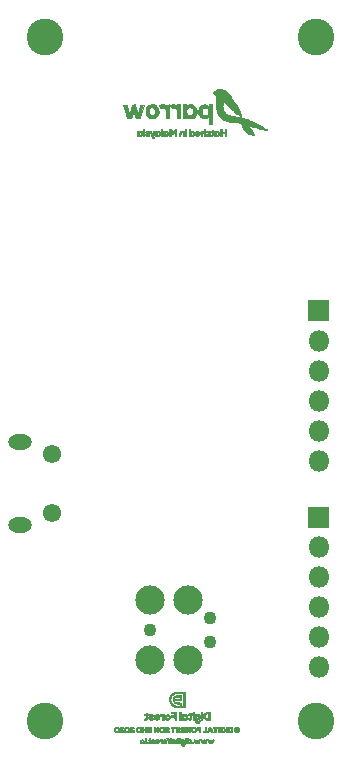
<source format=gbs>
G04 #@! TF.GenerationSoftware,KiCad,Pcbnew,(5.1.9)-1*
G04 #@! TF.CreationDate,2021-01-17T23:25:34+08:00*
G04 #@! TF.ProjectId,esp-break,6573702d-6272-4656-916b-2e6b69636164,rev?*
G04 #@! TF.SameCoordinates,Original*
G04 #@! TF.FileFunction,Soldermask,Bot*
G04 #@! TF.FilePolarity,Negative*
%FSLAX46Y46*%
G04 Gerber Fmt 4.6, Leading zero omitted, Abs format (unit mm)*
G04 Created by KiCad (PCBNEW (5.1.9)-1) date 2021-01-17 23:25:34*
%MOMM*%
%LPD*%
G01*
G04 APERTURE LIST*
%ADD10C,0.010000*%
%ADD11C,3.102000*%
%ADD12C,2.476900*%
%ADD13C,1.092600*%
%ADD14O,1.802000X1.802000*%
%ADD15C,1.552000*%
%ADD16O,2.002000X1.302000*%
G04 APERTURE END LIST*
D10*
G36*
X121333350Y-112747613D02*
G01*
X121303765Y-112765298D01*
X121287993Y-112784763D01*
X121291841Y-112801348D01*
X121305048Y-112817098D01*
X121327906Y-112835706D01*
X121349847Y-112832393D01*
X121357071Y-112828224D01*
X121389323Y-112820584D01*
X121416948Y-112833448D01*
X121434535Y-112859110D01*
X121436673Y-112889861D01*
X121419318Y-112916893D01*
X121395764Y-112928103D01*
X121365595Y-112920966D01*
X121360363Y-112918655D01*
X121329365Y-112909430D01*
X121305186Y-112919215D01*
X121296164Y-112926834D01*
X121277804Y-112945805D01*
X121280004Y-112959482D01*
X121299557Y-112976754D01*
X121346801Y-112998599D01*
X121402061Y-113000809D01*
X121453713Y-112984017D01*
X121476141Y-112967142D01*
X121504625Y-112920717D01*
X121512676Y-112865582D01*
X121500368Y-112811767D01*
X121474704Y-112775253D01*
X121432286Y-112750291D01*
X121381533Y-112740866D01*
X121333350Y-112747613D01*
G37*
X121333350Y-112747613D02*
X121303765Y-112765298D01*
X121287993Y-112784763D01*
X121291841Y-112801348D01*
X121305048Y-112817098D01*
X121327906Y-112835706D01*
X121349847Y-112832393D01*
X121357071Y-112828224D01*
X121389323Y-112820584D01*
X121416948Y-112833448D01*
X121434535Y-112859110D01*
X121436673Y-112889861D01*
X121419318Y-112916893D01*
X121395764Y-112928103D01*
X121365595Y-112920966D01*
X121360363Y-112918655D01*
X121329365Y-112909430D01*
X121305186Y-112919215D01*
X121296164Y-112926834D01*
X121277804Y-112945805D01*
X121280004Y-112959482D01*
X121299557Y-112976754D01*
X121346801Y-112998599D01*
X121402061Y-113000809D01*
X121453713Y-112984017D01*
X121476141Y-112967142D01*
X121504625Y-112920717D01*
X121512676Y-112865582D01*
X121500368Y-112811767D01*
X121474704Y-112775253D01*
X121432286Y-112750291D01*
X121381533Y-112740866D01*
X121333350Y-112747613D01*
G36*
X121305785Y-112654276D02*
G01*
X121239459Y-112693998D01*
X121229648Y-112702837D01*
X121181158Y-112764778D01*
X121156756Y-112831182D01*
X121153828Y-112898331D01*
X121169760Y-112962508D01*
X121201939Y-113019995D01*
X121247751Y-113067075D01*
X121304583Y-113100030D01*
X121369822Y-113115142D01*
X121440855Y-113108695D01*
X121499058Y-113086067D01*
X121558782Y-113044029D01*
X121596280Y-112990519D01*
X121614174Y-112920799D01*
X121616164Y-112882309D01*
X121559063Y-112882309D01*
X121552843Y-112918045D01*
X121523966Y-112980395D01*
X121478419Y-113020830D01*
X121414380Y-113040662D01*
X121378839Y-113043217D01*
X121337504Y-113038813D01*
X121302860Y-113020075D01*
X121277365Y-112996965D01*
X121232652Y-112938367D01*
X121216134Y-112879853D01*
X121227790Y-112820897D01*
X121267599Y-112760971D01*
X121268115Y-112760393D01*
X121317712Y-112722609D01*
X121373190Y-112707965D01*
X121429415Y-112713616D01*
X121481250Y-112736720D01*
X121523560Y-112774432D01*
X121551210Y-112823909D01*
X121559063Y-112882309D01*
X121616164Y-112882309D01*
X121616611Y-112873680D01*
X121614780Y-112818588D01*
X121607316Y-112780605D01*
X121591266Y-112748747D01*
X121578048Y-112730300D01*
X121521148Y-112677019D01*
X121452734Y-112646267D01*
X121378912Y-112638526D01*
X121305785Y-112654276D01*
G37*
X121305785Y-112654276D02*
X121239459Y-112693998D01*
X121229648Y-112702837D01*
X121181158Y-112764778D01*
X121156756Y-112831182D01*
X121153828Y-112898331D01*
X121169760Y-112962508D01*
X121201939Y-113019995D01*
X121247751Y-113067075D01*
X121304583Y-113100030D01*
X121369822Y-113115142D01*
X121440855Y-113108695D01*
X121499058Y-113086067D01*
X121558782Y-113044029D01*
X121596280Y-112990519D01*
X121614174Y-112920799D01*
X121616164Y-112882309D01*
X121559063Y-112882309D01*
X121552843Y-112918045D01*
X121523966Y-112980395D01*
X121478419Y-113020830D01*
X121414380Y-113040662D01*
X121378839Y-113043217D01*
X121337504Y-113038813D01*
X121302860Y-113020075D01*
X121277365Y-112996965D01*
X121232652Y-112938367D01*
X121216134Y-112879853D01*
X121227790Y-112820897D01*
X121267599Y-112760971D01*
X121268115Y-112760393D01*
X121317712Y-112722609D01*
X121373190Y-112707965D01*
X121429415Y-112713616D01*
X121481250Y-112736720D01*
X121523560Y-112774432D01*
X121551210Y-112823909D01*
X121559063Y-112882309D01*
X121616164Y-112882309D01*
X121616611Y-112873680D01*
X121614780Y-112818588D01*
X121607316Y-112780605D01*
X121591266Y-112748747D01*
X121578048Y-112730300D01*
X121521148Y-112677019D01*
X121452734Y-112646267D01*
X121378912Y-112638526D01*
X121305785Y-112654276D01*
G36*
X120876674Y-112638165D02*
G01*
X120790797Y-112646669D01*
X120727155Y-112662738D01*
X120680176Y-112689109D01*
X120644287Y-112728524D01*
X120624383Y-112762212D01*
X120601752Y-112828788D01*
X120596502Y-112900473D01*
X120608375Y-112967396D01*
X120630914Y-113012075D01*
X120666618Y-113054346D01*
X120703409Y-113082576D01*
X120748472Y-113099785D01*
X120808988Y-113108995D01*
X120869723Y-113112501D01*
X121002777Y-113117391D01*
X121002777Y-112733667D01*
X120918111Y-112733667D01*
X120918111Y-113015889D01*
X120839858Y-113015889D01*
X120789369Y-113013376D01*
X120756040Y-113003629D01*
X120729083Y-112983339D01*
X120726969Y-112981253D01*
X120700213Y-112941727D01*
X120692333Y-112890349D01*
X120692333Y-112890194D01*
X120700435Y-112821430D01*
X120726073Y-112773756D01*
X120771241Y-112745257D01*
X120837936Y-112734015D01*
X120855275Y-112733667D01*
X120918111Y-112733667D01*
X121002777Y-112733667D01*
X121002777Y-112630974D01*
X120876674Y-112638165D01*
G37*
X120876674Y-112638165D02*
X120790797Y-112646669D01*
X120727155Y-112662738D01*
X120680176Y-112689109D01*
X120644287Y-112728524D01*
X120624383Y-112762212D01*
X120601752Y-112828788D01*
X120596502Y-112900473D01*
X120608375Y-112967396D01*
X120630914Y-113012075D01*
X120666618Y-113054346D01*
X120703409Y-113082576D01*
X120748472Y-113099785D01*
X120808988Y-113108995D01*
X120869723Y-113112501D01*
X121002777Y-113117391D01*
X121002777Y-112733667D01*
X120918111Y-112733667D01*
X120918111Y-113015889D01*
X120839858Y-113015889D01*
X120789369Y-113013376D01*
X120756040Y-113003629D01*
X120729083Y-112983339D01*
X120726969Y-112981253D01*
X120700213Y-112941727D01*
X120692333Y-112890349D01*
X120692333Y-112890194D01*
X120700435Y-112821430D01*
X120726073Y-112773756D01*
X120771241Y-112745257D01*
X120837936Y-112734015D01*
X120855275Y-112733667D01*
X120918111Y-112733667D01*
X121002777Y-112733667D01*
X121002777Y-112630974D01*
X120876674Y-112638165D01*
G36*
X120452444Y-113114667D02*
G01*
X120537111Y-113114667D01*
X120537111Y-112634889D01*
X120452444Y-112634889D01*
X120452444Y-113114667D01*
G37*
X120452444Y-113114667D02*
X120537111Y-113114667D01*
X120537111Y-112634889D01*
X120452444Y-112634889D01*
X120452444Y-113114667D01*
G36*
X120083202Y-112642892D02*
G01*
X120032639Y-112662957D01*
X119998636Y-112687055D01*
X119988870Y-112706598D01*
X120001544Y-112727920D01*
X120011472Y-112737449D01*
X120033279Y-112751720D01*
X120056219Y-112747929D01*
X120071444Y-112740136D01*
X120120568Y-112723976D01*
X120176400Y-112721215D01*
X120224153Y-112732426D01*
X120227448Y-112734085D01*
X120261500Y-112766514D01*
X120286004Y-112817764D01*
X120296986Y-112878992D01*
X120297222Y-112889274D01*
X120284979Y-112950683D01*
X120250751Y-112996850D01*
X120198287Y-113024117D01*
X120152963Y-113030000D01*
X120100264Y-113024436D01*
X120069922Y-113005701D01*
X120057943Y-112970731D01*
X120057333Y-112956622D01*
X120059848Y-112931255D01*
X120072757Y-112919977D01*
X120104105Y-112917156D01*
X120113777Y-112917111D01*
X120149970Y-112915440D01*
X120166059Y-112906380D01*
X120170133Y-112883868D01*
X120170222Y-112874778D01*
X120170222Y-112832445D01*
X119972666Y-112832445D01*
X119972666Y-112944183D01*
X119973081Y-113000074D01*
X119975970Y-113035059D01*
X119983798Y-113056452D01*
X119999029Y-113071570D01*
X120020224Y-113085313D01*
X120092002Y-113114539D01*
X120171889Y-113122573D01*
X120247833Y-113108314D01*
X120314140Y-113070642D01*
X120360498Y-113013244D01*
X120382629Y-112956695D01*
X120392256Y-112875080D01*
X120379135Y-112796172D01*
X120345541Y-112726460D01*
X120293748Y-112672432D01*
X120279712Y-112663035D01*
X120221667Y-112641209D01*
X120152078Y-112634494D01*
X120083202Y-112642892D01*
G37*
X120083202Y-112642892D02*
X120032639Y-112662957D01*
X119998636Y-112687055D01*
X119988870Y-112706598D01*
X120001544Y-112727920D01*
X120011472Y-112737449D01*
X120033279Y-112751720D01*
X120056219Y-112747929D01*
X120071444Y-112740136D01*
X120120568Y-112723976D01*
X120176400Y-112721215D01*
X120224153Y-112732426D01*
X120227448Y-112734085D01*
X120261500Y-112766514D01*
X120286004Y-112817764D01*
X120296986Y-112878992D01*
X120297222Y-112889274D01*
X120284979Y-112950683D01*
X120250751Y-112996850D01*
X120198287Y-113024117D01*
X120152963Y-113030000D01*
X120100264Y-113024436D01*
X120069922Y-113005701D01*
X120057943Y-112970731D01*
X120057333Y-112956622D01*
X120059848Y-112931255D01*
X120072757Y-112919977D01*
X120104105Y-112917156D01*
X120113777Y-112917111D01*
X120149970Y-112915440D01*
X120166059Y-112906380D01*
X120170133Y-112883868D01*
X120170222Y-112874778D01*
X120170222Y-112832445D01*
X119972666Y-112832445D01*
X119972666Y-112944183D01*
X119973081Y-113000074D01*
X119975970Y-113035059D01*
X119983798Y-113056452D01*
X119999029Y-113071570D01*
X120020224Y-113085313D01*
X120092002Y-113114539D01*
X120171889Y-113122573D01*
X120247833Y-113108314D01*
X120314140Y-113070642D01*
X120360498Y-113013244D01*
X120382629Y-112956695D01*
X120392256Y-112875080D01*
X120379135Y-112796172D01*
X120345541Y-112726460D01*
X120293748Y-112672432D01*
X120279712Y-112663035D01*
X120221667Y-112641209D01*
X120152078Y-112634494D01*
X120083202Y-112642892D01*
G36*
X119817444Y-113114667D02*
G01*
X119902111Y-113114667D01*
X119902111Y-112634889D01*
X119817444Y-112634889D01*
X119817444Y-113114667D01*
G37*
X119817444Y-113114667D02*
X119902111Y-113114667D01*
X119902111Y-112634889D01*
X119817444Y-112634889D01*
X119817444Y-113114667D01*
G36*
X119559916Y-112638007D02*
G01*
X119372944Y-112641945D01*
X119372944Y-112684278D01*
X119374857Y-112709945D01*
X119385559Y-112723065D01*
X119412494Y-112728816D01*
X119439972Y-112730912D01*
X119507000Y-112735213D01*
X119507000Y-113114667D01*
X119605777Y-113114667D01*
X119605777Y-112733667D01*
X119746889Y-112733667D01*
X119746889Y-112634070D01*
X119559916Y-112638007D01*
G37*
X119559916Y-112638007D02*
X119372944Y-112641945D01*
X119372944Y-112684278D01*
X119374857Y-112709945D01*
X119385559Y-112723065D01*
X119412494Y-112728816D01*
X119439972Y-112730912D01*
X119507000Y-112735213D01*
X119507000Y-113114667D01*
X119605777Y-113114667D01*
X119605777Y-112733667D01*
X119746889Y-112733667D01*
X119746889Y-112634070D01*
X119559916Y-112638007D01*
G36*
X118981252Y-112849382D02*
G01*
X118949412Y-112923180D01*
X118921063Y-112989197D01*
X118898303Y-113042517D01*
X118883235Y-113078224D01*
X118878439Y-113089972D01*
X118876551Y-113106363D01*
X118891926Y-113113404D01*
X118920613Y-113114667D01*
X118956853Y-113111263D01*
X118976348Y-113096324D01*
X118987003Y-113072334D01*
X119001761Y-113030000D01*
X119240357Y-113030000D01*
X119255114Y-113072334D01*
X119270208Y-113101994D01*
X119294362Y-113113363D01*
X119317880Y-113114667D01*
X119349982Y-113111787D01*
X119365599Y-113104730D01*
X119365889Y-113103505D01*
X119360569Y-113087480D01*
X119345820Y-113050003D01*
X119323457Y-112995505D01*
X119296468Y-112931222D01*
X119195115Y-112931222D01*
X119125280Y-112931222D01*
X119085264Y-112928988D01*
X119059998Y-112923280D01*
X119055444Y-112918921D01*
X119060823Y-112900250D01*
X119074744Y-112864617D01*
X119089342Y-112830726D01*
X119108437Y-112789291D01*
X119120124Y-112770558D01*
X119128176Y-112771317D01*
X119136365Y-112788357D01*
X119137054Y-112790111D01*
X119151840Y-112826963D01*
X119170165Y-112871528D01*
X119172991Y-112878306D01*
X119195115Y-112931222D01*
X119296468Y-112931222D01*
X119295292Y-112928422D01*
X119269148Y-112867144D01*
X119172408Y-112641945D01*
X119123506Y-112637716D01*
X119074605Y-112633486D01*
X118981252Y-112849382D01*
G37*
X118981252Y-112849382D02*
X118949412Y-112923180D01*
X118921063Y-112989197D01*
X118898303Y-113042517D01*
X118883235Y-113078224D01*
X118878439Y-113089972D01*
X118876551Y-113106363D01*
X118891926Y-113113404D01*
X118920613Y-113114667D01*
X118956853Y-113111263D01*
X118976348Y-113096324D01*
X118987003Y-113072334D01*
X119001761Y-113030000D01*
X119240357Y-113030000D01*
X119255114Y-113072334D01*
X119270208Y-113101994D01*
X119294362Y-113113363D01*
X119317880Y-113114667D01*
X119349982Y-113111787D01*
X119365599Y-113104730D01*
X119365889Y-113103505D01*
X119360569Y-113087480D01*
X119345820Y-113050003D01*
X119323457Y-112995505D01*
X119296468Y-112931222D01*
X119195115Y-112931222D01*
X119125280Y-112931222D01*
X119085264Y-112928988D01*
X119059998Y-112923280D01*
X119055444Y-112918921D01*
X119060823Y-112900250D01*
X119074744Y-112864617D01*
X119089342Y-112830726D01*
X119108437Y-112789291D01*
X119120124Y-112770558D01*
X119128176Y-112771317D01*
X119136365Y-112788357D01*
X119137054Y-112790111D01*
X119151840Y-112826963D01*
X119170165Y-112871528D01*
X119172991Y-112878306D01*
X119195115Y-112931222D01*
X119296468Y-112931222D01*
X119295292Y-112928422D01*
X119269148Y-112867144D01*
X119172408Y-112641945D01*
X119123506Y-112637716D01*
X119074605Y-112633486D01*
X118981252Y-112849382D01*
G36*
X118737944Y-113022945D02*
G01*
X118621527Y-113027043D01*
X118505111Y-113031142D01*
X118505111Y-113114667D01*
X118829666Y-113114667D01*
X118829666Y-112634889D01*
X118745796Y-112634889D01*
X118737944Y-113022945D01*
G37*
X118737944Y-113022945D02*
X118621527Y-113027043D01*
X118505111Y-113031142D01*
X118505111Y-113114667D01*
X118829666Y-113114667D01*
X118829666Y-112634889D01*
X118745796Y-112634889D01*
X118737944Y-113022945D01*
G36*
X117997111Y-112733667D02*
G01*
X118237000Y-112733667D01*
X118237000Y-112846556D01*
X118011222Y-112846556D01*
X118011222Y-112945334D01*
X118237000Y-112945334D01*
X118237000Y-113114667D01*
X118321666Y-113114667D01*
X118321666Y-112649000D01*
X117997111Y-112649000D01*
X117997111Y-112733667D01*
G37*
X117997111Y-112733667D02*
X118237000Y-112733667D01*
X118237000Y-112846556D01*
X118011222Y-112846556D01*
X118011222Y-112945334D01*
X118237000Y-112945334D01*
X118237000Y-113114667D01*
X118321666Y-113114667D01*
X118321666Y-112649000D01*
X117997111Y-112649000D01*
X117997111Y-112733667D01*
G36*
X117699855Y-112638354D02*
G01*
X117618909Y-112654312D01*
X117557503Y-112690616D01*
X117515614Y-112747293D01*
X117493221Y-112824368D01*
X117489111Y-112885407D01*
X117499634Y-112967808D01*
X117532473Y-113034632D01*
X117587889Y-113088594D01*
X117640219Y-113112558D01*
X117706120Y-113122476D01*
X117774119Y-113117314D01*
X117806611Y-113108287D01*
X117868661Y-113071983D01*
X117913572Y-113018606D01*
X117941087Y-112953696D01*
X117946801Y-112912608D01*
X117854616Y-112912608D01*
X117847886Y-112944940D01*
X117829314Y-112974594D01*
X117820976Y-112984791D01*
X117790535Y-113014838D01*
X117758317Y-113027697D01*
X117721477Y-113030000D01*
X117664102Y-113021966D01*
X117622565Y-112997785D01*
X117593133Y-112960531D01*
X117578716Y-112908183D01*
X117577873Y-112901345D01*
X117580935Y-112831898D01*
X117604926Y-112776678D01*
X117646549Y-112739099D01*
X117702507Y-112722573D01*
X117747994Y-112725273D01*
X117798984Y-112744419D01*
X117832089Y-112781277D01*
X117849807Y-112839175D01*
X117852838Y-112865065D01*
X117854616Y-112912608D01*
X117946801Y-112912608D01*
X117950948Y-112882797D01*
X117942897Y-112811451D01*
X117916678Y-112745200D01*
X117872031Y-112689587D01*
X117827496Y-112658809D01*
X117775576Y-112641117D01*
X117710695Y-112637771D01*
X117699855Y-112638354D01*
G37*
X117699855Y-112638354D02*
X117618909Y-112654312D01*
X117557503Y-112690616D01*
X117515614Y-112747293D01*
X117493221Y-112824368D01*
X117489111Y-112885407D01*
X117499634Y-112967808D01*
X117532473Y-113034632D01*
X117587889Y-113088594D01*
X117640219Y-113112558D01*
X117706120Y-113122476D01*
X117774119Y-113117314D01*
X117806611Y-113108287D01*
X117868661Y-113071983D01*
X117913572Y-113018606D01*
X117941087Y-112953696D01*
X117946801Y-112912608D01*
X117854616Y-112912608D01*
X117847886Y-112944940D01*
X117829314Y-112974594D01*
X117820976Y-112984791D01*
X117790535Y-113014838D01*
X117758317Y-113027697D01*
X117721477Y-113030000D01*
X117664102Y-113021966D01*
X117622565Y-112997785D01*
X117593133Y-112960531D01*
X117578716Y-112908183D01*
X117577873Y-112901345D01*
X117580935Y-112831898D01*
X117604926Y-112776678D01*
X117646549Y-112739099D01*
X117702507Y-112722573D01*
X117747994Y-112725273D01*
X117798984Y-112744419D01*
X117832089Y-112781277D01*
X117849807Y-112839175D01*
X117852838Y-112865065D01*
X117854616Y-112912608D01*
X117946801Y-112912608D01*
X117950948Y-112882797D01*
X117942897Y-112811451D01*
X117916678Y-112745200D01*
X117872031Y-112689587D01*
X117827496Y-112658809D01*
X117775576Y-112641117D01*
X117710695Y-112637771D01*
X117699855Y-112638354D01*
G36*
X117208517Y-112644772D02*
G01*
X117148769Y-112654720D01*
X117106569Y-112673988D01*
X117076794Y-112704775D01*
X117057138Y-112742336D01*
X117045073Y-112800660D01*
X117053841Y-112858269D01*
X117081027Y-112906311D01*
X117107943Y-112928513D01*
X117148404Y-112951734D01*
X117085924Y-113024868D01*
X117054558Y-113062716D01*
X117032130Y-113091942D01*
X117023445Y-113106281D01*
X117023444Y-113106334D01*
X117035921Y-113111671D01*
X117066856Y-113114453D01*
X117076361Y-113114571D01*
X117106671Y-113112032D01*
X117131484Y-113101250D01*
X117158222Y-113077283D01*
X117192777Y-113037056D01*
X117231953Y-112992888D01*
X117262176Y-112968569D01*
X117289112Y-112959807D01*
X117295083Y-112959540D01*
X117317278Y-112961092D01*
X117328832Y-112970506D01*
X117333212Y-112994710D01*
X117333889Y-113037056D01*
X117333889Y-113114667D01*
X117433349Y-113114667D01*
X117429423Y-112874778D01*
X117333889Y-112874778D01*
X117258465Y-112874778D01*
X117207098Y-112871659D01*
X117174362Y-112860592D01*
X117157113Y-112846128D01*
X117139533Y-112817163D01*
X117142994Y-112783962D01*
X117144627Y-112779101D01*
X117154385Y-112757852D01*
X117169884Y-112745780D01*
X117198717Y-112739694D01*
X117245978Y-112736521D01*
X117333889Y-112732320D01*
X117333889Y-112874778D01*
X117429423Y-112874778D01*
X117425611Y-112641945D01*
X117290932Y-112641945D01*
X117208517Y-112644772D01*
G37*
X117208517Y-112644772D02*
X117148769Y-112654720D01*
X117106569Y-112673988D01*
X117076794Y-112704775D01*
X117057138Y-112742336D01*
X117045073Y-112800660D01*
X117053841Y-112858269D01*
X117081027Y-112906311D01*
X117107943Y-112928513D01*
X117148404Y-112951734D01*
X117085924Y-113024868D01*
X117054558Y-113062716D01*
X117032130Y-113091942D01*
X117023445Y-113106281D01*
X117023444Y-113106334D01*
X117035921Y-113111671D01*
X117066856Y-113114453D01*
X117076361Y-113114571D01*
X117106671Y-113112032D01*
X117131484Y-113101250D01*
X117158222Y-113077283D01*
X117192777Y-113037056D01*
X117231953Y-112992888D01*
X117262176Y-112968569D01*
X117289112Y-112959807D01*
X117295083Y-112959540D01*
X117317278Y-112961092D01*
X117328832Y-112970506D01*
X117333212Y-112994710D01*
X117333889Y-113037056D01*
X117333889Y-113114667D01*
X117433349Y-113114667D01*
X117429423Y-112874778D01*
X117333889Y-112874778D01*
X117258465Y-112874778D01*
X117207098Y-112871659D01*
X117174362Y-112860592D01*
X117157113Y-112846128D01*
X117139533Y-112817163D01*
X117142994Y-112783962D01*
X117144627Y-112779101D01*
X117154385Y-112757852D01*
X117169884Y-112745780D01*
X117198717Y-112739694D01*
X117245978Y-112736521D01*
X117333889Y-112732320D01*
X117333889Y-112874778D01*
X117429423Y-112874778D01*
X117425611Y-112641945D01*
X117290932Y-112641945D01*
X117208517Y-112644772D01*
G36*
X116656555Y-112733667D02*
G01*
X116910555Y-112733667D01*
X116910555Y-112832445D01*
X116656555Y-112832445D01*
X116656555Y-112916013D01*
X116780027Y-112920090D01*
X116903500Y-112924167D01*
X116907922Y-112970028D01*
X116912343Y-113015889D01*
X116656555Y-113015889D01*
X116656555Y-113114667D01*
X116995222Y-113114667D01*
X116995222Y-112634889D01*
X116656555Y-112634889D01*
X116656555Y-112733667D01*
G37*
X116656555Y-112733667D02*
X116910555Y-112733667D01*
X116910555Y-112832445D01*
X116656555Y-112832445D01*
X116656555Y-112916013D01*
X116780027Y-112920090D01*
X116903500Y-112924167D01*
X116907922Y-112970028D01*
X116912343Y-113015889D01*
X116656555Y-113015889D01*
X116656555Y-113114667D01*
X116995222Y-113114667D01*
X116995222Y-112634889D01*
X116656555Y-112634889D01*
X116656555Y-112733667D01*
G36*
X116367286Y-112627003D02*
G01*
X116303837Y-112646724D01*
X116272504Y-112665284D01*
X116240709Y-112695208D01*
X116236585Y-112720298D01*
X116260083Y-112741038D01*
X116264972Y-112743354D01*
X116295729Y-112749452D01*
X116330161Y-112736820D01*
X116339055Y-112731582D01*
X116393684Y-112708617D01*
X116440629Y-112712289D01*
X116475378Y-112735934D01*
X116505868Y-112766424D01*
X116475465Y-112791043D01*
X116443524Y-112807541D01*
X116397309Y-112821227D01*
X116373833Y-112825458D01*
X116307829Y-112843055D01*
X116260857Y-112870382D01*
X116234167Y-112897630D01*
X116221974Y-112927775D01*
X116219111Y-112972350D01*
X116223309Y-113021928D01*
X116238298Y-113055143D01*
X116250861Y-113068934D01*
X116314637Y-113110036D01*
X116390760Y-113126709D01*
X116476676Y-113118494D01*
X116496918Y-113113221D01*
X116532417Y-113095412D01*
X116567170Y-113066655D01*
X116592487Y-113035332D01*
X116600111Y-113013684D01*
X116588737Y-112999153D01*
X116566389Y-112985808D01*
X116537162Y-112978254D01*
X116512619Y-112990944D01*
X116504326Y-112998785D01*
X116463535Y-113025678D01*
X116415957Y-113037169D01*
X116369204Y-113034062D01*
X116330885Y-113017160D01*
X116308611Y-112987266D01*
X116306449Y-112977906D01*
X116308454Y-112954818D01*
X116324853Y-112936937D01*
X116359860Y-112921838D01*
X116417688Y-112907098D01*
X116436377Y-112903150D01*
X116510361Y-112879995D01*
X116558922Y-112845820D01*
X116582930Y-112799856D01*
X116586000Y-112771489D01*
X116573608Y-112716350D01*
X116540077Y-112672481D01*
X116490870Y-112641733D01*
X116431451Y-112625956D01*
X116367286Y-112627003D01*
G37*
X116367286Y-112627003D02*
X116303837Y-112646724D01*
X116272504Y-112665284D01*
X116240709Y-112695208D01*
X116236585Y-112720298D01*
X116260083Y-112741038D01*
X116264972Y-112743354D01*
X116295729Y-112749452D01*
X116330161Y-112736820D01*
X116339055Y-112731582D01*
X116393684Y-112708617D01*
X116440629Y-112712289D01*
X116475378Y-112735934D01*
X116505868Y-112766424D01*
X116475465Y-112791043D01*
X116443524Y-112807541D01*
X116397309Y-112821227D01*
X116373833Y-112825458D01*
X116307829Y-112843055D01*
X116260857Y-112870382D01*
X116234167Y-112897630D01*
X116221974Y-112927775D01*
X116219111Y-112972350D01*
X116223309Y-113021928D01*
X116238298Y-113055143D01*
X116250861Y-113068934D01*
X116314637Y-113110036D01*
X116390760Y-113126709D01*
X116476676Y-113118494D01*
X116496918Y-113113221D01*
X116532417Y-113095412D01*
X116567170Y-113066655D01*
X116592487Y-113035332D01*
X116600111Y-113013684D01*
X116588737Y-112999153D01*
X116566389Y-112985808D01*
X116537162Y-112978254D01*
X116512619Y-112990944D01*
X116504326Y-112998785D01*
X116463535Y-113025678D01*
X116415957Y-113037169D01*
X116369204Y-113034062D01*
X116330885Y-113017160D01*
X116308611Y-112987266D01*
X116306449Y-112977906D01*
X116308454Y-112954818D01*
X116324853Y-112936937D01*
X116359860Y-112921838D01*
X116417688Y-112907098D01*
X116436377Y-112903150D01*
X116510361Y-112879995D01*
X116558922Y-112845820D01*
X116582930Y-112799856D01*
X116586000Y-112771489D01*
X116573608Y-112716350D01*
X116540077Y-112672481D01*
X116490870Y-112641733D01*
X116431451Y-112625956D01*
X116367286Y-112627003D01*
G36*
X115809889Y-112733667D02*
G01*
X115951000Y-112733667D01*
X115951000Y-113114667D01*
X116035666Y-113114667D01*
X116035666Y-112733667D01*
X116176777Y-112733667D01*
X116176777Y-112634889D01*
X115809889Y-112634889D01*
X115809889Y-112733667D01*
G37*
X115809889Y-112733667D02*
X115951000Y-112733667D01*
X115951000Y-113114667D01*
X116035666Y-113114667D01*
X116035666Y-112733667D01*
X116176777Y-112733667D01*
X116176777Y-112634889D01*
X115809889Y-112634889D01*
X115809889Y-112733667D01*
G36*
X115399356Y-112632819D02*
G01*
X115346959Y-112649899D01*
X115334358Y-112657786D01*
X115299775Y-112691713D01*
X115292038Y-112721208D01*
X115311383Y-112745092D01*
X115316322Y-112747951D01*
X115345174Y-112756556D01*
X115370020Y-112743010D01*
X115370090Y-112742947D01*
X115408360Y-112720424D01*
X115452427Y-112711372D01*
X115494507Y-112714969D01*
X115526811Y-112730395D01*
X115541556Y-112756830D01*
X115541777Y-112761043D01*
X115533613Y-112786896D01*
X115506552Y-112805930D01*
X115456740Y-112820343D01*
X115428889Y-112825419D01*
X115357877Y-112842635D01*
X115309966Y-112868740D01*
X115280690Y-112906569D01*
X115273747Y-112923921D01*
X115265066Y-112986563D01*
X115280742Y-113040328D01*
X115317691Y-113082941D01*
X115372832Y-113112125D01*
X115443080Y-113125603D01*
X115525354Y-113121097D01*
X115537736Y-113118887D01*
X115566961Y-113105910D01*
X115601462Y-113081142D01*
X115632685Y-113052039D01*
X115652074Y-113026056D01*
X115654666Y-113016981D01*
X115643191Y-113000129D01*
X115619249Y-112985036D01*
X115591621Y-112976829D01*
X115568251Y-112985367D01*
X115547898Y-113002656D01*
X115507602Y-113027364D01*
X115461272Y-113036872D01*
X115416316Y-113032365D01*
X115380138Y-113015028D01*
X115360146Y-112986046D01*
X115358333Y-112972324D01*
X115368377Y-112945930D01*
X115400432Y-112926032D01*
X115457388Y-112910923D01*
X115464426Y-112909635D01*
X115540218Y-112889973D01*
X115591785Y-112861313D01*
X115622219Y-112821746D01*
X115627144Y-112809157D01*
X115633771Y-112748835D01*
X115613865Y-112694822D01*
X115572100Y-112653721D01*
X115523579Y-112634531D01*
X115462113Y-112627630D01*
X115399356Y-112632819D01*
G37*
X115399356Y-112632819D02*
X115346959Y-112649899D01*
X115334358Y-112657786D01*
X115299775Y-112691713D01*
X115292038Y-112721208D01*
X115311383Y-112745092D01*
X115316322Y-112747951D01*
X115345174Y-112756556D01*
X115370020Y-112743010D01*
X115370090Y-112742947D01*
X115408360Y-112720424D01*
X115452427Y-112711372D01*
X115494507Y-112714969D01*
X115526811Y-112730395D01*
X115541556Y-112756830D01*
X115541777Y-112761043D01*
X115533613Y-112786896D01*
X115506552Y-112805930D01*
X115456740Y-112820343D01*
X115428889Y-112825419D01*
X115357877Y-112842635D01*
X115309966Y-112868740D01*
X115280690Y-112906569D01*
X115273747Y-112923921D01*
X115265066Y-112986563D01*
X115280742Y-113040328D01*
X115317691Y-113082941D01*
X115372832Y-113112125D01*
X115443080Y-113125603D01*
X115525354Y-113121097D01*
X115537736Y-113118887D01*
X115566961Y-113105910D01*
X115601462Y-113081142D01*
X115632685Y-113052039D01*
X115652074Y-113026056D01*
X115654666Y-113016981D01*
X115643191Y-113000129D01*
X115619249Y-112985036D01*
X115591621Y-112976829D01*
X115568251Y-112985367D01*
X115547898Y-113002656D01*
X115507602Y-113027364D01*
X115461272Y-113036872D01*
X115416316Y-113032365D01*
X115380138Y-113015028D01*
X115360146Y-112986046D01*
X115358333Y-112972324D01*
X115368377Y-112945930D01*
X115400432Y-112926032D01*
X115457388Y-112910923D01*
X115464426Y-112909635D01*
X115540218Y-112889973D01*
X115591785Y-112861313D01*
X115622219Y-112821746D01*
X115627144Y-112809157D01*
X115633771Y-112748835D01*
X115613865Y-112694822D01*
X115572100Y-112653721D01*
X115523579Y-112634531D01*
X115462113Y-112627630D01*
X115399356Y-112632819D01*
G36*
X115079165Y-112643071D02*
G01*
X115002932Y-112646029D01*
X114947560Y-112655475D01*
X114905885Y-112674565D01*
X114870743Y-112706456D01*
X114838529Y-112749075D01*
X114820019Y-112780949D01*
X114810989Y-112813814D01*
X114809302Y-112858392D01*
X114810586Y-112889205D01*
X114822372Y-112970092D01*
X114849310Y-113031075D01*
X114893761Y-113074016D01*
X114958084Y-113100779D01*
X115044642Y-113113228D01*
X115096224Y-113114667D01*
X115217904Y-113114667D01*
X115211668Y-112733667D01*
X115118444Y-112733667D01*
X115118444Y-113015889D01*
X115043293Y-113015889D01*
X114993590Y-113013122D01*
X114961166Y-113002612D01*
X114936901Y-112982635D01*
X114905628Y-112930221D01*
X114896526Y-112869092D01*
X114911048Y-112809693D01*
X114912487Y-112806825D01*
X114941351Y-112765599D01*
X114979562Y-112742645D01*
X115034712Y-112734039D01*
X115054016Y-112733667D01*
X115118444Y-112733667D01*
X115211668Y-112733667D01*
X115210166Y-112641945D01*
X115079165Y-112643071D01*
G37*
X115079165Y-112643071D02*
X115002932Y-112646029D01*
X114947560Y-112655475D01*
X114905885Y-112674565D01*
X114870743Y-112706456D01*
X114838529Y-112749075D01*
X114820019Y-112780949D01*
X114810989Y-112813814D01*
X114809302Y-112858392D01*
X114810586Y-112889205D01*
X114822372Y-112970092D01*
X114849310Y-113031075D01*
X114893761Y-113074016D01*
X114958084Y-113100779D01*
X115044642Y-113113228D01*
X115096224Y-113114667D01*
X115217904Y-113114667D01*
X115211668Y-112733667D01*
X115118444Y-112733667D01*
X115118444Y-113015889D01*
X115043293Y-113015889D01*
X114993590Y-113013122D01*
X114961166Y-113002612D01*
X114936901Y-112982635D01*
X114905628Y-112930221D01*
X114896526Y-112869092D01*
X114911048Y-112809693D01*
X114912487Y-112806825D01*
X114941351Y-112765599D01*
X114979562Y-112742645D01*
X115034712Y-112734039D01*
X115054016Y-112733667D01*
X115118444Y-112733667D01*
X115211668Y-112733667D01*
X115210166Y-112641945D01*
X115079165Y-112643071D01*
G36*
X114370555Y-112874778D02*
G01*
X114370709Y-112962198D01*
X114371475Y-113025335D01*
X114373311Y-113068128D01*
X114376677Y-113094518D01*
X114382031Y-113108442D01*
X114389830Y-113113840D01*
X114398469Y-113114667D01*
X114420052Y-113103732D01*
X114454093Y-113070433D01*
X114501287Y-113014030D01*
X114539580Y-112964316D01*
X114652777Y-112813965D01*
X114652777Y-113114667D01*
X114752238Y-113114667D01*
X114744500Y-112641945D01*
X114709775Y-112641945D01*
X114690462Y-112646936D01*
X114666827Y-112664064D01*
X114635546Y-112696558D01*
X114593294Y-112747648D01*
X114568663Y-112779051D01*
X114462277Y-112916157D01*
X114454235Y-112634889D01*
X114370555Y-112634889D01*
X114370555Y-112874778D01*
G37*
X114370555Y-112874778D02*
X114370709Y-112962198D01*
X114371475Y-113025335D01*
X114373311Y-113068128D01*
X114376677Y-113094518D01*
X114382031Y-113108442D01*
X114389830Y-113113840D01*
X114398469Y-113114667D01*
X114420052Y-113103732D01*
X114454093Y-113070433D01*
X114501287Y-113014030D01*
X114539580Y-112964316D01*
X114652777Y-112813965D01*
X114652777Y-113114667D01*
X114752238Y-113114667D01*
X114744500Y-112641945D01*
X114709775Y-112641945D01*
X114690462Y-112646936D01*
X114666827Y-112664064D01*
X114635546Y-112696558D01*
X114593294Y-112747648D01*
X114568663Y-112779051D01*
X114462277Y-112916157D01*
X114454235Y-112634889D01*
X114370555Y-112634889D01*
X114370555Y-112874778D01*
G36*
X113948989Y-112644405D02*
G01*
X113889802Y-112651559D01*
X113859194Y-112661134D01*
X113819911Y-112695758D01*
X113797292Y-112743358D01*
X113793830Y-112794638D01*
X113811365Y-112839424D01*
X113822406Y-112861123D01*
X113818123Y-112884160D01*
X113804363Y-112909148D01*
X113782088Y-112957500D01*
X113781809Y-113000927D01*
X113798627Y-113043282D01*
X113821734Y-113073533D01*
X113857365Y-113094523D01*
X113909740Y-113107495D01*
X113983077Y-113113687D01*
X114041391Y-113114667D01*
X114173682Y-113114667D01*
X114170449Y-112917111D01*
X114074222Y-112917111D01*
X114074222Y-113030000D01*
X114011641Y-113030000D01*
X113963606Y-113026848D01*
X113921419Y-113019005D01*
X113912863Y-113016238D01*
X113883708Y-112993628D01*
X113877819Y-112962158D01*
X113893600Y-112934045D01*
X113916221Y-112924797D01*
X113956889Y-112918646D01*
X113992378Y-112917111D01*
X114074222Y-112917111D01*
X114170449Y-112917111D01*
X114169063Y-112832445D01*
X114074222Y-112832445D01*
X114006363Y-112832445D01*
X113960425Y-112828688D01*
X113923258Y-112819202D01*
X113913107Y-112813873D01*
X113894816Y-112787863D01*
X113892913Y-112768012D01*
X113900209Y-112752513D01*
X113919061Y-112743352D01*
X113956011Y-112738319D01*
X113986169Y-112736521D01*
X114074222Y-112732320D01*
X114074222Y-112832445D01*
X114169063Y-112832445D01*
X114165944Y-112641945D01*
X114030497Y-112641945D01*
X113948989Y-112644405D01*
G37*
X113948989Y-112644405D02*
X113889802Y-112651559D01*
X113859194Y-112661134D01*
X113819911Y-112695758D01*
X113797292Y-112743358D01*
X113793830Y-112794638D01*
X113811365Y-112839424D01*
X113822406Y-112861123D01*
X113818123Y-112884160D01*
X113804363Y-112909148D01*
X113782088Y-112957500D01*
X113781809Y-113000927D01*
X113798627Y-113043282D01*
X113821734Y-113073533D01*
X113857365Y-113094523D01*
X113909740Y-113107495D01*
X113983077Y-113113687D01*
X114041391Y-113114667D01*
X114173682Y-113114667D01*
X114170449Y-112917111D01*
X114074222Y-112917111D01*
X114074222Y-113030000D01*
X114011641Y-113030000D01*
X113963606Y-113026848D01*
X113921419Y-113019005D01*
X113912863Y-113016238D01*
X113883708Y-112993628D01*
X113877819Y-112962158D01*
X113893600Y-112934045D01*
X113916221Y-112924797D01*
X113956889Y-112918646D01*
X113992378Y-112917111D01*
X114074222Y-112917111D01*
X114170449Y-112917111D01*
X114169063Y-112832445D01*
X114074222Y-112832445D01*
X114006363Y-112832445D01*
X113960425Y-112828688D01*
X113923258Y-112819202D01*
X113913107Y-112813873D01*
X113894816Y-112787863D01*
X113892913Y-112768012D01*
X113900209Y-112752513D01*
X113919061Y-112743352D01*
X113956011Y-112738319D01*
X113986169Y-112736521D01*
X114074222Y-112732320D01*
X114074222Y-112832445D01*
X114169063Y-112832445D01*
X114165944Y-112641945D01*
X114030497Y-112641945D01*
X113948989Y-112644405D01*
G36*
X113636777Y-112832445D02*
G01*
X113425111Y-112832445D01*
X113425111Y-112649000D01*
X113326333Y-112649000D01*
X113326333Y-113114667D01*
X113425111Y-113114667D01*
X113425111Y-112931222D01*
X113636777Y-112931222D01*
X113636777Y-113114667D01*
X113721444Y-113114667D01*
X113721444Y-112649000D01*
X113636777Y-112649000D01*
X113636777Y-112832445D01*
G37*
X113636777Y-112832445D02*
X113425111Y-112832445D01*
X113425111Y-112649000D01*
X113326333Y-112649000D01*
X113326333Y-113114667D01*
X113425111Y-113114667D01*
X113425111Y-112931222D01*
X113636777Y-112931222D01*
X113636777Y-113114667D01*
X113721444Y-113114667D01*
X113721444Y-112649000D01*
X113636777Y-112649000D01*
X113636777Y-112832445D01*
G36*
X113135254Y-112642933D02*
G01*
X113052121Y-112646883D01*
X112990777Y-112658968D01*
X112945341Y-112681772D01*
X112909933Y-112717876D01*
X112888650Y-112751219D01*
X112870200Y-112791251D01*
X112862304Y-112832617D01*
X112862723Y-112887865D01*
X112863108Y-112894201D01*
X112875797Y-112973800D01*
X112903936Y-113033760D01*
X112949833Y-113075858D01*
X113015791Y-113101874D01*
X113104115Y-113113586D01*
X113148890Y-113114667D01*
X113270571Y-113114667D01*
X113264335Y-112733667D01*
X113171111Y-112733667D01*
X113171111Y-113015889D01*
X113095959Y-113015889D01*
X113047155Y-113013337D01*
X113015151Y-113003206D01*
X112988790Y-112981779D01*
X112986598Y-112979474D01*
X112963890Y-112947428D01*
X112953897Y-112907841D01*
X112952389Y-112872419D01*
X112961866Y-112808847D01*
X112990919Y-112765130D01*
X113040475Y-112740404D01*
X113101342Y-112733667D01*
X113171111Y-112733667D01*
X113264335Y-112733667D01*
X113262833Y-112641945D01*
X113135254Y-112642933D01*
G37*
X113135254Y-112642933D02*
X113052121Y-112646883D01*
X112990777Y-112658968D01*
X112945341Y-112681772D01*
X112909933Y-112717876D01*
X112888650Y-112751219D01*
X112870200Y-112791251D01*
X112862304Y-112832617D01*
X112862723Y-112887865D01*
X112863108Y-112894201D01*
X112875797Y-112973800D01*
X112903936Y-113033760D01*
X112949833Y-113075858D01*
X113015791Y-113101874D01*
X113104115Y-113113586D01*
X113148890Y-113114667D01*
X113270571Y-113114667D01*
X113264335Y-112733667D01*
X113171111Y-112733667D01*
X113171111Y-113015889D01*
X113095959Y-113015889D01*
X113047155Y-113013337D01*
X113015151Y-113003206D01*
X112988790Y-112981779D01*
X112986598Y-112979474D01*
X112963890Y-112947428D01*
X112953897Y-112907841D01*
X112952389Y-112872419D01*
X112961866Y-112808847D01*
X112990919Y-112765130D01*
X113040475Y-112740404D01*
X113101342Y-112733667D01*
X113171111Y-112733667D01*
X113264335Y-112733667D01*
X113262833Y-112641945D01*
X113135254Y-112642933D01*
G36*
X112453068Y-112640067D02*
G01*
X112393025Y-112661166D01*
X112347238Y-112696191D01*
X112332437Y-112717743D01*
X112312643Y-112780130D01*
X112318426Y-112835893D01*
X112347334Y-112881707D01*
X112396916Y-112914243D01*
X112464719Y-112930175D01*
X112489755Y-112931222D01*
X112546883Y-112938859D01*
X112581570Y-112961229D01*
X112592555Y-112995219D01*
X112591642Y-113011003D01*
X112585469Y-113021101D01*
X112568882Y-113026783D01*
X112536729Y-113029318D01*
X112483858Y-113029977D01*
X112451444Y-113030000D01*
X112310333Y-113030000D01*
X112310333Y-113114667D01*
X112678458Y-113114667D01*
X112674312Y-113012862D01*
X112671420Y-112959531D01*
X112666023Y-112926300D01*
X112654967Y-112905054D01*
X112635101Y-112887678D01*
X112622218Y-112878806D01*
X112562256Y-112852342D01*
X112518985Y-112846556D01*
X112457998Y-112839485D01*
X112421347Y-112818305D01*
X112409111Y-112783059D01*
X112409111Y-112783056D01*
X112420850Y-112749236D01*
X112450732Y-112727398D01*
X112490759Y-112718896D01*
X112532930Y-112725084D01*
X112569245Y-112747315D01*
X112575923Y-112754834D01*
X112611461Y-112783229D01*
X112640447Y-112790111D01*
X112669149Y-112781522D01*
X112679182Y-112759417D01*
X112672733Y-112729293D01*
X112651991Y-112696645D01*
X112619147Y-112666968D01*
X112584018Y-112648437D01*
X112519391Y-112635091D01*
X112453068Y-112640067D01*
G37*
X112453068Y-112640067D02*
X112393025Y-112661166D01*
X112347238Y-112696191D01*
X112332437Y-112717743D01*
X112312643Y-112780130D01*
X112318426Y-112835893D01*
X112347334Y-112881707D01*
X112396916Y-112914243D01*
X112464719Y-112930175D01*
X112489755Y-112931222D01*
X112546883Y-112938859D01*
X112581570Y-112961229D01*
X112592555Y-112995219D01*
X112591642Y-113011003D01*
X112585469Y-113021101D01*
X112568882Y-113026783D01*
X112536729Y-113029318D01*
X112483858Y-113029977D01*
X112451444Y-113030000D01*
X112310333Y-113030000D01*
X112310333Y-113114667D01*
X112678458Y-113114667D01*
X112674312Y-113012862D01*
X112671420Y-112959531D01*
X112666023Y-112926300D01*
X112654967Y-112905054D01*
X112635101Y-112887678D01*
X112622218Y-112878806D01*
X112562256Y-112852342D01*
X112518985Y-112846556D01*
X112457998Y-112839485D01*
X112421347Y-112818305D01*
X112409111Y-112783059D01*
X112409111Y-112783056D01*
X112420850Y-112749236D01*
X112450732Y-112727398D01*
X112490759Y-112718896D01*
X112532930Y-112725084D01*
X112569245Y-112747315D01*
X112575923Y-112754834D01*
X112611461Y-112783229D01*
X112640447Y-112790111D01*
X112669149Y-112781522D01*
X112679182Y-112759417D01*
X112672733Y-112729293D01*
X112651991Y-112696645D01*
X112619147Y-112666968D01*
X112584018Y-112648437D01*
X112519391Y-112635091D01*
X112453068Y-112640067D01*
G36*
X112023865Y-112639350D02*
G01*
X111963249Y-112662436D01*
X111913417Y-112705366D01*
X111900540Y-112723769D01*
X111885392Y-112756273D01*
X111876752Y-112797318D01*
X111873229Y-112855019D01*
X111872941Y-112884870D01*
X111873628Y-112943301D01*
X111877223Y-112981921D01*
X111885933Y-113009132D01*
X111901963Y-113033336D01*
X111916383Y-113050333D01*
X111956661Y-113085820D01*
X112001663Y-113110899D01*
X112011633Y-113114245D01*
X112046859Y-113123827D01*
X112069329Y-113126652D01*
X112092005Y-113122106D01*
X112127850Y-113109574D01*
X112130550Y-113108609D01*
X112186516Y-113083490D01*
X112222959Y-113052085D01*
X112248555Y-113006865D01*
X112249019Y-113005759D01*
X112262539Y-112952061D01*
X112267431Y-112884606D01*
X112267393Y-112883867D01*
X112178320Y-112883867D01*
X112170235Y-112938283D01*
X112154144Y-112984642D01*
X112132426Y-113013425D01*
X112129998Y-113014993D01*
X112079690Y-113029299D01*
X112027803Y-113019491D01*
X111992192Y-112995364D01*
X111969543Y-112965599D01*
X111959360Y-112928770D01*
X111957555Y-112890194D01*
X111960694Y-112841076D01*
X111968629Y-112798468D01*
X111973222Y-112785276D01*
X112001730Y-112750532D01*
X112044276Y-112725927D01*
X112076261Y-112719556D01*
X112111553Y-112732015D01*
X112145071Y-112763907D01*
X112169441Y-112807002D01*
X112176018Y-112830911D01*
X112178320Y-112883867D01*
X112267393Y-112883867D01*
X112263863Y-112815462D01*
X112252001Y-112756697D01*
X112245331Y-112739550D01*
X112205998Y-112686208D01*
X112151681Y-112651531D01*
X112088823Y-112635814D01*
X112023865Y-112639350D01*
G37*
X112023865Y-112639350D02*
X111963249Y-112662436D01*
X111913417Y-112705366D01*
X111900540Y-112723769D01*
X111885392Y-112756273D01*
X111876752Y-112797318D01*
X111873229Y-112855019D01*
X111872941Y-112884870D01*
X111873628Y-112943301D01*
X111877223Y-112981921D01*
X111885933Y-113009132D01*
X111901963Y-113033336D01*
X111916383Y-113050333D01*
X111956661Y-113085820D01*
X112001663Y-113110899D01*
X112011633Y-113114245D01*
X112046859Y-113123827D01*
X112069329Y-113126652D01*
X112092005Y-113122106D01*
X112127850Y-113109574D01*
X112130550Y-113108609D01*
X112186516Y-113083490D01*
X112222959Y-113052085D01*
X112248555Y-113006865D01*
X112249019Y-113005759D01*
X112262539Y-112952061D01*
X112267431Y-112884606D01*
X112267393Y-112883867D01*
X112178320Y-112883867D01*
X112170235Y-112938283D01*
X112154144Y-112984642D01*
X112132426Y-113013425D01*
X112129998Y-113014993D01*
X112079690Y-113029299D01*
X112027803Y-113019491D01*
X111992192Y-112995364D01*
X111969543Y-112965599D01*
X111959360Y-112928770D01*
X111957555Y-112890194D01*
X111960694Y-112841076D01*
X111968629Y-112798468D01*
X111973222Y-112785276D01*
X112001730Y-112750532D01*
X112044276Y-112725927D01*
X112076261Y-112719556D01*
X112111553Y-112732015D01*
X112145071Y-112763907D01*
X112169441Y-112807002D01*
X112176018Y-112830911D01*
X112178320Y-112883867D01*
X112267393Y-112883867D01*
X112263863Y-112815462D01*
X112252001Y-112756697D01*
X112245331Y-112739550D01*
X112205998Y-112686208D01*
X112151681Y-112651531D01*
X112088823Y-112635814D01*
X112023865Y-112639350D01*
G36*
X111564413Y-112651897D02*
G01*
X111511580Y-112685172D01*
X111477826Y-112733869D01*
X111472049Y-112751478D01*
X111467859Y-112814822D01*
X111488081Y-112867071D01*
X111530166Y-112905469D01*
X111591565Y-112927260D01*
X111638347Y-112931222D01*
X111695852Y-112939399D01*
X111732391Y-112962997D01*
X111745859Y-113000615D01*
X111745889Y-113002786D01*
X111743717Y-113015188D01*
X111733810Y-113023130D01*
X111711080Y-113027591D01*
X111670441Y-113029554D01*
X111606806Y-113030000D01*
X111463666Y-113030000D01*
X111463666Y-113114667D01*
X111831792Y-113114667D01*
X111827646Y-113012862D01*
X111824753Y-112959531D01*
X111819356Y-112926300D01*
X111808301Y-112905054D01*
X111788434Y-112887678D01*
X111775552Y-112878806D01*
X111715589Y-112852342D01*
X111672319Y-112846556D01*
X111611331Y-112839485D01*
X111574680Y-112818305D01*
X111562444Y-112783059D01*
X111562444Y-112783056D01*
X111574183Y-112749236D01*
X111604066Y-112727398D01*
X111644093Y-112718896D01*
X111686264Y-112725084D01*
X111722578Y-112747315D01*
X111729256Y-112754834D01*
X111764794Y-112783229D01*
X111793781Y-112790111D01*
X111822460Y-112782056D01*
X111832051Y-112761199D01*
X111825394Y-112732506D01*
X111805329Y-112700943D01*
X111774697Y-112671474D01*
X111736337Y-112649066D01*
X111708241Y-112640569D01*
X111631556Y-112636283D01*
X111564413Y-112651897D01*
G37*
X111564413Y-112651897D02*
X111511580Y-112685172D01*
X111477826Y-112733869D01*
X111472049Y-112751478D01*
X111467859Y-112814822D01*
X111488081Y-112867071D01*
X111530166Y-112905469D01*
X111591565Y-112927260D01*
X111638347Y-112931222D01*
X111695852Y-112939399D01*
X111732391Y-112962997D01*
X111745859Y-113000615D01*
X111745889Y-113002786D01*
X111743717Y-113015188D01*
X111733810Y-113023130D01*
X111711080Y-113027591D01*
X111670441Y-113029554D01*
X111606806Y-113030000D01*
X111463666Y-113030000D01*
X111463666Y-113114667D01*
X111831792Y-113114667D01*
X111827646Y-113012862D01*
X111824753Y-112959531D01*
X111819356Y-112926300D01*
X111808301Y-112905054D01*
X111788434Y-112887678D01*
X111775552Y-112878806D01*
X111715589Y-112852342D01*
X111672319Y-112846556D01*
X111611331Y-112839485D01*
X111574680Y-112818305D01*
X111562444Y-112783059D01*
X111562444Y-112783056D01*
X111574183Y-112749236D01*
X111604066Y-112727398D01*
X111644093Y-112718896D01*
X111686264Y-112725084D01*
X111722578Y-112747315D01*
X111729256Y-112754834D01*
X111764794Y-112783229D01*
X111793781Y-112790111D01*
X111822460Y-112782056D01*
X111832051Y-112761199D01*
X111825394Y-112732506D01*
X111805329Y-112700943D01*
X111774697Y-112671474D01*
X111736337Y-112649066D01*
X111708241Y-112640569D01*
X111631556Y-112636283D01*
X111564413Y-112651897D01*
G36*
X111171497Y-112640303D02*
G01*
X111111577Y-112665223D01*
X111061995Y-112710125D01*
X111044840Y-112736571D01*
X111027688Y-112787899D01*
X111019761Y-112853901D01*
X111021002Y-112923704D01*
X111031354Y-112986433D01*
X111046359Y-113024560D01*
X111093359Y-113078182D01*
X111154974Y-113110922D01*
X111224514Y-113120409D01*
X111283883Y-113108772D01*
X111323324Y-113092314D01*
X111352998Y-113076049D01*
X111356667Y-113073301D01*
X111389841Y-113029486D01*
X111411464Y-112967545D01*
X111420678Y-112895467D01*
X111419657Y-112876755D01*
X111322555Y-112876755D01*
X111320402Y-112930977D01*
X111312361Y-112966517D01*
X111296061Y-112992697D01*
X111291873Y-112997341D01*
X111249105Y-113024941D01*
X111201147Y-113027050D01*
X111154732Y-113003759D01*
X111145525Y-112995364D01*
X111125093Y-112969970D01*
X111114586Y-112939801D01*
X111111039Y-112894722D01*
X111110889Y-112876983D01*
X111117046Y-112808643D01*
X111137018Y-112762426D01*
X111173054Y-112734707D01*
X111205203Y-112725077D01*
X111242061Y-112723543D01*
X111272293Y-112739601D01*
X111286342Y-112752615D01*
X111307035Y-112777457D01*
X111318012Y-112805539D01*
X111322151Y-112846720D01*
X111322555Y-112876755D01*
X111419657Y-112876755D01*
X111416627Y-112821246D01*
X111398453Y-112752871D01*
X111392487Y-112739434D01*
X111352250Y-112684930D01*
X111297937Y-112650207D01*
X111235652Y-112635314D01*
X111171497Y-112640303D01*
G37*
X111171497Y-112640303D02*
X111111577Y-112665223D01*
X111061995Y-112710125D01*
X111044840Y-112736571D01*
X111027688Y-112787899D01*
X111019761Y-112853901D01*
X111021002Y-112923704D01*
X111031354Y-112986433D01*
X111046359Y-113024560D01*
X111093359Y-113078182D01*
X111154974Y-113110922D01*
X111224514Y-113120409D01*
X111283883Y-113108772D01*
X111323324Y-113092314D01*
X111352998Y-113076049D01*
X111356667Y-113073301D01*
X111389841Y-113029486D01*
X111411464Y-112967545D01*
X111420678Y-112895467D01*
X111419657Y-112876755D01*
X111322555Y-112876755D01*
X111320402Y-112930977D01*
X111312361Y-112966517D01*
X111296061Y-112992697D01*
X111291873Y-112997341D01*
X111249105Y-113024941D01*
X111201147Y-113027050D01*
X111154732Y-113003759D01*
X111145525Y-112995364D01*
X111125093Y-112969970D01*
X111114586Y-112939801D01*
X111111039Y-112894722D01*
X111110889Y-112876983D01*
X111117046Y-112808643D01*
X111137018Y-112762426D01*
X111173054Y-112734707D01*
X111205203Y-112725077D01*
X111242061Y-112723543D01*
X111272293Y-112739601D01*
X111286342Y-112752615D01*
X111307035Y-112777457D01*
X111318012Y-112805539D01*
X111322151Y-112846720D01*
X111322555Y-112876755D01*
X111419657Y-112876755D01*
X111416627Y-112821246D01*
X111398453Y-112752871D01*
X111392487Y-112739434D01*
X111352250Y-112684930D01*
X111297937Y-112650207D01*
X111235652Y-112635314D01*
X111171497Y-112640303D01*
G36*
X118929473Y-113724239D02*
G01*
X118914518Y-113731060D01*
X118914333Y-113732001D01*
X118918555Y-113748883D01*
X118930013Y-113786682D01*
X118946895Y-113839583D01*
X118964889Y-113894279D01*
X119015444Y-114046000D01*
X119122500Y-114046000D01*
X119174678Y-113863808D01*
X119228982Y-114046000D01*
X119335333Y-114046000D01*
X119385889Y-113894279D01*
X119406057Y-113832870D01*
X119422404Y-113781420D01*
X119433116Y-113745746D01*
X119436444Y-113732001D01*
X119424091Y-113724824D01*
X119393992Y-113721477D01*
X119390407Y-113721445D01*
X119365949Y-113722825D01*
X119349915Y-113730934D01*
X119337761Y-113751721D01*
X119324947Y-113791139D01*
X119317711Y-113816695D01*
X119303390Y-113866099D01*
X119291228Y-113904921D01*
X119283804Y-113924935D01*
X119283701Y-113925123D01*
X119276796Y-113919051D01*
X119265008Y-113891204D01*
X119250573Y-113847115D01*
X119246585Y-113833401D01*
X119230915Y-113780487D01*
X119218576Y-113749206D01*
X119205728Y-113733899D01*
X119188527Y-113728904D01*
X119175389Y-113728500D01*
X119154089Y-113730165D01*
X119139212Y-113738911D01*
X119126930Y-113760360D01*
X119113414Y-113800138D01*
X119103354Y-113834334D01*
X119088060Y-113884561D01*
X119076179Y-113912239D01*
X119065659Y-113916332D01*
X119054452Y-113895806D01*
X119040507Y-113849624D01*
X119026513Y-113795528D01*
X119014539Y-113752765D01*
X119002616Y-113730723D01*
X118984704Y-113722567D01*
X118961054Y-113721445D01*
X118929473Y-113724239D01*
G37*
X118929473Y-113724239D02*
X118914518Y-113731060D01*
X118914333Y-113732001D01*
X118918555Y-113748883D01*
X118930013Y-113786682D01*
X118946895Y-113839583D01*
X118964889Y-113894279D01*
X119015444Y-114046000D01*
X119122500Y-114046000D01*
X119174678Y-113863808D01*
X119228982Y-114046000D01*
X119335333Y-114046000D01*
X119385889Y-113894279D01*
X119406057Y-113832870D01*
X119422404Y-113781420D01*
X119433116Y-113745746D01*
X119436444Y-113732001D01*
X119424091Y-113724824D01*
X119393992Y-113721477D01*
X119390407Y-113721445D01*
X119365949Y-113722825D01*
X119349915Y-113730934D01*
X119337761Y-113751721D01*
X119324947Y-113791139D01*
X119317711Y-113816695D01*
X119303390Y-113866099D01*
X119291228Y-113904921D01*
X119283804Y-113924935D01*
X119283701Y-113925123D01*
X119276796Y-113919051D01*
X119265008Y-113891204D01*
X119250573Y-113847115D01*
X119246585Y-113833401D01*
X119230915Y-113780487D01*
X119218576Y-113749206D01*
X119205728Y-113733899D01*
X119188527Y-113728904D01*
X119175389Y-113728500D01*
X119154089Y-113730165D01*
X119139212Y-113738911D01*
X119126930Y-113760360D01*
X119113414Y-113800138D01*
X119103354Y-113834334D01*
X119088060Y-113884561D01*
X119076179Y-113912239D01*
X119065659Y-113916332D01*
X119054452Y-113895806D01*
X119040507Y-113849624D01*
X119026513Y-113795528D01*
X119014539Y-113752765D01*
X119002616Y-113730723D01*
X118984704Y-113722567D01*
X118961054Y-113721445D01*
X118929473Y-113724239D01*
G36*
X118783547Y-113722565D02*
G01*
X118767208Y-113729732D01*
X118754822Y-113748655D01*
X118742063Y-113785039D01*
X118730654Y-113823750D01*
X118715922Y-113874700D01*
X118704287Y-113915164D01*
X118697973Y-113937407D01*
X118697625Y-113938684D01*
X118692061Y-113934829D01*
X118680707Y-113903462D01*
X118663595Y-113844685D01*
X118646674Y-113781417D01*
X118634582Y-113743635D01*
X118619875Y-113726176D01*
X118595408Y-113721508D01*
X118589777Y-113721445D01*
X118562946Y-113724690D01*
X118547087Y-113739449D01*
X118535055Y-113773254D01*
X118532881Y-113781417D01*
X118511395Y-113861054D01*
X118495642Y-113913358D01*
X118485654Y-113938228D01*
X118481930Y-113938684D01*
X118476595Y-113919804D01*
X118465610Y-113881555D01*
X118451197Y-113831673D01*
X118448901Y-113823750D01*
X118433324Y-113771821D01*
X118421131Y-113741333D01*
X118408003Y-113726578D01*
X118389620Y-113721848D01*
X118371482Y-113721445D01*
X118323715Y-113721445D01*
X118376862Y-113880195D01*
X118430008Y-114038945D01*
X118485073Y-114038945D01*
X118517053Y-114037674D01*
X118535648Y-114029350D01*
X118547700Y-114007201D01*
X118559944Y-113964861D01*
X118572340Y-113923956D01*
X118583294Y-113897050D01*
X118588474Y-113890778D01*
X118596788Y-113903134D01*
X118608985Y-113934963D01*
X118618211Y-113964861D01*
X118631563Y-114007645D01*
X118644795Y-114030264D01*
X118664697Y-114039918D01*
X118692225Y-114043331D01*
X118733812Y-114041687D01*
X118752116Y-114029220D01*
X118759246Y-114008800D01*
X118773144Y-113968033D01*
X118791630Y-113913337D01*
X118807514Y-113866084D01*
X118856021Y-113721445D01*
X118808164Y-113721445D01*
X118783547Y-113722565D01*
G37*
X118783547Y-113722565D02*
X118767208Y-113729732D01*
X118754822Y-113748655D01*
X118742063Y-113785039D01*
X118730654Y-113823750D01*
X118715922Y-113874700D01*
X118704287Y-113915164D01*
X118697973Y-113937407D01*
X118697625Y-113938684D01*
X118692061Y-113934829D01*
X118680707Y-113903462D01*
X118663595Y-113844685D01*
X118646674Y-113781417D01*
X118634582Y-113743635D01*
X118619875Y-113726176D01*
X118595408Y-113721508D01*
X118589777Y-113721445D01*
X118562946Y-113724690D01*
X118547087Y-113739449D01*
X118535055Y-113773254D01*
X118532881Y-113781417D01*
X118511395Y-113861054D01*
X118495642Y-113913358D01*
X118485654Y-113938228D01*
X118481930Y-113938684D01*
X118476595Y-113919804D01*
X118465610Y-113881555D01*
X118451197Y-113831673D01*
X118448901Y-113823750D01*
X118433324Y-113771821D01*
X118421131Y-113741333D01*
X118408003Y-113726578D01*
X118389620Y-113721848D01*
X118371482Y-113721445D01*
X118323715Y-113721445D01*
X118376862Y-113880195D01*
X118430008Y-114038945D01*
X118485073Y-114038945D01*
X118517053Y-114037674D01*
X118535648Y-114029350D01*
X118547700Y-114007201D01*
X118559944Y-113964861D01*
X118572340Y-113923956D01*
X118583294Y-113897050D01*
X118588474Y-113890778D01*
X118596788Y-113903134D01*
X118608985Y-113934963D01*
X118618211Y-113964861D01*
X118631563Y-114007645D01*
X118644795Y-114030264D01*
X118664697Y-114039918D01*
X118692225Y-114043331D01*
X118733812Y-114041687D01*
X118752116Y-114029220D01*
X118759246Y-114008800D01*
X118773144Y-113968033D01*
X118791630Y-113913337D01*
X118807514Y-113866084D01*
X118856021Y-113721445D01*
X118808164Y-113721445D01*
X118783547Y-113722565D01*
G36*
X117758251Y-113724239D02*
G01*
X117743296Y-113731060D01*
X117743111Y-113732001D01*
X117747333Y-113748883D01*
X117758790Y-113786682D01*
X117775672Y-113839583D01*
X117793666Y-113894279D01*
X117844222Y-114046000D01*
X117951643Y-114046000D01*
X117976896Y-113952711D01*
X118002148Y-113859422D01*
X118029954Y-113952711D01*
X118045146Y-114001714D01*
X118057400Y-114029602D01*
X118071768Y-114042326D01*
X118093301Y-114045838D01*
X118109128Y-114046000D01*
X118160496Y-114046000D01*
X118213084Y-113894306D01*
X118234005Y-113833022D01*
X118250938Y-113781641D01*
X118262019Y-113745940D01*
X118265447Y-113732028D01*
X118252928Y-113724829D01*
X118222732Y-113721476D01*
X118219185Y-113721445D01*
X118194727Y-113722825D01*
X118178692Y-113730934D01*
X118166539Y-113751721D01*
X118153725Y-113791139D01*
X118146489Y-113816695D01*
X118132168Y-113866099D01*
X118120005Y-113904921D01*
X118112581Y-113924935D01*
X118112479Y-113925123D01*
X118105574Y-113919051D01*
X118093785Y-113891204D01*
X118079351Y-113847115D01*
X118075363Y-113833401D01*
X118059693Y-113780487D01*
X118047354Y-113749206D01*
X118034506Y-113733899D01*
X118017305Y-113728904D01*
X118004166Y-113728500D01*
X117982867Y-113730165D01*
X117967990Y-113738911D01*
X117955708Y-113760360D01*
X117942192Y-113800138D01*
X117932132Y-113834334D01*
X117916838Y-113884561D01*
X117904956Y-113912239D01*
X117894437Y-113916332D01*
X117883230Y-113895806D01*
X117869285Y-113849624D01*
X117855291Y-113795528D01*
X117843317Y-113752765D01*
X117831394Y-113730723D01*
X117813482Y-113722567D01*
X117789832Y-113721445D01*
X117758251Y-113724239D01*
G37*
X117758251Y-113724239D02*
X117743296Y-113731060D01*
X117743111Y-113732001D01*
X117747333Y-113748883D01*
X117758790Y-113786682D01*
X117775672Y-113839583D01*
X117793666Y-113894279D01*
X117844222Y-114046000D01*
X117951643Y-114046000D01*
X117976896Y-113952711D01*
X118002148Y-113859422D01*
X118029954Y-113952711D01*
X118045146Y-114001714D01*
X118057400Y-114029602D01*
X118071768Y-114042326D01*
X118093301Y-114045838D01*
X118109128Y-114046000D01*
X118160496Y-114046000D01*
X118213084Y-113894306D01*
X118234005Y-113833022D01*
X118250938Y-113781641D01*
X118262019Y-113745940D01*
X118265447Y-113732028D01*
X118252928Y-113724829D01*
X118222732Y-113721476D01*
X118219185Y-113721445D01*
X118194727Y-113722825D01*
X118178692Y-113730934D01*
X118166539Y-113751721D01*
X118153725Y-113791139D01*
X118146489Y-113816695D01*
X118132168Y-113866099D01*
X118120005Y-113904921D01*
X118112581Y-113924935D01*
X118112479Y-113925123D01*
X118105574Y-113919051D01*
X118093785Y-113891204D01*
X118079351Y-113847115D01*
X118075363Y-113833401D01*
X118059693Y-113780487D01*
X118047354Y-113749206D01*
X118034506Y-113733899D01*
X118017305Y-113728904D01*
X118004166Y-113728500D01*
X117982867Y-113730165D01*
X117967990Y-113738911D01*
X117955708Y-113760360D01*
X117942192Y-113800138D01*
X117932132Y-113834334D01*
X117916838Y-113884561D01*
X117904956Y-113912239D01*
X117894437Y-113916332D01*
X117883230Y-113895806D01*
X117869285Y-113849624D01*
X117855291Y-113795528D01*
X117843317Y-113752765D01*
X117831394Y-113730723D01*
X117813482Y-113722567D01*
X117789832Y-113721445D01*
X117758251Y-113724239D01*
G36*
X117600198Y-113964879D02*
G01*
X117589140Y-113981263D01*
X117587889Y-114002157D01*
X117595296Y-114036527D01*
X117610209Y-114051546D01*
X117632860Y-114058843D01*
X117647715Y-114053801D01*
X117665303Y-114037125D01*
X117680402Y-114011007D01*
X117680422Y-113993638D01*
X117673382Y-113972014D01*
X117672555Y-113967235D01*
X117660268Y-113963088D01*
X117630671Y-113961334D01*
X117630222Y-113961334D01*
X117600198Y-113964879D01*
G37*
X117600198Y-113964879D02*
X117589140Y-113981263D01*
X117587889Y-114002157D01*
X117595296Y-114036527D01*
X117610209Y-114051546D01*
X117632860Y-114058843D01*
X117647715Y-114053801D01*
X117665303Y-114037125D01*
X117680402Y-114011007D01*
X117680422Y-113993638D01*
X117673382Y-113972014D01*
X117672555Y-113967235D01*
X117660268Y-113963088D01*
X117630671Y-113961334D01*
X117630222Y-113961334D01*
X117600198Y-113964879D01*
G36*
X117178666Y-114046000D02*
G01*
X117213944Y-114046000D01*
X117240461Y-114041047D01*
X117249222Y-114031527D01*
X117259895Y-114027132D01*
X117286985Y-114036637D01*
X117290855Y-114038582D01*
X117348631Y-114057987D01*
X117403080Y-114051696D01*
X117442349Y-114032591D01*
X117483267Y-114001005D01*
X117506599Y-113962950D01*
X117516327Y-113910123D01*
X117516765Y-113895342D01*
X117432120Y-113895342D01*
X117418162Y-113935742D01*
X117401304Y-113953478D01*
X117356450Y-113973511D01*
X117316108Y-113966148D01*
X117291555Y-113947222D01*
X117268024Y-113908819D01*
X117266196Y-113868947D01*
X117281477Y-113832862D01*
X117309268Y-113805821D01*
X117344975Y-113793082D01*
X117383999Y-113799900D01*
X117406861Y-113815354D01*
X117428511Y-113851272D01*
X117432120Y-113895342D01*
X117516765Y-113895342D01*
X117517333Y-113876183D01*
X117514803Y-113828887D01*
X117503664Y-113796207D01*
X117478592Y-113764732D01*
X117469355Y-113755311D01*
X117417879Y-113717816D01*
X117362422Y-113706933D01*
X117299529Y-113721095D01*
X117278806Y-113727786D01*
X117268039Y-113723673D01*
X117263969Y-113703038D01*
X117263333Y-113660160D01*
X117263333Y-113657595D01*
X117262613Y-113613353D01*
X117257910Y-113590369D01*
X117245410Y-113581684D01*
X117221297Y-113580334D01*
X117178666Y-113580334D01*
X117178666Y-114046000D01*
G37*
X117178666Y-114046000D02*
X117213944Y-114046000D01*
X117240461Y-114041047D01*
X117249222Y-114031527D01*
X117259895Y-114027132D01*
X117286985Y-114036637D01*
X117290855Y-114038582D01*
X117348631Y-114057987D01*
X117403080Y-114051696D01*
X117442349Y-114032591D01*
X117483267Y-114001005D01*
X117506599Y-113962950D01*
X117516327Y-113910123D01*
X117516765Y-113895342D01*
X117432120Y-113895342D01*
X117418162Y-113935742D01*
X117401304Y-113953478D01*
X117356450Y-113973511D01*
X117316108Y-113966148D01*
X117291555Y-113947222D01*
X117268024Y-113908819D01*
X117266196Y-113868947D01*
X117281477Y-113832862D01*
X117309268Y-113805821D01*
X117344975Y-113793082D01*
X117383999Y-113799900D01*
X117406861Y-113815354D01*
X117428511Y-113851272D01*
X117432120Y-113895342D01*
X117516765Y-113895342D01*
X117517333Y-113876183D01*
X117514803Y-113828887D01*
X117503664Y-113796207D01*
X117478592Y-113764732D01*
X117469355Y-113755311D01*
X117417879Y-113717816D01*
X117362422Y-113706933D01*
X117299529Y-113721095D01*
X117278806Y-113727786D01*
X117268039Y-113723673D01*
X117263969Y-113703038D01*
X117263333Y-113660160D01*
X117263333Y-113657595D01*
X117262613Y-113613353D01*
X117257910Y-113590369D01*
X117245410Y-113581684D01*
X117221297Y-113580334D01*
X117178666Y-113580334D01*
X117178666Y-114046000D01*
G36*
X117023444Y-114046000D02*
G01*
X117108111Y-114046000D01*
X117108111Y-113707334D01*
X117023444Y-113707334D01*
X117023444Y-114046000D01*
G37*
X117023444Y-114046000D02*
X117108111Y-114046000D01*
X117108111Y-113707334D01*
X117023444Y-113707334D01*
X117023444Y-114046000D01*
G36*
X117040985Y-113591096D02*
G01*
X117031259Y-113612767D01*
X117030500Y-113629722D01*
X117035808Y-113662090D01*
X117054958Y-113675356D01*
X117059957Y-113676264D01*
X117091961Y-113670479D01*
X117106984Y-113659303D01*
X117119691Y-113627430D01*
X117110378Y-113599031D01*
X117083811Y-113583451D01*
X117068094Y-113583041D01*
X117040985Y-113591096D01*
G37*
X117040985Y-113591096D02*
X117031259Y-113612767D01*
X117030500Y-113629722D01*
X117035808Y-113662090D01*
X117054958Y-113675356D01*
X117059957Y-113676264D01*
X117091961Y-113670479D01*
X117106984Y-113659303D01*
X117119691Y-113627430D01*
X117110378Y-113599031D01*
X117083811Y-113583451D01*
X117068094Y-113583041D01*
X117040985Y-113591096D01*
G36*
X116681112Y-113707346D02*
G01*
X116668072Y-113753536D01*
X116660669Y-113826003D01*
X116660358Y-113832257D01*
X116658799Y-113890719D01*
X116661540Y-113928505D01*
X116669707Y-113952982D01*
X116681171Y-113968212D01*
X116698578Y-113989662D01*
X116695914Y-114005353D01*
X116681811Y-114020744D01*
X116663180Y-114056271D01*
X116656905Y-114105573D01*
X116663200Y-114156952D01*
X116678653Y-114193607D01*
X116719617Y-114232040D01*
X116775857Y-114252046D01*
X116840077Y-114252142D01*
X116892003Y-114237013D01*
X116928108Y-114211436D01*
X116959790Y-114173007D01*
X116978843Y-114132756D01*
X116981111Y-114117256D01*
X116970474Y-114103850D01*
X116944364Y-114103301D01*
X116911484Y-114113908D01*
X116880536Y-114133966D01*
X116876560Y-114137722D01*
X116837543Y-114163661D01*
X116797640Y-114170084D01*
X116764046Y-114158426D01*
X116743956Y-114130122D01*
X116741222Y-114110732D01*
X116748509Y-114077811D01*
X116773533Y-114056510D01*
X116821039Y-114043168D01*
X116830909Y-114041548D01*
X116896872Y-114022532D01*
X116941521Y-113987505D01*
X116968526Y-113933579D01*
X116968650Y-113933168D01*
X116976963Y-113868217D01*
X116894511Y-113868217D01*
X116887148Y-113908559D01*
X116868222Y-113933111D01*
X116828581Y-113957756D01*
X116788616Y-113956067D01*
X116763397Y-113939159D01*
X116747092Y-113907620D01*
X116741774Y-113865359D01*
X116747995Y-113826068D01*
X116758155Y-113808934D01*
X116791594Y-113793057D01*
X116832203Y-113795559D01*
X116867203Y-113814854D01*
X116874477Y-113823362D01*
X116894511Y-113868217D01*
X116976963Y-113868217D01*
X116977661Y-113862771D01*
X116962971Y-113800873D01*
X116927795Y-113751798D01*
X116875349Y-113719868D01*
X116808848Y-113709408D01*
X116802441Y-113709659D01*
X116760436Y-113707786D01*
X116728499Y-113699170D01*
X116723174Y-113695811D01*
X116699557Y-113687937D01*
X116681112Y-113707346D01*
G37*
X116681112Y-113707346D02*
X116668072Y-113753536D01*
X116660669Y-113826003D01*
X116660358Y-113832257D01*
X116658799Y-113890719D01*
X116661540Y-113928505D01*
X116669707Y-113952982D01*
X116681171Y-113968212D01*
X116698578Y-113989662D01*
X116695914Y-114005353D01*
X116681811Y-114020744D01*
X116663180Y-114056271D01*
X116656905Y-114105573D01*
X116663200Y-114156952D01*
X116678653Y-114193607D01*
X116719617Y-114232040D01*
X116775857Y-114252046D01*
X116840077Y-114252142D01*
X116892003Y-114237013D01*
X116928108Y-114211436D01*
X116959790Y-114173007D01*
X116978843Y-114132756D01*
X116981111Y-114117256D01*
X116970474Y-114103850D01*
X116944364Y-114103301D01*
X116911484Y-114113908D01*
X116880536Y-114133966D01*
X116876560Y-114137722D01*
X116837543Y-114163661D01*
X116797640Y-114170084D01*
X116764046Y-114158426D01*
X116743956Y-114130122D01*
X116741222Y-114110732D01*
X116748509Y-114077811D01*
X116773533Y-114056510D01*
X116821039Y-114043168D01*
X116830909Y-114041548D01*
X116896872Y-114022532D01*
X116941521Y-113987505D01*
X116968526Y-113933579D01*
X116968650Y-113933168D01*
X116976963Y-113868217D01*
X116894511Y-113868217D01*
X116887148Y-113908559D01*
X116868222Y-113933111D01*
X116828581Y-113957756D01*
X116788616Y-113956067D01*
X116763397Y-113939159D01*
X116747092Y-113907620D01*
X116741774Y-113865359D01*
X116747995Y-113826068D01*
X116758155Y-113808934D01*
X116791594Y-113793057D01*
X116832203Y-113795559D01*
X116867203Y-113814854D01*
X116874477Y-113823362D01*
X116894511Y-113868217D01*
X116976963Y-113868217D01*
X116977661Y-113862771D01*
X116962971Y-113800873D01*
X116927795Y-113751798D01*
X116875349Y-113719868D01*
X116808848Y-113709408D01*
X116802441Y-113709659D01*
X116760436Y-113707786D01*
X116728499Y-113699170D01*
X116723174Y-113695811D01*
X116699557Y-113687937D01*
X116681112Y-113707346D01*
G36*
X116518524Y-113880195D02*
G01*
X116514549Y-114046000D01*
X116615118Y-114046000D01*
X116611142Y-113880195D01*
X116607166Y-113714389D01*
X116522500Y-113714389D01*
X116518524Y-113880195D01*
G37*
X116518524Y-113880195D02*
X116514549Y-114046000D01*
X116615118Y-114046000D01*
X116611142Y-113880195D01*
X116607166Y-113714389D01*
X116522500Y-113714389D01*
X116518524Y-113880195D01*
G36*
X116530432Y-113594221D02*
G01*
X116518000Y-113612761D01*
X116522672Y-113644827D01*
X116542879Y-113670852D01*
X116564833Y-113679111D01*
X116588160Y-113669237D01*
X116599548Y-113658622D01*
X116613933Y-113625992D01*
X116603469Y-113600026D01*
X116571528Y-113587647D01*
X116564833Y-113587389D01*
X116530432Y-113594221D01*
G37*
X116530432Y-113594221D02*
X116518000Y-113612761D01*
X116522672Y-113644827D01*
X116542879Y-113670852D01*
X116564833Y-113679111D01*
X116588160Y-113669237D01*
X116599548Y-113658622D01*
X116613933Y-113625992D01*
X116603469Y-113600026D01*
X116571528Y-113587647D01*
X116564833Y-113587389D01*
X116530432Y-113594221D01*
G36*
X116352040Y-113635400D02*
G01*
X116343501Y-113668286D01*
X116343477Y-113668528D01*
X116336636Y-113700855D01*
X116318239Y-113714780D01*
X116293194Y-113718811D01*
X116260943Y-113725697D01*
X116248599Y-113742302D01*
X116247333Y-113757616D01*
X116251187Y-113780901D01*
X116268247Y-113790428D01*
X116296722Y-113792000D01*
X116346111Y-113792000D01*
X116346111Y-113867883D01*
X116340543Y-113927144D01*
X116324128Y-113961605D01*
X116297294Y-113970567D01*
X116284990Y-113967350D01*
X116265482Y-113969618D01*
X116253285Y-113995985D01*
X116248438Y-114025440D01*
X116250195Y-114039455D01*
X116274615Y-114049338D01*
X116312991Y-114052876D01*
X116351672Y-114049580D01*
X116370061Y-114043767D01*
X116402577Y-114011902D01*
X116422951Y-113955707D01*
X116430713Y-113876548D01*
X116430777Y-113867506D01*
X116432072Y-113823399D01*
X116437641Y-113800701D01*
X116450011Y-113792648D01*
X116459000Y-113792000D01*
X116481131Y-113783732D01*
X116487222Y-113756722D01*
X116480607Y-113729059D01*
X116459000Y-113721445D01*
X116438049Y-113714491D01*
X116430959Y-113688953D01*
X116430777Y-113680621D01*
X116420836Y-113643246D01*
X116390388Y-113624937D01*
X116367017Y-113622667D01*
X116352040Y-113635400D01*
G37*
X116352040Y-113635400D02*
X116343501Y-113668286D01*
X116343477Y-113668528D01*
X116336636Y-113700855D01*
X116318239Y-113714780D01*
X116293194Y-113718811D01*
X116260943Y-113725697D01*
X116248599Y-113742302D01*
X116247333Y-113757616D01*
X116251187Y-113780901D01*
X116268247Y-113790428D01*
X116296722Y-113792000D01*
X116346111Y-113792000D01*
X116346111Y-113867883D01*
X116340543Y-113927144D01*
X116324128Y-113961605D01*
X116297294Y-113970567D01*
X116284990Y-113967350D01*
X116265482Y-113969618D01*
X116253285Y-113995985D01*
X116248438Y-114025440D01*
X116250195Y-114039455D01*
X116274615Y-114049338D01*
X116312991Y-114052876D01*
X116351672Y-114049580D01*
X116370061Y-114043767D01*
X116402577Y-114011902D01*
X116422951Y-113955707D01*
X116430713Y-113876548D01*
X116430777Y-113867506D01*
X116432072Y-113823399D01*
X116437641Y-113800701D01*
X116450011Y-113792648D01*
X116459000Y-113792000D01*
X116481131Y-113783732D01*
X116487222Y-113756722D01*
X116480607Y-113729059D01*
X116459000Y-113721445D01*
X116438049Y-113714491D01*
X116430959Y-113688953D01*
X116430777Y-113680621D01*
X116420836Y-113643246D01*
X116390388Y-113624937D01*
X116367017Y-113622667D01*
X116352040Y-113635400D01*
G36*
X116000348Y-113719131D02*
G01*
X115982362Y-113729300D01*
X115959677Y-113740668D01*
X115951000Y-113736356D01*
X115938741Y-113725887D01*
X115909204Y-113721446D01*
X115908666Y-113721445D01*
X115866333Y-113721445D01*
X115866333Y-114046000D01*
X115908666Y-114046000D01*
X115938386Y-114041682D01*
X115950996Y-114031278D01*
X115951000Y-114031089D01*
X115960508Y-114026963D01*
X115982362Y-114038144D01*
X116028793Y-114055881D01*
X116085976Y-114056996D01*
X116130827Y-114045593D01*
X116171721Y-114015130D01*
X116200705Y-113966131D01*
X116215694Y-113906521D01*
X116215032Y-113868735D01*
X116131163Y-113868735D01*
X116127581Y-113911679D01*
X116106595Y-113947094D01*
X116073066Y-113969876D01*
X116031856Y-113974923D01*
X115987827Y-113957134D01*
X115986152Y-113955931D01*
X115966790Y-113926701D01*
X115959465Y-113884106D01*
X115964887Y-113840629D01*
X115978128Y-113814485D01*
X116010184Y-113795334D01*
X116052328Y-113792561D01*
X116092262Y-113805353D01*
X116112477Y-113823362D01*
X116131163Y-113868735D01*
X116215032Y-113868735D01*
X116214602Y-113844221D01*
X116197705Y-113791538D01*
X116161061Y-113746926D01*
X116110343Y-113718365D01*
X116053966Y-113708289D01*
X116000348Y-113719131D01*
G37*
X116000348Y-113719131D02*
X115982362Y-113729300D01*
X115959677Y-113740668D01*
X115951000Y-113736356D01*
X115938741Y-113725887D01*
X115909204Y-113721446D01*
X115908666Y-113721445D01*
X115866333Y-113721445D01*
X115866333Y-114046000D01*
X115908666Y-114046000D01*
X115938386Y-114041682D01*
X115950996Y-114031278D01*
X115951000Y-114031089D01*
X115960508Y-114026963D01*
X115982362Y-114038144D01*
X116028793Y-114055881D01*
X116085976Y-114056996D01*
X116130827Y-114045593D01*
X116171721Y-114015130D01*
X116200705Y-113966131D01*
X116215694Y-113906521D01*
X116215032Y-113868735D01*
X116131163Y-113868735D01*
X116127581Y-113911679D01*
X116106595Y-113947094D01*
X116073066Y-113969876D01*
X116031856Y-113974923D01*
X115987827Y-113957134D01*
X115986152Y-113955931D01*
X115966790Y-113926701D01*
X115959465Y-113884106D01*
X115964887Y-113840629D01*
X115978128Y-113814485D01*
X116010184Y-113795334D01*
X116052328Y-113792561D01*
X116092262Y-113805353D01*
X116112477Y-113823362D01*
X116131163Y-113868735D01*
X116215032Y-113868735D01*
X116214602Y-113844221D01*
X116197705Y-113791538D01*
X116161061Y-113746926D01*
X116110343Y-113718365D01*
X116053966Y-113708289D01*
X116000348Y-113719131D01*
G36*
X115725222Y-114046000D02*
G01*
X115809889Y-114046000D01*
X115809889Y-113580334D01*
X115725222Y-113580334D01*
X115725222Y-114046000D01*
G37*
X115725222Y-114046000D02*
X115809889Y-114046000D01*
X115809889Y-113580334D01*
X115725222Y-113580334D01*
X115725222Y-114046000D01*
G36*
X115462352Y-113579747D02*
G01*
X115437067Y-113596988D01*
X115437398Y-113625278D01*
X115441193Y-113633402D01*
X115462242Y-113653831D01*
X115493390Y-113654151D01*
X115528496Y-113655558D01*
X115543062Y-113666596D01*
X115555541Y-113697901D01*
X115543693Y-113715755D01*
X115506663Y-113721445D01*
X115506500Y-113721445D01*
X115473053Y-113724128D01*
X115459370Y-113736004D01*
X115457111Y-113755828D01*
X115462148Y-113780494D01*
X115482708Y-113791731D01*
X115502972Y-113794634D01*
X115548833Y-113799056D01*
X115556987Y-114046000D01*
X115640555Y-114046000D01*
X115640555Y-113919000D01*
X115641027Y-113858661D01*
X115643237Y-113821167D01*
X115648380Y-113801147D01*
X115657650Y-113793230D01*
X115668777Y-113792000D01*
X115690908Y-113783732D01*
X115697000Y-113756722D01*
X115690075Y-113728731D01*
X115670348Y-113721445D01*
X115648665Y-113711557D01*
X115635768Y-113678886D01*
X115634794Y-113673993D01*
X115612843Y-113619361D01*
X115572134Y-113585654D01*
X115513949Y-113573923D01*
X115512813Y-113573919D01*
X115462352Y-113579747D01*
G37*
X115462352Y-113579747D02*
X115437067Y-113596988D01*
X115437398Y-113625278D01*
X115441193Y-113633402D01*
X115462242Y-113653831D01*
X115493390Y-113654151D01*
X115528496Y-113655558D01*
X115543062Y-113666596D01*
X115555541Y-113697901D01*
X115543693Y-113715755D01*
X115506663Y-113721445D01*
X115506500Y-113721445D01*
X115473053Y-113724128D01*
X115459370Y-113736004D01*
X115457111Y-113755828D01*
X115462148Y-113780494D01*
X115482708Y-113791731D01*
X115502972Y-113794634D01*
X115548833Y-113799056D01*
X115556987Y-114046000D01*
X115640555Y-114046000D01*
X115640555Y-113919000D01*
X115641027Y-113858661D01*
X115643237Y-113821167D01*
X115648380Y-113801147D01*
X115657650Y-113793230D01*
X115668777Y-113792000D01*
X115690908Y-113783732D01*
X115697000Y-113756722D01*
X115690075Y-113728731D01*
X115670348Y-113721445D01*
X115648665Y-113711557D01*
X115635768Y-113678886D01*
X115634794Y-113673993D01*
X115612843Y-113619361D01*
X115572134Y-113585654D01*
X115513949Y-113573923D01*
X115512813Y-113573919D01*
X115462352Y-113579747D01*
G36*
X115255872Y-113711682D02*
G01*
X115194825Y-113732234D01*
X115148948Y-113771702D01*
X115119965Y-113824189D01*
X115109599Y-113883798D01*
X115119574Y-113944631D01*
X115151613Y-114000792D01*
X115166717Y-114016730D01*
X115213603Y-114043950D01*
X115272628Y-114055715D01*
X115331460Y-114050626D01*
X115361683Y-114038819D01*
X115406303Y-113998487D01*
X115434730Y-113940668D01*
X115443000Y-113883722D01*
X115358333Y-113883722D01*
X115347641Y-113927625D01*
X115320447Y-113958831D01*
X115284078Y-113973511D01*
X115245858Y-113967836D01*
X115225285Y-113953270D01*
X115203547Y-113915200D01*
X115201692Y-113871795D01*
X115216811Y-113831310D01*
X115245996Y-113802000D01*
X115282109Y-113792000D01*
X115315926Y-113804478D01*
X115343838Y-113835529D01*
X115357887Y-113875578D01*
X115358333Y-113883722D01*
X115443000Y-113883722D01*
X115431179Y-113814654D01*
X115398388Y-113760229D01*
X115348632Y-113724131D01*
X115285918Y-113710043D01*
X115255872Y-113711682D01*
G37*
X115255872Y-113711682D02*
X115194825Y-113732234D01*
X115148948Y-113771702D01*
X115119965Y-113824189D01*
X115109599Y-113883798D01*
X115119574Y-113944631D01*
X115151613Y-114000792D01*
X115166717Y-114016730D01*
X115213603Y-114043950D01*
X115272628Y-114055715D01*
X115331460Y-114050626D01*
X115361683Y-114038819D01*
X115406303Y-113998487D01*
X115434730Y-113940668D01*
X115443000Y-113883722D01*
X115358333Y-113883722D01*
X115347641Y-113927625D01*
X115320447Y-113958831D01*
X115284078Y-113973511D01*
X115245858Y-113967836D01*
X115225285Y-113953270D01*
X115203547Y-113915200D01*
X115201692Y-113871795D01*
X115216811Y-113831310D01*
X115245996Y-113802000D01*
X115282109Y-113792000D01*
X115315926Y-113804478D01*
X115343838Y-113835529D01*
X115357887Y-113875578D01*
X115358333Y-113883722D01*
X115443000Y-113883722D01*
X115431179Y-113814654D01*
X115398388Y-113760229D01*
X115348632Y-113724131D01*
X115285918Y-113710043D01*
X115255872Y-113711682D01*
G36*
X114857742Y-113713707D02*
G01*
X114831651Y-113724623D01*
X114814742Y-113742687D01*
X114816449Y-113765484D01*
X114822829Y-113780885D01*
X114838086Y-113806150D01*
X114856615Y-113809213D01*
X114872683Y-113803004D01*
X114904690Y-113795834D01*
X114937470Y-113808924D01*
X114941477Y-113811490D01*
X114959947Y-113825906D01*
X114970696Y-113843936D01*
X114975786Y-113872998D01*
X114977278Y-113920512D01*
X114977333Y-113940492D01*
X114977333Y-114046000D01*
X115062000Y-114046000D01*
X115062000Y-113720301D01*
X115009083Y-113720950D01*
X114957336Y-113719051D01*
X114906973Y-113713575D01*
X114906777Y-113713543D01*
X114857742Y-113713707D01*
G37*
X114857742Y-113713707D02*
X114831651Y-113724623D01*
X114814742Y-113742687D01*
X114816449Y-113765484D01*
X114822829Y-113780885D01*
X114838086Y-113806150D01*
X114856615Y-113809213D01*
X114872683Y-113803004D01*
X114904690Y-113795834D01*
X114937470Y-113808924D01*
X114941477Y-113811490D01*
X114959947Y-113825906D01*
X114970696Y-113843936D01*
X114975786Y-113872998D01*
X114977278Y-113920512D01*
X114977333Y-113940492D01*
X114977333Y-114046000D01*
X115062000Y-114046000D01*
X115062000Y-113720301D01*
X115009083Y-113720950D01*
X114957336Y-113719051D01*
X114906973Y-113713575D01*
X114906777Y-113713543D01*
X114857742Y-113713707D01*
G36*
X114578936Y-113712785D02*
G01*
X114524007Y-113734792D01*
X114486003Y-113778973D01*
X114463394Y-113846507D01*
X114461187Y-113859028D01*
X114451615Y-113919000D01*
X114582605Y-113919000D01*
X114643629Y-113919213D01*
X114680726Y-113920617D01*
X114698193Y-113924363D01*
X114700327Y-113931601D01*
X114691423Y-113943480D01*
X114688055Y-113947222D01*
X114652585Y-113968415D01*
X114605948Y-113975199D01*
X114562085Y-113966051D01*
X114554322Y-113961831D01*
X114527578Y-113958787D01*
X114508461Y-113971290D01*
X114487325Y-113996090D01*
X114489869Y-114015108D01*
X114517811Y-114033250D01*
X114532380Y-114039665D01*
X114604601Y-114057710D01*
X114674126Y-114052799D01*
X114712572Y-114038022D01*
X114757606Y-113998082D01*
X114785349Y-113938532D01*
X114793889Y-113870535D01*
X114784414Y-113817464D01*
X114691840Y-113817464D01*
X114684405Y-113828440D01*
X114651683Y-113833708D01*
X114625731Y-113834334D01*
X114584661Y-113831745D01*
X114558827Y-113825074D01*
X114554000Y-113819768D01*
X114565904Y-113801511D01*
X114595116Y-113791439D01*
X114631886Y-113789713D01*
X114666463Y-113796498D01*
X114689098Y-113811956D01*
X114691840Y-113817464D01*
X114784414Y-113817464D01*
X114781927Y-113803534D01*
X114747670Y-113752694D01*
X114693560Y-113720754D01*
X114652320Y-113711773D01*
X114578936Y-113712785D01*
G37*
X114578936Y-113712785D02*
X114524007Y-113734792D01*
X114486003Y-113778973D01*
X114463394Y-113846507D01*
X114461187Y-113859028D01*
X114451615Y-113919000D01*
X114582605Y-113919000D01*
X114643629Y-113919213D01*
X114680726Y-113920617D01*
X114698193Y-113924363D01*
X114700327Y-113931601D01*
X114691423Y-113943480D01*
X114688055Y-113947222D01*
X114652585Y-113968415D01*
X114605948Y-113975199D01*
X114562085Y-113966051D01*
X114554322Y-113961831D01*
X114527578Y-113958787D01*
X114508461Y-113971290D01*
X114487325Y-113996090D01*
X114489869Y-114015108D01*
X114517811Y-114033250D01*
X114532380Y-114039665D01*
X114604601Y-114057710D01*
X114674126Y-114052799D01*
X114712572Y-114038022D01*
X114757606Y-113998082D01*
X114785349Y-113938532D01*
X114793889Y-113870535D01*
X114784414Y-113817464D01*
X114691840Y-113817464D01*
X114684405Y-113828440D01*
X114651683Y-113833708D01*
X114625731Y-113834334D01*
X114584661Y-113831745D01*
X114558827Y-113825074D01*
X114554000Y-113819768D01*
X114565904Y-113801511D01*
X114595116Y-113791439D01*
X114631886Y-113789713D01*
X114666463Y-113796498D01*
X114689098Y-113811956D01*
X114691840Y-113817464D01*
X114784414Y-113817464D01*
X114781927Y-113803534D01*
X114747670Y-113752694D01*
X114693560Y-113720754D01*
X114652320Y-113711773D01*
X114578936Y-113712785D01*
G36*
X114250376Y-113708992D02*
G01*
X114209868Y-113717512D01*
X114178705Y-113732469D01*
X114162111Y-113752408D01*
X114165312Y-113775876D01*
X114179153Y-113791252D01*
X114203063Y-113800943D01*
X114229856Y-113791780D01*
X114263952Y-113782502D01*
X114298403Y-113785757D01*
X114322757Y-113799310D01*
X114328222Y-113812796D01*
X114315040Y-113829325D01*
X114279076Y-113841000D01*
X114275305Y-113841648D01*
X114212326Y-113855840D01*
X114171811Y-113875783D01*
X114148124Y-113904594D01*
X114143857Y-113914366D01*
X114138323Y-113964144D01*
X114155933Y-114010179D01*
X114192795Y-114042742D01*
X114195784Y-114044170D01*
X114243717Y-114056248D01*
X114302035Y-114058258D01*
X114354670Y-114049958D01*
X114363990Y-114046684D01*
X114403024Y-114022964D01*
X114417358Y-113995067D01*
X114409122Y-113971000D01*
X114395460Y-113957444D01*
X114377090Y-113955276D01*
X114344561Y-113964173D01*
X114332262Y-113968383D01*
X114280982Y-113980824D01*
X114246467Y-113977815D01*
X114231968Y-113959980D01*
X114232431Y-113949189D01*
X114249326Y-113930503D01*
X114287542Y-113918240D01*
X114288354Y-113918106D01*
X114354844Y-113898817D01*
X114396279Y-113866661D01*
X114412608Y-113821682D01*
X114412889Y-113813866D01*
X114403776Y-113768647D01*
X114375708Y-113736580D01*
X114338521Y-113717072D01*
X114295002Y-113708360D01*
X114250376Y-113708992D01*
G37*
X114250376Y-113708992D02*
X114209868Y-113717512D01*
X114178705Y-113732469D01*
X114162111Y-113752408D01*
X114165312Y-113775876D01*
X114179153Y-113791252D01*
X114203063Y-113800943D01*
X114229856Y-113791780D01*
X114263952Y-113782502D01*
X114298403Y-113785757D01*
X114322757Y-113799310D01*
X114328222Y-113812796D01*
X114315040Y-113829325D01*
X114279076Y-113841000D01*
X114275305Y-113841648D01*
X114212326Y-113855840D01*
X114171811Y-113875783D01*
X114148124Y-113904594D01*
X114143857Y-113914366D01*
X114138323Y-113964144D01*
X114155933Y-114010179D01*
X114192795Y-114042742D01*
X114195784Y-114044170D01*
X114243717Y-114056248D01*
X114302035Y-114058258D01*
X114354670Y-114049958D01*
X114363990Y-114046684D01*
X114403024Y-114022964D01*
X114417358Y-113995067D01*
X114409122Y-113971000D01*
X114395460Y-113957444D01*
X114377090Y-113955276D01*
X114344561Y-113964173D01*
X114332262Y-113968383D01*
X114280982Y-113980824D01*
X114246467Y-113977815D01*
X114231968Y-113959980D01*
X114232431Y-113949189D01*
X114249326Y-113930503D01*
X114287542Y-113918240D01*
X114288354Y-113918106D01*
X114354844Y-113898817D01*
X114396279Y-113866661D01*
X114412608Y-113821682D01*
X114412889Y-113813866D01*
X114403776Y-113768647D01*
X114375708Y-113736580D01*
X114338521Y-113717072D01*
X114295002Y-113708360D01*
X114250376Y-113708992D01*
G36*
X113977639Y-113637148D02*
G01*
X113975445Y-113669635D01*
X113975444Y-113671118D01*
X113973195Y-113704711D01*
X113961686Y-113718655D01*
X113933770Y-113721444D01*
X113933111Y-113721445D01*
X113902856Y-113725241D01*
X113891788Y-113741381D01*
X113890777Y-113756722D01*
X113895236Y-113781793D01*
X113914305Y-113791081D01*
X113933784Y-113792000D01*
X113976791Y-113792000D01*
X113972590Y-113880195D01*
X113969663Y-113928228D01*
X113964653Y-113954369D01*
X113954486Y-113964930D01*
X113936088Y-113966224D01*
X113930851Y-113965906D01*
X113900566Y-113970406D01*
X113885686Y-113994218D01*
X113884303Y-113999321D01*
X113879343Y-114027852D01*
X113880536Y-114040463D01*
X113903281Y-114049257D01*
X113940509Y-114053129D01*
X113978802Y-114051403D01*
X113999216Y-114046436D01*
X114029907Y-114025578D01*
X114048986Y-113990864D01*
X114058339Y-113937282D01*
X114060111Y-113884650D01*
X114060973Y-113834708D01*
X114064821Y-113806759D01*
X114073547Y-113794593D01*
X114088333Y-113792000D01*
X114110464Y-113783732D01*
X114116555Y-113756722D01*
X114109774Y-113728883D01*
X114089227Y-113721445D01*
X114068527Y-113713529D01*
X114058676Y-113685627D01*
X114057477Y-113675584D01*
X114050108Y-113642666D01*
X114031391Y-113628421D01*
X114014250Y-113625257D01*
X113988413Y-113624909D01*
X113977639Y-113637148D01*
G37*
X113977639Y-113637148D02*
X113975445Y-113669635D01*
X113975444Y-113671118D01*
X113973195Y-113704711D01*
X113961686Y-113718655D01*
X113933770Y-113721444D01*
X113933111Y-113721445D01*
X113902856Y-113725241D01*
X113891788Y-113741381D01*
X113890777Y-113756722D01*
X113895236Y-113781793D01*
X113914305Y-113791081D01*
X113933784Y-113792000D01*
X113976791Y-113792000D01*
X113972590Y-113880195D01*
X113969663Y-113928228D01*
X113964653Y-113954369D01*
X113954486Y-113964930D01*
X113936088Y-113966224D01*
X113930851Y-113965906D01*
X113900566Y-113970406D01*
X113885686Y-113994218D01*
X113884303Y-113999321D01*
X113879343Y-114027852D01*
X113880536Y-114040463D01*
X113903281Y-114049257D01*
X113940509Y-114053129D01*
X113978802Y-114051403D01*
X113999216Y-114046436D01*
X114029907Y-114025578D01*
X114048986Y-113990864D01*
X114058339Y-113937282D01*
X114060111Y-113884650D01*
X114060973Y-113834708D01*
X114064821Y-113806759D01*
X114073547Y-113794593D01*
X114088333Y-113792000D01*
X114110464Y-113783732D01*
X114116555Y-113756722D01*
X114109774Y-113728883D01*
X114089227Y-113721445D01*
X114068527Y-113713529D01*
X114058676Y-113685627D01*
X114057477Y-113675584D01*
X114050108Y-113642666D01*
X114031391Y-113628421D01*
X114014250Y-113625257D01*
X113988413Y-113624909D01*
X113977639Y-113637148D01*
G36*
X113757702Y-113969425D02*
G01*
X113738145Y-114002744D01*
X113741764Y-114032721D01*
X113763711Y-114052675D01*
X113799140Y-114055920D01*
X113816694Y-114050766D01*
X113831922Y-114031886D01*
X113832665Y-114001955D01*
X113820253Y-113973294D01*
X113807091Y-113961858D01*
X113778669Y-113955701D01*
X113757702Y-113969425D01*
G37*
X113757702Y-113969425D02*
X113738145Y-114002744D01*
X113741764Y-114032721D01*
X113763711Y-114052675D01*
X113799140Y-114055920D01*
X113816694Y-114050766D01*
X113831922Y-114031886D01*
X113832665Y-114001955D01*
X113820253Y-113973294D01*
X113807091Y-113961858D01*
X113778669Y-113955701D01*
X113757702Y-113969425D01*
G36*
X113594444Y-114046000D02*
G01*
X113679111Y-114046000D01*
X113679111Y-113707334D01*
X113594444Y-113707334D01*
X113594444Y-114046000D01*
G37*
X113594444Y-114046000D02*
X113679111Y-114046000D01*
X113679111Y-113707334D01*
X113594444Y-113707334D01*
X113594444Y-114046000D01*
G36*
X113611985Y-113591096D02*
G01*
X113602259Y-113612767D01*
X113601500Y-113629722D01*
X113606808Y-113662090D01*
X113625958Y-113675356D01*
X113630957Y-113676264D01*
X113662961Y-113670479D01*
X113677984Y-113659303D01*
X113690691Y-113627430D01*
X113681378Y-113599031D01*
X113654811Y-113583451D01*
X113639094Y-113583041D01*
X113611985Y-113591096D01*
G37*
X113611985Y-113591096D02*
X113602259Y-113612767D01*
X113601500Y-113629722D01*
X113606808Y-113662090D01*
X113625958Y-113675356D01*
X113630957Y-113676264D01*
X113662961Y-113670479D01*
X113677984Y-113659303D01*
X113690691Y-113627430D01*
X113681378Y-113599031D01*
X113654811Y-113583451D01*
X113639094Y-113583041D01*
X113611985Y-113591096D01*
G36*
X113350872Y-113711682D02*
G01*
X113289825Y-113732234D01*
X113243948Y-113771702D01*
X113214965Y-113824189D01*
X113204599Y-113883798D01*
X113214574Y-113944631D01*
X113246613Y-114000792D01*
X113261717Y-114016730D01*
X113308603Y-114043950D01*
X113367628Y-114055715D01*
X113426460Y-114050626D01*
X113456683Y-114038819D01*
X113501303Y-113998487D01*
X113529730Y-113940668D01*
X113538000Y-113883722D01*
X113453333Y-113883722D01*
X113442641Y-113927625D01*
X113415447Y-113958831D01*
X113379078Y-113973511D01*
X113340858Y-113967836D01*
X113320285Y-113953270D01*
X113298547Y-113915200D01*
X113296692Y-113871795D01*
X113311811Y-113831310D01*
X113340996Y-113802000D01*
X113377109Y-113792000D01*
X113410926Y-113804478D01*
X113438838Y-113835529D01*
X113452887Y-113875578D01*
X113453333Y-113883722D01*
X113538000Y-113883722D01*
X113526179Y-113814654D01*
X113493388Y-113760229D01*
X113443632Y-113724131D01*
X113380918Y-113710043D01*
X113350872Y-113711682D01*
G37*
X113350872Y-113711682D02*
X113289825Y-113732234D01*
X113243948Y-113771702D01*
X113214965Y-113824189D01*
X113204599Y-113883798D01*
X113214574Y-113944631D01*
X113246613Y-114000792D01*
X113261717Y-114016730D01*
X113308603Y-114043950D01*
X113367628Y-114055715D01*
X113426460Y-114050626D01*
X113456683Y-114038819D01*
X113501303Y-113998487D01*
X113529730Y-113940668D01*
X113538000Y-113883722D01*
X113453333Y-113883722D01*
X113442641Y-113927625D01*
X113415447Y-113958831D01*
X113379078Y-113973511D01*
X113340858Y-113967836D01*
X113320285Y-113953270D01*
X113298547Y-113915200D01*
X113296692Y-113871795D01*
X113311811Y-113831310D01*
X113340996Y-113802000D01*
X113377109Y-113792000D01*
X113410926Y-113804478D01*
X113438838Y-113835529D01*
X113452887Y-113875578D01*
X113453333Y-113883722D01*
X113538000Y-113883722D01*
X113526179Y-113814654D01*
X113493388Y-113760229D01*
X113443632Y-113724131D01*
X113380918Y-113710043D01*
X113350872Y-113711682D01*
G36*
X116471387Y-109686123D02*
G01*
X116365666Y-109687875D01*
X116280253Y-109691497D01*
X116211195Y-109697562D01*
X116154539Y-109706644D01*
X116106333Y-109719316D01*
X116062624Y-109736153D01*
X116019460Y-109757728D01*
X115990113Y-109774395D01*
X115919477Y-109826427D01*
X115848711Y-109897051D01*
X115785370Y-109977703D01*
X115737008Y-110059821D01*
X115735491Y-110063018D01*
X115713888Y-110112394D01*
X115699960Y-110155819D01*
X115691648Y-110203081D01*
X115686891Y-110263969D01*
X115685231Y-110301811D01*
X115683635Y-110375675D01*
X115686132Y-110431510D01*
X115693817Y-110479350D01*
X115707782Y-110529228D01*
X115711128Y-110539440D01*
X115763693Y-110654122D01*
X115839827Y-110758133D01*
X115935684Y-110847522D01*
X116047423Y-110918335D01*
X116104759Y-110944245D01*
X116130031Y-110953634D01*
X116155567Y-110961031D01*
X116185166Y-110966735D01*
X116222626Y-110971042D01*
X116271745Y-110974252D01*
X116336322Y-110976662D01*
X116420156Y-110978569D01*
X116527044Y-110980273D01*
X116571934Y-110980895D01*
X116673944Y-110981902D01*
X116766683Y-110982102D01*
X116846418Y-110981545D01*
X116909418Y-110980281D01*
X116951948Y-110978358D01*
X116970277Y-110975826D01*
X116970573Y-110975611D01*
X116972740Y-110959752D01*
X116974757Y-110918538D01*
X116976115Y-110871000D01*
X116868222Y-110871000D01*
X116684777Y-110871000D01*
X116684777Y-110591206D01*
X116455472Y-110586464D01*
X116368576Y-110584369D01*
X116304850Y-110581783D01*
X116259239Y-110578046D01*
X116226690Y-110572493D01*
X116202151Y-110564462D01*
X116180568Y-110553291D01*
X116174554Y-110549627D01*
X116132406Y-110513144D01*
X116097315Y-110465284D01*
X116093430Y-110457905D01*
X116063919Y-110398278D01*
X116684777Y-110390682D01*
X116684777Y-110278333D01*
X116571888Y-110278333D01*
X116061774Y-110278333D01*
X116094621Y-110218787D01*
X116135109Y-110165704D01*
X116183873Y-110127297D01*
X116211822Y-110113261D01*
X116240998Y-110103994D01*
X116278081Y-110098527D01*
X116329751Y-110095893D01*
X116402687Y-110095126D01*
X116406083Y-110095121D01*
X116571888Y-110094889D01*
X116571888Y-110278333D01*
X116684777Y-110278333D01*
X116684777Y-109980141D01*
X116448416Y-109984598D01*
X116356766Y-109986795D01*
X116288422Y-109989778D01*
X116238470Y-109994078D01*
X116201995Y-110000222D01*
X116174082Y-110008740D01*
X116158144Y-110015829D01*
X116079185Y-110069255D01*
X116019514Y-110138649D01*
X115980020Y-110219257D01*
X115961593Y-110306323D01*
X115965123Y-110395090D01*
X115991499Y-110480805D01*
X116041612Y-110558712D01*
X116054020Y-110572375D01*
X116097556Y-110613530D01*
X116140923Y-110643078D01*
X116190255Y-110663062D01*
X116251688Y-110675528D01*
X116331357Y-110682519D01*
X116391972Y-110684983D01*
X116571888Y-110690390D01*
X116571888Y-110873706D01*
X116377861Y-110868825D01*
X116298739Y-110866481D01*
X116241037Y-110863299D01*
X116197954Y-110858107D01*
X116162689Y-110849732D01*
X116128441Y-110837001D01*
X116088939Y-110818991D01*
X115984997Y-110755560D01*
X115901370Y-110675601D01*
X115838590Y-110582718D01*
X115797190Y-110480512D01*
X115777705Y-110372586D01*
X115780668Y-110262542D01*
X115806611Y-110153984D01*
X115856068Y-110050513D01*
X115929573Y-109955731D01*
X115957152Y-109928836D01*
X116001665Y-109889935D01*
X116043184Y-109859172D01*
X116085842Y-109835532D01*
X116133767Y-109818002D01*
X116191091Y-109805566D01*
X116261943Y-109797210D01*
X116350455Y-109791920D01*
X116460757Y-109788682D01*
X116533083Y-109787394D01*
X116868222Y-109782206D01*
X116868222Y-110871000D01*
X116976115Y-110871000D01*
X116976577Y-110854838D01*
X116978154Y-110771519D01*
X116979442Y-110671449D01*
X116980393Y-110557497D01*
X116980962Y-110432529D01*
X116981111Y-110325370D01*
X116981111Y-109685667D01*
X116601368Y-109685667D01*
X116471387Y-109686123D01*
G37*
X116471387Y-109686123D02*
X116365666Y-109687875D01*
X116280253Y-109691497D01*
X116211195Y-109697562D01*
X116154539Y-109706644D01*
X116106333Y-109719316D01*
X116062624Y-109736153D01*
X116019460Y-109757728D01*
X115990113Y-109774395D01*
X115919477Y-109826427D01*
X115848711Y-109897051D01*
X115785370Y-109977703D01*
X115737008Y-110059821D01*
X115735491Y-110063018D01*
X115713888Y-110112394D01*
X115699960Y-110155819D01*
X115691648Y-110203081D01*
X115686891Y-110263969D01*
X115685231Y-110301811D01*
X115683635Y-110375675D01*
X115686132Y-110431510D01*
X115693817Y-110479350D01*
X115707782Y-110529228D01*
X115711128Y-110539440D01*
X115763693Y-110654122D01*
X115839827Y-110758133D01*
X115935684Y-110847522D01*
X116047423Y-110918335D01*
X116104759Y-110944245D01*
X116130031Y-110953634D01*
X116155567Y-110961031D01*
X116185166Y-110966735D01*
X116222626Y-110971042D01*
X116271745Y-110974252D01*
X116336322Y-110976662D01*
X116420156Y-110978569D01*
X116527044Y-110980273D01*
X116571934Y-110980895D01*
X116673944Y-110981902D01*
X116766683Y-110982102D01*
X116846418Y-110981545D01*
X116909418Y-110980281D01*
X116951948Y-110978358D01*
X116970277Y-110975826D01*
X116970573Y-110975611D01*
X116972740Y-110959752D01*
X116974757Y-110918538D01*
X116976115Y-110871000D01*
X116868222Y-110871000D01*
X116684777Y-110871000D01*
X116684777Y-110591206D01*
X116455472Y-110586464D01*
X116368576Y-110584369D01*
X116304850Y-110581783D01*
X116259239Y-110578046D01*
X116226690Y-110572493D01*
X116202151Y-110564462D01*
X116180568Y-110553291D01*
X116174554Y-110549627D01*
X116132406Y-110513144D01*
X116097315Y-110465284D01*
X116093430Y-110457905D01*
X116063919Y-110398278D01*
X116684777Y-110390682D01*
X116684777Y-110278333D01*
X116571888Y-110278333D01*
X116061774Y-110278333D01*
X116094621Y-110218787D01*
X116135109Y-110165704D01*
X116183873Y-110127297D01*
X116211822Y-110113261D01*
X116240998Y-110103994D01*
X116278081Y-110098527D01*
X116329751Y-110095893D01*
X116402687Y-110095126D01*
X116406083Y-110095121D01*
X116571888Y-110094889D01*
X116571888Y-110278333D01*
X116684777Y-110278333D01*
X116684777Y-109980141D01*
X116448416Y-109984598D01*
X116356766Y-109986795D01*
X116288422Y-109989778D01*
X116238470Y-109994078D01*
X116201995Y-110000222D01*
X116174082Y-110008740D01*
X116158144Y-110015829D01*
X116079185Y-110069255D01*
X116019514Y-110138649D01*
X115980020Y-110219257D01*
X115961593Y-110306323D01*
X115965123Y-110395090D01*
X115991499Y-110480805D01*
X116041612Y-110558712D01*
X116054020Y-110572375D01*
X116097556Y-110613530D01*
X116140923Y-110643078D01*
X116190255Y-110663062D01*
X116251688Y-110675528D01*
X116331357Y-110682519D01*
X116391972Y-110684983D01*
X116571888Y-110690390D01*
X116571888Y-110873706D01*
X116377861Y-110868825D01*
X116298739Y-110866481D01*
X116241037Y-110863299D01*
X116197954Y-110858107D01*
X116162689Y-110849732D01*
X116128441Y-110837001D01*
X116088939Y-110818991D01*
X115984997Y-110755560D01*
X115901370Y-110675601D01*
X115838590Y-110582718D01*
X115797190Y-110480512D01*
X115777705Y-110372586D01*
X115780668Y-110262542D01*
X115806611Y-110153984D01*
X115856068Y-110050513D01*
X115929573Y-109955731D01*
X115957152Y-109928836D01*
X116001665Y-109889935D01*
X116043184Y-109859172D01*
X116085842Y-109835532D01*
X116133767Y-109818002D01*
X116191091Y-109805566D01*
X116261943Y-109797210D01*
X116350455Y-109791920D01*
X116460757Y-109788682D01*
X116533083Y-109787394D01*
X116868222Y-109782206D01*
X116868222Y-110871000D01*
X116976115Y-110871000D01*
X116976577Y-110854838D01*
X116978154Y-110771519D01*
X116979442Y-110671449D01*
X116980393Y-110557497D01*
X116980962Y-110432529D01*
X116981111Y-110325370D01*
X116981111Y-109685667D01*
X116601368Y-109685667D01*
X116471387Y-109686123D01*
G36*
X118852830Y-111397770D02*
G01*
X118762274Y-111412957D01*
X118690669Y-111440489D01*
X118634069Y-111482181D01*
X118588528Y-111539849D01*
X118568115Y-111576340D01*
X118547937Y-111640917D01*
X118542149Y-111718073D01*
X118550403Y-111796320D01*
X118572349Y-111864168D01*
X118577119Y-111873310D01*
X118618475Y-111933831D01*
X118668506Y-111979177D01*
X118731206Y-112010992D01*
X118810571Y-112030926D01*
X118910595Y-112040625D01*
X118986815Y-112042222D01*
X119111888Y-112042222D01*
X119111888Y-111520111D01*
X118984888Y-111520111D01*
X118984888Y-111918307D01*
X118879731Y-111912997D01*
X118823018Y-111908934D01*
X118785562Y-111901867D01*
X118758395Y-111888971D01*
X118732553Y-111867424D01*
X118731339Y-111866265D01*
X118692097Y-111813384D01*
X118669443Y-111750770D01*
X118667015Y-111689321D01*
X118668967Y-111679390D01*
X118693062Y-111610233D01*
X118729145Y-111562711D01*
X118781158Y-111534015D01*
X118853040Y-111521338D01*
X118892466Y-111520111D01*
X118984888Y-111520111D01*
X119111888Y-111520111D01*
X119111888Y-111393111D01*
X118966283Y-111393111D01*
X118852830Y-111397770D01*
G37*
X118852830Y-111397770D02*
X118762274Y-111412957D01*
X118690669Y-111440489D01*
X118634069Y-111482181D01*
X118588528Y-111539849D01*
X118568115Y-111576340D01*
X118547937Y-111640917D01*
X118542149Y-111718073D01*
X118550403Y-111796320D01*
X118572349Y-111864168D01*
X118577119Y-111873310D01*
X118618475Y-111933831D01*
X118668506Y-111979177D01*
X118731206Y-112010992D01*
X118810571Y-112030926D01*
X118910595Y-112040625D01*
X118986815Y-112042222D01*
X119111888Y-112042222D01*
X119111888Y-111520111D01*
X118984888Y-111520111D01*
X118984888Y-111918307D01*
X118879731Y-111912997D01*
X118823018Y-111908934D01*
X118785562Y-111901867D01*
X118758395Y-111888971D01*
X118732553Y-111867424D01*
X118731339Y-111866265D01*
X118692097Y-111813384D01*
X118669443Y-111750770D01*
X118667015Y-111689321D01*
X118668967Y-111679390D01*
X118693062Y-111610233D01*
X118729145Y-111562711D01*
X118781158Y-111534015D01*
X118853040Y-111521338D01*
X118892466Y-111520111D01*
X118984888Y-111520111D01*
X119111888Y-111520111D01*
X119111888Y-111393111D01*
X118966283Y-111393111D01*
X118852830Y-111397770D01*
G36*
X118364000Y-112042222D02*
G01*
X118476888Y-112042222D01*
X118476888Y-111576555D01*
X118364000Y-111576555D01*
X118364000Y-112042222D01*
G37*
X118364000Y-112042222D02*
X118476888Y-112042222D01*
X118476888Y-111576555D01*
X118364000Y-111576555D01*
X118364000Y-112042222D01*
G36*
X117887345Y-111556136D02*
G01*
X117857604Y-111577316D01*
X117835290Y-111598078D01*
X117833444Y-111613212D01*
X117849922Y-111634081D01*
X117867032Y-111660274D01*
X117862583Y-111683874D01*
X117859866Y-111688496D01*
X117837434Y-111746518D01*
X117833194Y-111812107D01*
X117846166Y-111875576D01*
X117875370Y-111927240D01*
X117885045Y-111937134D01*
X117902057Y-111954518D01*
X117903125Y-111968842D01*
X117886719Y-111989812D01*
X117874744Y-112002417D01*
X117849558Y-112035357D01*
X117838421Y-112072567D01*
X117836461Y-112111190D01*
X117846896Y-112184028D01*
X117879668Y-112241089D01*
X117930850Y-112282732D01*
X117985451Y-112303064D01*
X118053285Y-112310255D01*
X118122535Y-112304168D01*
X118179552Y-112285617D01*
X118239276Y-112240636D01*
X118278425Y-112179318D01*
X118287281Y-112151583D01*
X118291354Y-112127958D01*
X118284387Y-112116618D01*
X118259899Y-112113056D01*
X118231474Y-112112778D01*
X118187058Y-112116085D01*
X118167729Y-112126475D01*
X118166444Y-112131757D01*
X118154043Y-112161455D01*
X118122373Y-112183352D01*
X118079732Y-112195691D01*
X118034417Y-112196715D01*
X117994728Y-112184665D01*
X117978131Y-112171639D01*
X117955688Y-112130698D01*
X117957844Y-112090605D01*
X117981332Y-112056678D01*
X118022883Y-112034231D01*
X118066351Y-112028111D01*
X118128735Y-112017452D01*
X118190331Y-111989316D01*
X118240309Y-111949467D01*
X118258064Y-111926105D01*
X118280368Y-111865386D01*
X118285595Y-111801692D01*
X118166444Y-111801692D01*
X118155359Y-111856081D01*
X118126196Y-111894780D01*
X118085094Y-111914947D01*
X118038192Y-111913742D01*
X117991627Y-111888324D01*
X117987437Y-111884540D01*
X117960255Y-111841374D01*
X117954078Y-111789280D01*
X117968794Y-111738058D01*
X117989414Y-111709970D01*
X118033012Y-111682162D01*
X118078094Y-111678725D01*
X118118998Y-111696726D01*
X118150065Y-111733231D01*
X118165632Y-111785308D01*
X118166444Y-111801692D01*
X118285595Y-111801692D01*
X118286242Y-111793819D01*
X118275813Y-111723411D01*
X118255378Y-111675271D01*
X118212828Y-111622547D01*
X118160947Y-111591196D01*
X118093957Y-111578550D01*
X118046321Y-111578712D01*
X117984260Y-111578627D01*
X117946368Y-111571002D01*
X117938424Y-111565846D01*
X117914239Y-111550559D01*
X117887345Y-111556136D01*
G37*
X117887345Y-111556136D02*
X117857604Y-111577316D01*
X117835290Y-111598078D01*
X117833444Y-111613212D01*
X117849922Y-111634081D01*
X117867032Y-111660274D01*
X117862583Y-111683874D01*
X117859866Y-111688496D01*
X117837434Y-111746518D01*
X117833194Y-111812107D01*
X117846166Y-111875576D01*
X117875370Y-111927240D01*
X117885045Y-111937134D01*
X117902057Y-111954518D01*
X117903125Y-111968842D01*
X117886719Y-111989812D01*
X117874744Y-112002417D01*
X117849558Y-112035357D01*
X117838421Y-112072567D01*
X117836461Y-112111190D01*
X117846896Y-112184028D01*
X117879668Y-112241089D01*
X117930850Y-112282732D01*
X117985451Y-112303064D01*
X118053285Y-112310255D01*
X118122535Y-112304168D01*
X118179552Y-112285617D01*
X118239276Y-112240636D01*
X118278425Y-112179318D01*
X118287281Y-112151583D01*
X118291354Y-112127958D01*
X118284387Y-112116618D01*
X118259899Y-112113056D01*
X118231474Y-112112778D01*
X118187058Y-112116085D01*
X118167729Y-112126475D01*
X118166444Y-112131757D01*
X118154043Y-112161455D01*
X118122373Y-112183352D01*
X118079732Y-112195691D01*
X118034417Y-112196715D01*
X117994728Y-112184665D01*
X117978131Y-112171639D01*
X117955688Y-112130698D01*
X117957844Y-112090605D01*
X117981332Y-112056678D01*
X118022883Y-112034231D01*
X118066351Y-112028111D01*
X118128735Y-112017452D01*
X118190331Y-111989316D01*
X118240309Y-111949467D01*
X118258064Y-111926105D01*
X118280368Y-111865386D01*
X118285595Y-111801692D01*
X118166444Y-111801692D01*
X118155359Y-111856081D01*
X118126196Y-111894780D01*
X118085094Y-111914947D01*
X118038192Y-111913742D01*
X117991627Y-111888324D01*
X117987437Y-111884540D01*
X117960255Y-111841374D01*
X117954078Y-111789280D01*
X117968794Y-111738058D01*
X117989414Y-111709970D01*
X118033012Y-111682162D01*
X118078094Y-111678725D01*
X118118998Y-111696726D01*
X118150065Y-111733231D01*
X118165632Y-111785308D01*
X118166444Y-111801692D01*
X118285595Y-111801692D01*
X118286242Y-111793819D01*
X118275813Y-111723411D01*
X118255378Y-111675271D01*
X118212828Y-111622547D01*
X118160947Y-111591196D01*
X118093957Y-111578550D01*
X118046321Y-111578712D01*
X117984260Y-111578627D01*
X117946368Y-111571002D01*
X117938424Y-111565846D01*
X117914239Y-111550559D01*
X117887345Y-111556136D01*
G36*
X117658444Y-112042222D02*
G01*
X117771333Y-112042222D01*
X117771333Y-111576555D01*
X117658444Y-111576555D01*
X117658444Y-112042222D01*
G37*
X117658444Y-112042222D02*
X117771333Y-112042222D01*
X117771333Y-111576555D01*
X117658444Y-111576555D01*
X117658444Y-112042222D01*
G36*
X117390333Y-111590667D02*
G01*
X117333888Y-111590667D01*
X117297749Y-111592162D01*
X117281689Y-111601394D01*
X117277570Y-111625482D01*
X117277444Y-111640055D01*
X117278800Y-111670402D01*
X117287987Y-111684772D01*
X117312686Y-111689140D01*
X117340944Y-111689444D01*
X117404444Y-111689444D01*
X117404444Y-111782094D01*
X117401736Y-111849717D01*
X117392113Y-111893807D01*
X117373327Y-111918662D01*
X117343130Y-111928583D01*
X117327458Y-111929333D01*
X117293758Y-111932797D01*
X117277342Y-111948624D01*
X117270001Y-111973429D01*
X117267564Y-112008878D01*
X117282013Y-112030071D01*
X117317270Y-112040052D01*
X117358360Y-112042006D01*
X117408298Y-112035964D01*
X117449718Y-112013223D01*
X117464194Y-112001063D01*
X117485572Y-111980807D01*
X117499295Y-111961636D01*
X117507366Y-111936624D01*
X117511785Y-111898844D01*
X117514555Y-111841369D01*
X117515167Y-111824675D01*
X117520057Y-111689444D01*
X117561028Y-111689444D01*
X117588578Y-111686548D01*
X117599876Y-111672174D01*
X117602000Y-111640055D01*
X117599640Y-111606873D01*
X117587670Y-111593263D01*
X117559666Y-111590667D01*
X117533635Y-111588826D01*
X117521306Y-111578197D01*
X117517572Y-111551123D01*
X117517333Y-111527167D01*
X117517333Y-111463667D01*
X117390333Y-111463667D01*
X117390333Y-111590667D01*
G37*
X117390333Y-111590667D02*
X117333888Y-111590667D01*
X117297749Y-111592162D01*
X117281689Y-111601394D01*
X117277570Y-111625482D01*
X117277444Y-111640055D01*
X117278800Y-111670402D01*
X117287987Y-111684772D01*
X117312686Y-111689140D01*
X117340944Y-111689444D01*
X117404444Y-111689444D01*
X117404444Y-111782094D01*
X117401736Y-111849717D01*
X117392113Y-111893807D01*
X117373327Y-111918662D01*
X117343130Y-111928583D01*
X117327458Y-111929333D01*
X117293758Y-111932797D01*
X117277342Y-111948624D01*
X117270001Y-111973429D01*
X117267564Y-112008878D01*
X117282013Y-112030071D01*
X117317270Y-112040052D01*
X117358360Y-112042006D01*
X117408298Y-112035964D01*
X117449718Y-112013223D01*
X117464194Y-112001063D01*
X117485572Y-111980807D01*
X117499295Y-111961636D01*
X117507366Y-111936624D01*
X117511785Y-111898844D01*
X117514555Y-111841369D01*
X117515167Y-111824675D01*
X117520057Y-111689444D01*
X117561028Y-111689444D01*
X117588578Y-111686548D01*
X117599876Y-111672174D01*
X117602000Y-111640055D01*
X117599640Y-111606873D01*
X117587670Y-111593263D01*
X117559666Y-111590667D01*
X117533635Y-111588826D01*
X117521306Y-111578197D01*
X117517572Y-111551123D01*
X117517333Y-111527167D01*
X117517333Y-111463667D01*
X117390333Y-111463667D01*
X117390333Y-111590667D01*
G36*
X117661266Y-111410044D02*
G01*
X117646033Y-111441313D01*
X117646402Y-111479421D01*
X117661124Y-111511168D01*
X117671627Y-111519614D01*
X117706942Y-111532831D01*
X117735080Y-111525029D01*
X117757222Y-111506000D01*
X117779996Y-111479154D01*
X117782270Y-111456911D01*
X117765012Y-111426672D01*
X117763477Y-111424473D01*
X117732210Y-111399524D01*
X117694154Y-111394266D01*
X117661266Y-111410044D01*
G37*
X117661266Y-111410044D02*
X117646033Y-111441313D01*
X117646402Y-111479421D01*
X117661124Y-111511168D01*
X117671627Y-111519614D01*
X117706942Y-111532831D01*
X117735080Y-111525029D01*
X117757222Y-111506000D01*
X117779996Y-111479154D01*
X117782270Y-111456911D01*
X117765012Y-111426672D01*
X117763477Y-111424473D01*
X117732210Y-111399524D01*
X117694154Y-111394266D01*
X117661266Y-111410044D01*
G36*
X118377959Y-111408189D02*
G01*
X118354486Y-111435064D01*
X118349888Y-111455300D01*
X118360215Y-111497924D01*
X118386150Y-111524181D01*
X118420129Y-111531458D01*
X118454585Y-111517140D01*
X118472064Y-111497519D01*
X118486462Y-111458926D01*
X118473952Y-111425659D01*
X118445291Y-111401873D01*
X118411830Y-111395108D01*
X118377959Y-111408189D01*
G37*
X118377959Y-111408189D02*
X118354486Y-111435064D01*
X118349888Y-111455300D01*
X118360215Y-111497924D01*
X118386150Y-111524181D01*
X118420129Y-111531458D01*
X118454585Y-111517140D01*
X118472064Y-111497519D01*
X118486462Y-111458926D01*
X118473952Y-111425659D01*
X118445291Y-111401873D01*
X118411830Y-111395108D01*
X118377959Y-111408189D01*
G36*
X116945370Y-111581873D02*
G01*
X116898752Y-111596528D01*
X116869498Y-111608172D01*
X116854646Y-111607144D01*
X116854111Y-111605140D01*
X116841495Y-111596529D01*
X116809556Y-111591346D01*
X116790252Y-111590667D01*
X116726394Y-111590667D01*
X116734166Y-112035167D01*
X116782395Y-112039765D01*
X116824245Y-112037049D01*
X116843068Y-112022126D01*
X116855376Y-112008103D01*
X116874359Y-112010331D01*
X116893617Y-112019356D01*
X116971425Y-112045253D01*
X117048476Y-112044113D01*
X117065777Y-112039943D01*
X117128688Y-112008661D01*
X117176293Y-111958853D01*
X117207689Y-111896267D01*
X117221975Y-111826647D01*
X117219623Y-111781904D01*
X117102124Y-111781904D01*
X117100496Y-111841195D01*
X117075688Y-111891742D01*
X117032542Y-111927656D01*
X116975903Y-111943050D01*
X116969442Y-111943236D01*
X116938765Y-111933730D01*
X116903616Y-111909875D01*
X116895359Y-111902196D01*
X116863015Y-111853729D01*
X116853809Y-111801865D01*
X116865385Y-111752817D01*
X116895386Y-111712798D01*
X116941456Y-111688020D01*
X116978486Y-111683030D01*
X117037878Y-111694061D01*
X117079295Y-111726624D01*
X117101742Y-111779925D01*
X117102124Y-111781904D01*
X117219623Y-111781904D01*
X117218247Y-111755739D01*
X117195604Y-111689289D01*
X117153142Y-111633041D01*
X117132359Y-111616059D01*
X117077760Y-111590728D01*
X117011371Y-111578994D01*
X116945370Y-111581873D01*
G37*
X116945370Y-111581873D02*
X116898752Y-111596528D01*
X116869498Y-111608172D01*
X116854646Y-111607144D01*
X116854111Y-111605140D01*
X116841495Y-111596529D01*
X116809556Y-111591346D01*
X116790252Y-111590667D01*
X116726394Y-111590667D01*
X116734166Y-112035167D01*
X116782395Y-112039765D01*
X116824245Y-112037049D01*
X116843068Y-112022126D01*
X116855376Y-112008103D01*
X116874359Y-112010331D01*
X116893617Y-112019356D01*
X116971425Y-112045253D01*
X117048476Y-112044113D01*
X117065777Y-112039943D01*
X117128688Y-112008661D01*
X117176293Y-111958853D01*
X117207689Y-111896267D01*
X117221975Y-111826647D01*
X117219623Y-111781904D01*
X117102124Y-111781904D01*
X117100496Y-111841195D01*
X117075688Y-111891742D01*
X117032542Y-111927656D01*
X116975903Y-111943050D01*
X116969442Y-111943236D01*
X116938765Y-111933730D01*
X116903616Y-111909875D01*
X116895359Y-111902196D01*
X116863015Y-111853729D01*
X116853809Y-111801865D01*
X116865385Y-111752817D01*
X116895386Y-111712798D01*
X116941456Y-111688020D01*
X116978486Y-111683030D01*
X117037878Y-111694061D01*
X117079295Y-111726624D01*
X117101742Y-111779925D01*
X117102124Y-111781904D01*
X117219623Y-111781904D01*
X117218247Y-111755739D01*
X117195604Y-111689289D01*
X117153142Y-111633041D01*
X117132359Y-111616059D01*
X117077760Y-111590728D01*
X117011371Y-111578994D01*
X116945370Y-111581873D01*
G36*
X116529555Y-112042222D02*
G01*
X116642444Y-112042222D01*
X116642444Y-111393111D01*
X116529555Y-111393111D01*
X116529555Y-112042222D01*
G37*
X116529555Y-112042222D02*
X116642444Y-112042222D01*
X116642444Y-111393111D01*
X116529555Y-111393111D01*
X116529555Y-112042222D01*
G36*
X115795777Y-111520111D02*
G01*
X116120333Y-111520111D01*
X116120333Y-111689444D01*
X115809888Y-111689444D01*
X115809888Y-111802333D01*
X116119192Y-111802333D01*
X116127388Y-112035167D01*
X116187361Y-112039506D01*
X116247333Y-112043845D01*
X116247333Y-111393111D01*
X115795777Y-111393111D01*
X115795777Y-111520111D01*
G37*
X115795777Y-111520111D02*
X116120333Y-111520111D01*
X116120333Y-111689444D01*
X115809888Y-111689444D01*
X115809888Y-111802333D01*
X116119192Y-111802333D01*
X116127388Y-112035167D01*
X116187361Y-112039506D01*
X116247333Y-112043845D01*
X116247333Y-111393111D01*
X115795777Y-111393111D01*
X115795777Y-111520111D01*
G36*
X115451738Y-111583798D02*
G01*
X115381920Y-111612146D01*
X115324381Y-111665350D01*
X115321388Y-111669210D01*
X115297767Y-111704660D01*
X115285461Y-111739196D01*
X115281047Y-111784734D01*
X115280722Y-111810783D01*
X115287281Y-111883328D01*
X115310020Y-111938844D01*
X115353534Y-111986012D01*
X115386412Y-112010472D01*
X115443376Y-112034719D01*
X115512333Y-112043204D01*
X115581755Y-112035759D01*
X115637156Y-112014076D01*
X115694323Y-111964205D01*
X115728324Y-111898325D01*
X115738877Y-111821504D01*
X115625647Y-111821504D01*
X115614295Y-111868581D01*
X115585386Y-111908224D01*
X115550851Y-111929452D01*
X115519247Y-111940234D01*
X115495103Y-111939320D01*
X115463555Y-111925591D01*
X115457410Y-111922432D01*
X115417321Y-111888500D01*
X115397750Y-111843818D01*
X115397042Y-111795091D01*
X115413539Y-111749026D01*
X115445583Y-111712327D01*
X115491517Y-111691702D01*
X115514991Y-111689444D01*
X115564113Y-111700963D01*
X115599580Y-111731165D01*
X115620417Y-111773522D01*
X115625647Y-111821504D01*
X115738877Y-111821504D01*
X115739280Y-111818577D01*
X115728685Y-111731715D01*
X115697372Y-111663239D01*
X115646245Y-111614214D01*
X115576211Y-111585702D01*
X115535598Y-111579569D01*
X115451738Y-111583798D01*
G37*
X115451738Y-111583798D02*
X115381920Y-111612146D01*
X115324381Y-111665350D01*
X115321388Y-111669210D01*
X115297767Y-111704660D01*
X115285461Y-111739196D01*
X115281047Y-111784734D01*
X115280722Y-111810783D01*
X115287281Y-111883328D01*
X115310020Y-111938844D01*
X115353534Y-111986012D01*
X115386412Y-112010472D01*
X115443376Y-112034719D01*
X115512333Y-112043204D01*
X115581755Y-112035759D01*
X115637156Y-112014076D01*
X115694323Y-111964205D01*
X115728324Y-111898325D01*
X115738877Y-111821504D01*
X115625647Y-111821504D01*
X115614295Y-111868581D01*
X115585386Y-111908224D01*
X115550851Y-111929452D01*
X115519247Y-111940234D01*
X115495103Y-111939320D01*
X115463555Y-111925591D01*
X115457410Y-111922432D01*
X115417321Y-111888500D01*
X115397750Y-111843818D01*
X115397042Y-111795091D01*
X115413539Y-111749026D01*
X115445583Y-111712327D01*
X115491517Y-111691702D01*
X115514991Y-111689444D01*
X115564113Y-111700963D01*
X115599580Y-111731165D01*
X115620417Y-111773522D01*
X115625647Y-111821504D01*
X115738877Y-111821504D01*
X115739280Y-111818577D01*
X115728685Y-111731715D01*
X115697372Y-111663239D01*
X115646245Y-111614214D01*
X115576211Y-111585702D01*
X115535598Y-111579569D01*
X115451738Y-111583798D01*
G36*
X114903784Y-111586353D02*
G01*
X114886275Y-111592932D01*
X114861480Y-111605635D01*
X114853282Y-111619054D01*
X114860498Y-111641928D01*
X114875692Y-111671246D01*
X114895318Y-111700750D01*
X114912543Y-111706980D01*
X114920961Y-111703212D01*
X114966258Y-111689802D01*
X115015789Y-111698302D01*
X115055585Y-111724081D01*
X115071457Y-111742019D01*
X115081575Y-111761833D01*
X115087220Y-111790053D01*
X115089675Y-111833209D01*
X115090221Y-111897830D01*
X115090222Y-111900470D01*
X115090222Y-112042222D01*
X115203111Y-112042222D01*
X115203111Y-111590667D01*
X115146666Y-111590667D01*
X115111323Y-111593973D01*
X115091663Y-111602233D01*
X115090222Y-111605578D01*
X115080713Y-111609703D01*
X115058860Y-111598522D01*
X115015300Y-111581613D01*
X114959290Y-111577417D01*
X114903784Y-111586353D01*
G37*
X114903784Y-111586353D02*
X114886275Y-111592932D01*
X114861480Y-111605635D01*
X114853282Y-111619054D01*
X114860498Y-111641928D01*
X114875692Y-111671246D01*
X114895318Y-111700750D01*
X114912543Y-111706980D01*
X114920961Y-111703212D01*
X114966258Y-111689802D01*
X115015789Y-111698302D01*
X115055585Y-111724081D01*
X115071457Y-111742019D01*
X115081575Y-111761833D01*
X115087220Y-111790053D01*
X115089675Y-111833209D01*
X115090221Y-111897830D01*
X115090222Y-111900470D01*
X115090222Y-112042222D01*
X115203111Y-112042222D01*
X115203111Y-111590667D01*
X115146666Y-111590667D01*
X115111323Y-111593973D01*
X115091663Y-111602233D01*
X115090222Y-111605578D01*
X115080713Y-111609703D01*
X115058860Y-111598522D01*
X115015300Y-111581613D01*
X114959290Y-111577417D01*
X114903784Y-111586353D01*
G36*
X114524603Y-111583179D02*
G01*
X114456107Y-111608252D01*
X114407076Y-111653229D01*
X114378359Y-111717379D01*
X114370555Y-111786360D01*
X114370555Y-111858778D01*
X114539888Y-111858778D01*
X114605258Y-111859707D01*
X114658903Y-111862240D01*
X114695372Y-111865992D01*
X114709213Y-111870579D01*
X114709222Y-111870702D01*
X114699765Y-111887957D01*
X114679498Y-111909507D01*
X114643879Y-111927062D01*
X114594069Y-111935179D01*
X114542167Y-111933485D01*
X114500268Y-111921606D01*
X114490642Y-111915341D01*
X114472311Y-111905430D01*
X114453356Y-111912661D01*
X114431507Y-111932523D01*
X114408031Y-111963211D01*
X114408918Y-111987510D01*
X114435565Y-112009343D01*
X114463547Y-112022495D01*
X114528382Y-112038896D01*
X114602705Y-112041593D01*
X114674468Y-112031121D01*
X114726977Y-112010836D01*
X114781868Y-111963743D01*
X114817972Y-111900585D01*
X114833652Y-111827709D01*
X114827272Y-111751463D01*
X114825632Y-111746913D01*
X114709222Y-111746913D01*
X114696228Y-111752990D01*
X114661697Y-111757567D01*
X114612306Y-111759868D01*
X114596333Y-111760000D01*
X114540428Y-111758349D01*
X114501142Y-111753844D01*
X114483820Y-111747151D01*
X114483444Y-111745889D01*
X114495822Y-111718485D01*
X114526580Y-111693633D01*
X114566152Y-111677824D01*
X114587374Y-111675333D01*
X114625138Y-111682488D01*
X114664303Y-111700262D01*
X114695449Y-111723125D01*
X114709159Y-111745541D01*
X114709222Y-111746913D01*
X114825632Y-111746913D01*
X114807795Y-111697427D01*
X114771967Y-111641221D01*
X114727112Y-111605117D01*
X114666727Y-111585183D01*
X114611715Y-111578740D01*
X114524603Y-111583179D01*
G37*
X114524603Y-111583179D02*
X114456107Y-111608252D01*
X114407076Y-111653229D01*
X114378359Y-111717379D01*
X114370555Y-111786360D01*
X114370555Y-111858778D01*
X114539888Y-111858778D01*
X114605258Y-111859707D01*
X114658903Y-111862240D01*
X114695372Y-111865992D01*
X114709213Y-111870579D01*
X114709222Y-111870702D01*
X114699765Y-111887957D01*
X114679498Y-111909507D01*
X114643879Y-111927062D01*
X114594069Y-111935179D01*
X114542167Y-111933485D01*
X114500268Y-111921606D01*
X114490642Y-111915341D01*
X114472311Y-111905430D01*
X114453356Y-111912661D01*
X114431507Y-111932523D01*
X114408031Y-111963211D01*
X114408918Y-111987510D01*
X114435565Y-112009343D01*
X114463547Y-112022495D01*
X114528382Y-112038896D01*
X114602705Y-112041593D01*
X114674468Y-112031121D01*
X114726977Y-112010836D01*
X114781868Y-111963743D01*
X114817972Y-111900585D01*
X114833652Y-111827709D01*
X114827272Y-111751463D01*
X114825632Y-111746913D01*
X114709222Y-111746913D01*
X114696228Y-111752990D01*
X114661697Y-111757567D01*
X114612306Y-111759868D01*
X114596333Y-111760000D01*
X114540428Y-111758349D01*
X114501142Y-111753844D01*
X114483820Y-111747151D01*
X114483444Y-111745889D01*
X114495822Y-111718485D01*
X114526580Y-111693633D01*
X114566152Y-111677824D01*
X114587374Y-111675333D01*
X114625138Y-111682488D01*
X114664303Y-111700262D01*
X114695449Y-111723125D01*
X114709159Y-111745541D01*
X114709222Y-111746913D01*
X114825632Y-111746913D01*
X114807795Y-111697427D01*
X114771967Y-111641221D01*
X114727112Y-111605117D01*
X114666727Y-111585183D01*
X114611715Y-111578740D01*
X114524603Y-111583179D01*
G36*
X114008831Y-111588088D02*
G01*
X113984324Y-111597802D01*
X113948700Y-111616362D01*
X113936296Y-111631988D01*
X113944487Y-111653088D01*
X113960338Y-111674667D01*
X113982168Y-111697800D01*
X114003412Y-111700317D01*
X114024188Y-111692306D01*
X114069543Y-111678513D01*
X114113829Y-111676045D01*
X114150848Y-111683369D01*
X114174401Y-111698951D01*
X114178289Y-111721257D01*
X114174420Y-111729480D01*
X114155537Y-111740603D01*
X114117237Y-111751892D01*
X114072921Y-111760090D01*
X114018402Y-111769957D01*
X113981895Y-111783776D01*
X113953195Y-111806044D01*
X113942162Y-111817714D01*
X113915843Y-111852527D01*
X113907434Y-111883976D01*
X113909853Y-111912127D01*
X113932402Y-111971503D01*
X113975532Y-112016236D01*
X114034630Y-112044394D01*
X114105080Y-112054048D01*
X114182269Y-112043266D01*
X114205684Y-112035889D01*
X114247905Y-112017145D01*
X114282297Y-111995809D01*
X114286460Y-111992316D01*
X114303714Y-111974397D01*
X114304586Y-111958762D01*
X114288944Y-111933633D01*
X114285747Y-111929135D01*
X114258110Y-111890321D01*
X114202567Y-111917802D01*
X114140354Y-111938033D01*
X114092984Y-111940835D01*
X114057391Y-111935420D01*
X114042039Y-111923250D01*
X114038944Y-111901305D01*
X114041834Y-111880433D01*
X114055097Y-111868033D01*
X114085624Y-111859877D01*
X114113687Y-111855465D01*
X114194667Y-111836113D01*
X114253885Y-111805765D01*
X114289984Y-111766518D01*
X114301602Y-111720469D01*
X114287381Y-111669717D01*
X114259527Y-111630482D01*
X114233914Y-111605167D01*
X114207622Y-111590604D01*
X114170809Y-111582987D01*
X114127296Y-111579343D01*
X114059777Y-111578784D01*
X114008831Y-111588088D01*
G37*
X114008831Y-111588088D02*
X113984324Y-111597802D01*
X113948700Y-111616362D01*
X113936296Y-111631988D01*
X113944487Y-111653088D01*
X113960338Y-111674667D01*
X113982168Y-111697800D01*
X114003412Y-111700317D01*
X114024188Y-111692306D01*
X114069543Y-111678513D01*
X114113829Y-111676045D01*
X114150848Y-111683369D01*
X114174401Y-111698951D01*
X114178289Y-111721257D01*
X114174420Y-111729480D01*
X114155537Y-111740603D01*
X114117237Y-111751892D01*
X114072921Y-111760090D01*
X114018402Y-111769957D01*
X113981895Y-111783776D01*
X113953195Y-111806044D01*
X113942162Y-111817714D01*
X113915843Y-111852527D01*
X113907434Y-111883976D01*
X113909853Y-111912127D01*
X113932402Y-111971503D01*
X113975532Y-112016236D01*
X114034630Y-112044394D01*
X114105080Y-112054048D01*
X114182269Y-112043266D01*
X114205684Y-112035889D01*
X114247905Y-112017145D01*
X114282297Y-111995809D01*
X114286460Y-111992316D01*
X114303714Y-111974397D01*
X114304586Y-111958762D01*
X114288944Y-111933633D01*
X114285747Y-111929135D01*
X114258110Y-111890321D01*
X114202567Y-111917802D01*
X114140354Y-111938033D01*
X114092984Y-111940835D01*
X114057391Y-111935420D01*
X114042039Y-111923250D01*
X114038944Y-111901305D01*
X114041834Y-111880433D01*
X114055097Y-111868033D01*
X114085624Y-111859877D01*
X114113687Y-111855465D01*
X114194667Y-111836113D01*
X114253885Y-111805765D01*
X114289984Y-111766518D01*
X114301602Y-111720469D01*
X114287381Y-111669717D01*
X114259527Y-111630482D01*
X114233914Y-111605167D01*
X114207622Y-111590604D01*
X114170809Y-111582987D01*
X114127296Y-111579343D01*
X114059777Y-111578784D01*
X114008831Y-111588088D01*
G36*
X113679111Y-111590667D02*
G01*
X113622666Y-111590667D01*
X113586527Y-111592162D01*
X113570466Y-111601394D01*
X113566348Y-111625482D01*
X113566222Y-111640055D01*
X113567898Y-111671567D01*
X113578326Y-111685651D01*
X113605601Y-111689321D01*
X113623237Y-111689444D01*
X113680252Y-111689444D01*
X113676154Y-111805861D01*
X113672055Y-111922278D01*
X113622790Y-111926953D01*
X113586767Y-111934460D01*
X113564204Y-111946586D01*
X113563033Y-111948120D01*
X113552747Y-111980941D01*
X113557056Y-112013726D01*
X113574241Y-112033583D01*
X113574432Y-112033657D01*
X113625695Y-112042698D01*
X113682628Y-112037438D01*
X113731058Y-112019610D01*
X113740222Y-112013358D01*
X113773349Y-111973623D01*
X113794613Y-111914420D01*
X113804821Y-111832938D01*
X113806032Y-111784694D01*
X113806641Y-111734228D01*
X113809911Y-111705722D01*
X113818166Y-111692916D01*
X113833730Y-111689550D01*
X113841388Y-111689444D01*
X113865245Y-111685754D01*
X113875012Y-111669149D01*
X113876666Y-111640055D01*
X113873988Y-111606613D01*
X113862113Y-111592931D01*
X113842200Y-111590667D01*
X113820119Y-111587254D01*
X113808994Y-111571915D01*
X113803872Y-111536994D01*
X113803394Y-111530694D01*
X113799294Y-111493026D01*
X113788641Y-111475064D01*
X113762987Y-111468359D01*
X113739083Y-111466383D01*
X113679111Y-111462044D01*
X113679111Y-111590667D01*
G37*
X113679111Y-111590667D02*
X113622666Y-111590667D01*
X113586527Y-111592162D01*
X113570466Y-111601394D01*
X113566348Y-111625482D01*
X113566222Y-111640055D01*
X113567898Y-111671567D01*
X113578326Y-111685651D01*
X113605601Y-111689321D01*
X113623237Y-111689444D01*
X113680252Y-111689444D01*
X113676154Y-111805861D01*
X113672055Y-111922278D01*
X113622790Y-111926953D01*
X113586767Y-111934460D01*
X113564204Y-111946586D01*
X113563033Y-111948120D01*
X113552747Y-111980941D01*
X113557056Y-112013726D01*
X113574241Y-112033583D01*
X113574432Y-112033657D01*
X113625695Y-112042698D01*
X113682628Y-112037438D01*
X113731058Y-112019610D01*
X113740222Y-112013358D01*
X113773349Y-111973623D01*
X113794613Y-111914420D01*
X113804821Y-111832938D01*
X113806032Y-111784694D01*
X113806641Y-111734228D01*
X113809911Y-111705722D01*
X113818166Y-111692916D01*
X113833730Y-111689550D01*
X113841388Y-111689444D01*
X113865245Y-111685754D01*
X113875012Y-111669149D01*
X113876666Y-111640055D01*
X113873988Y-111606613D01*
X113862113Y-111592931D01*
X113842200Y-111590667D01*
X113820119Y-111587254D01*
X113808994Y-111571915D01*
X113803872Y-111536994D01*
X113803394Y-111530694D01*
X113799294Y-111493026D01*
X113788641Y-111475064D01*
X113762987Y-111468359D01*
X113739083Y-111466383D01*
X113679111Y-111462044D01*
X113679111Y-111590667D01*
G36*
X119783755Y-58659620D02*
G01*
X119651238Y-58711995D01*
X119522552Y-58788073D01*
X119463344Y-58832769D01*
X119405463Y-58883295D01*
X119373765Y-58920239D01*
X119367019Y-58946039D01*
X119383996Y-58963132D01*
X119395347Y-58967519D01*
X119433133Y-58989322D01*
X119480231Y-59029941D01*
X119529032Y-59081327D01*
X119571932Y-59135430D01*
X119601321Y-59184198D01*
X119602458Y-59186708D01*
X119620115Y-59229342D01*
X119634439Y-59271909D01*
X119645794Y-59318287D01*
X119654545Y-59372355D01*
X119661056Y-59437990D01*
X119665693Y-59519071D01*
X119668820Y-59619476D01*
X119670802Y-59743083D01*
X119672003Y-59893770D01*
X119672185Y-59928125D01*
X119673150Y-60082482D01*
X119674764Y-60209354D01*
X119677641Y-60313007D01*
X119682390Y-60397707D01*
X119689625Y-60467718D01*
X119699956Y-60527306D01*
X119713997Y-60580737D01*
X119732358Y-60632275D01*
X119755652Y-60686186D01*
X119784490Y-60746736D01*
X119791733Y-60761562D01*
X119880925Y-60907831D01*
X119998898Y-61041417D01*
X120145124Y-61161845D01*
X120319076Y-61268643D01*
X120404705Y-61311403D01*
X120507893Y-61353533D01*
X120622304Y-61387591D01*
X120752934Y-61414598D01*
X120904778Y-61435576D01*
X121082832Y-61451544D01*
X121094500Y-61452368D01*
X121247158Y-61463406D01*
X121371440Y-61473390D01*
X121470685Y-61482736D01*
X121548235Y-61491856D01*
X121607428Y-61501165D01*
X121651606Y-61511074D01*
X121684109Y-61522000D01*
X121694401Y-61526654D01*
X121718325Y-61540372D01*
X121739032Y-61558728D01*
X121759677Y-61586697D01*
X121783413Y-61629254D01*
X121813396Y-61691374D01*
X121850289Y-61772479D01*
X121930600Y-61939262D01*
X122009886Y-62077923D01*
X122090881Y-62191867D01*
X122176325Y-62284499D01*
X122268954Y-62359223D01*
X122369640Y-62418512D01*
X122435118Y-62446788D01*
X122511512Y-62472633D01*
X122592598Y-62494801D01*
X122672155Y-62512043D01*
X122743958Y-62523113D01*
X122801785Y-62526764D01*
X122839413Y-62521749D01*
X122849368Y-62514649D01*
X122843928Y-62497595D01*
X122823805Y-62457527D01*
X122791184Y-62398335D01*
X122748245Y-62323905D01*
X122697171Y-62238126D01*
X122658856Y-62175213D01*
X122591446Y-62065346D01*
X122539112Y-61979379D01*
X122500250Y-61914201D01*
X122473253Y-61866696D01*
X122456516Y-61833753D01*
X122448433Y-61812257D01*
X122447400Y-61799096D01*
X122451811Y-61791156D01*
X122458340Y-61786371D01*
X122480717Y-61786041D01*
X122532462Y-61793860D01*
X122612337Y-61809544D01*
X122719101Y-61832810D01*
X122851514Y-61863376D01*
X123008334Y-61900958D01*
X123188321Y-61945273D01*
X123390236Y-61996039D01*
X123499563Y-62023889D01*
X123638515Y-62058776D01*
X123749004Y-62084884D01*
X123833016Y-62102434D01*
X123892535Y-62111645D01*
X123929547Y-62112737D01*
X123946038Y-62105930D01*
X123943992Y-62091443D01*
X123927129Y-62071205D01*
X123887030Y-62039112D01*
X123818898Y-61994500D01*
X123723652Y-61937880D01*
X123602211Y-61869761D01*
X123455496Y-61790653D01*
X123284427Y-61701067D01*
X123089922Y-61601513D01*
X122983625Y-61547884D01*
X122807782Y-61460015D01*
X122655095Y-61385212D01*
X122520613Y-61321775D01*
X122399387Y-61268002D01*
X122286466Y-61222190D01*
X122176900Y-61182639D01*
X122065740Y-61147646D01*
X121948036Y-61115509D01*
X121818836Y-61084526D01*
X121673191Y-61052996D01*
X121506152Y-61019217D01*
X121366371Y-60991871D01*
X121246962Y-60968097D01*
X121130545Y-60943820D01*
X121022993Y-60920346D01*
X120930175Y-60898983D01*
X120857962Y-60881037D01*
X120818684Y-60869928D01*
X120649576Y-60807323D01*
X120509537Y-60734364D01*
X120397019Y-60649104D01*
X120310471Y-60549594D01*
X120248347Y-60433887D01*
X120209096Y-60300033D01*
X120191171Y-60146084D01*
X120189626Y-60078517D01*
X120192288Y-59980230D01*
X120199611Y-59882797D01*
X120210599Y-59795462D01*
X120224253Y-59727468D01*
X120229317Y-59710427D01*
X120242093Y-59714248D01*
X120273075Y-59737438D01*
X120318295Y-59776635D01*
X120373788Y-59828482D01*
X120407320Y-59861239D01*
X120487940Y-59939157D01*
X120584613Y-60029273D01*
X120693563Y-60128334D01*
X120811012Y-60233087D01*
X120933183Y-60340278D01*
X121056300Y-60446653D01*
X121176586Y-60548960D01*
X121290262Y-60643944D01*
X121393553Y-60728353D01*
X121482681Y-60798933D01*
X121553869Y-60852431D01*
X121576537Y-60868360D01*
X121636906Y-60904625D01*
X121690542Y-60927902D01*
X121719412Y-60934044D01*
X121748725Y-60933885D01*
X121763371Y-60924825D01*
X121768340Y-60898937D01*
X121768670Y-60855800D01*
X121761765Y-60804427D01*
X121741219Y-60737282D01*
X121706433Y-60653293D01*
X121656807Y-60551388D01*
X121591744Y-60430493D01*
X121510644Y-60289536D01*
X121412910Y-60127445D01*
X121297943Y-59943147D01*
X121165143Y-59735569D01*
X121014879Y-59505109D01*
X120940373Y-59392630D01*
X120867788Y-59284749D01*
X120799831Y-59185365D01*
X120739209Y-59098376D01*
X120688628Y-59027680D01*
X120650796Y-58977173D01*
X120634234Y-58956926D01*
X120004054Y-58956926D01*
X119993449Y-58997259D01*
X119961209Y-59023064D01*
X119918077Y-59024988D01*
X119880285Y-59002831D01*
X119859440Y-58963637D01*
X119859001Y-58961025D01*
X119865023Y-58918382D01*
X119891333Y-58890329D01*
X119928471Y-58880360D01*
X119966974Y-58891974D01*
X119988533Y-58913151D01*
X120004054Y-58956926D01*
X120634234Y-58956926D01*
X120634124Y-58956792D01*
X120522287Y-58850412D01*
X120391782Y-58760197D01*
X120250322Y-58690338D01*
X120105621Y-58645026D01*
X120038813Y-58633416D01*
X119914737Y-58632807D01*
X119783755Y-58659620D01*
G37*
X119783755Y-58659620D02*
X119651238Y-58711995D01*
X119522552Y-58788073D01*
X119463344Y-58832769D01*
X119405463Y-58883295D01*
X119373765Y-58920239D01*
X119367019Y-58946039D01*
X119383996Y-58963132D01*
X119395347Y-58967519D01*
X119433133Y-58989322D01*
X119480231Y-59029941D01*
X119529032Y-59081327D01*
X119571932Y-59135430D01*
X119601321Y-59184198D01*
X119602458Y-59186708D01*
X119620115Y-59229342D01*
X119634439Y-59271909D01*
X119645794Y-59318287D01*
X119654545Y-59372355D01*
X119661056Y-59437990D01*
X119665693Y-59519071D01*
X119668820Y-59619476D01*
X119670802Y-59743083D01*
X119672003Y-59893770D01*
X119672185Y-59928125D01*
X119673150Y-60082482D01*
X119674764Y-60209354D01*
X119677641Y-60313007D01*
X119682390Y-60397707D01*
X119689625Y-60467718D01*
X119699956Y-60527306D01*
X119713997Y-60580737D01*
X119732358Y-60632275D01*
X119755652Y-60686186D01*
X119784490Y-60746736D01*
X119791733Y-60761562D01*
X119880925Y-60907831D01*
X119998898Y-61041417D01*
X120145124Y-61161845D01*
X120319076Y-61268643D01*
X120404705Y-61311403D01*
X120507893Y-61353533D01*
X120622304Y-61387591D01*
X120752934Y-61414598D01*
X120904778Y-61435576D01*
X121082832Y-61451544D01*
X121094500Y-61452368D01*
X121247158Y-61463406D01*
X121371440Y-61473390D01*
X121470685Y-61482736D01*
X121548235Y-61491856D01*
X121607428Y-61501165D01*
X121651606Y-61511074D01*
X121684109Y-61522000D01*
X121694401Y-61526654D01*
X121718325Y-61540372D01*
X121739032Y-61558728D01*
X121759677Y-61586697D01*
X121783413Y-61629254D01*
X121813396Y-61691374D01*
X121850289Y-61772479D01*
X121930600Y-61939262D01*
X122009886Y-62077923D01*
X122090881Y-62191867D01*
X122176325Y-62284499D01*
X122268954Y-62359223D01*
X122369640Y-62418512D01*
X122435118Y-62446788D01*
X122511512Y-62472633D01*
X122592598Y-62494801D01*
X122672155Y-62512043D01*
X122743958Y-62523113D01*
X122801785Y-62526764D01*
X122839413Y-62521749D01*
X122849368Y-62514649D01*
X122843928Y-62497595D01*
X122823805Y-62457527D01*
X122791184Y-62398335D01*
X122748245Y-62323905D01*
X122697171Y-62238126D01*
X122658856Y-62175213D01*
X122591446Y-62065346D01*
X122539112Y-61979379D01*
X122500250Y-61914201D01*
X122473253Y-61866696D01*
X122456516Y-61833753D01*
X122448433Y-61812257D01*
X122447400Y-61799096D01*
X122451811Y-61791156D01*
X122458340Y-61786371D01*
X122480717Y-61786041D01*
X122532462Y-61793860D01*
X122612337Y-61809544D01*
X122719101Y-61832810D01*
X122851514Y-61863376D01*
X123008334Y-61900958D01*
X123188321Y-61945273D01*
X123390236Y-61996039D01*
X123499563Y-62023889D01*
X123638515Y-62058776D01*
X123749004Y-62084884D01*
X123833016Y-62102434D01*
X123892535Y-62111645D01*
X123929547Y-62112737D01*
X123946038Y-62105930D01*
X123943992Y-62091443D01*
X123927129Y-62071205D01*
X123887030Y-62039112D01*
X123818898Y-61994500D01*
X123723652Y-61937880D01*
X123602211Y-61869761D01*
X123455496Y-61790653D01*
X123284427Y-61701067D01*
X123089922Y-61601513D01*
X122983625Y-61547884D01*
X122807782Y-61460015D01*
X122655095Y-61385212D01*
X122520613Y-61321775D01*
X122399387Y-61268002D01*
X122286466Y-61222190D01*
X122176900Y-61182639D01*
X122065740Y-61147646D01*
X121948036Y-61115509D01*
X121818836Y-61084526D01*
X121673191Y-61052996D01*
X121506152Y-61019217D01*
X121366371Y-60991871D01*
X121246962Y-60968097D01*
X121130545Y-60943820D01*
X121022993Y-60920346D01*
X120930175Y-60898983D01*
X120857962Y-60881037D01*
X120818684Y-60869928D01*
X120649576Y-60807323D01*
X120509537Y-60734364D01*
X120397019Y-60649104D01*
X120310471Y-60549594D01*
X120248347Y-60433887D01*
X120209096Y-60300033D01*
X120191171Y-60146084D01*
X120189626Y-60078517D01*
X120192288Y-59980230D01*
X120199611Y-59882797D01*
X120210599Y-59795462D01*
X120224253Y-59727468D01*
X120229317Y-59710427D01*
X120242093Y-59714248D01*
X120273075Y-59737438D01*
X120318295Y-59776635D01*
X120373788Y-59828482D01*
X120407320Y-59861239D01*
X120487940Y-59939157D01*
X120584613Y-60029273D01*
X120693563Y-60128334D01*
X120811012Y-60233087D01*
X120933183Y-60340278D01*
X121056300Y-60446653D01*
X121176586Y-60548960D01*
X121290262Y-60643944D01*
X121393553Y-60728353D01*
X121482681Y-60798933D01*
X121553869Y-60852431D01*
X121576537Y-60868360D01*
X121636906Y-60904625D01*
X121690542Y-60927902D01*
X121719412Y-60934044D01*
X121748725Y-60933885D01*
X121763371Y-60924825D01*
X121768340Y-60898937D01*
X121768670Y-60855800D01*
X121761765Y-60804427D01*
X121741219Y-60737282D01*
X121706433Y-60653293D01*
X121656807Y-60551388D01*
X121591744Y-60430493D01*
X121510644Y-60289536D01*
X121412910Y-60127445D01*
X121297943Y-59943147D01*
X121165143Y-59735569D01*
X121014879Y-59505109D01*
X120940373Y-59392630D01*
X120867788Y-59284749D01*
X120799831Y-59185365D01*
X120739209Y-59098376D01*
X120688628Y-59027680D01*
X120650796Y-58977173D01*
X120634234Y-58956926D01*
X120004054Y-58956926D01*
X119993449Y-58997259D01*
X119961209Y-59023064D01*
X119918077Y-59024988D01*
X119880285Y-59002831D01*
X119859440Y-58963637D01*
X119859001Y-58961025D01*
X119865023Y-58918382D01*
X119891333Y-58890329D01*
X119928471Y-58880360D01*
X119966974Y-58891974D01*
X119988533Y-58913151D01*
X120004054Y-58956926D01*
X120634234Y-58956926D01*
X120634124Y-58956792D01*
X120522287Y-58850412D01*
X120391782Y-58760197D01*
X120250322Y-58690338D01*
X120105621Y-58645026D01*
X120038813Y-58633416D01*
X119914737Y-58632807D01*
X119783755Y-58659620D01*
G36*
X118645967Y-59946882D02*
G01*
X118521140Y-59965014D01*
X118415180Y-60006562D01*
X118323409Y-60073639D01*
X118289890Y-60107799D01*
X118218193Y-60209166D01*
X118168772Y-60325952D01*
X118141560Y-60452324D01*
X118136489Y-60582447D01*
X118153494Y-60710487D01*
X118192505Y-60830611D01*
X118253458Y-60936984D01*
X118300042Y-60991291D01*
X118385170Y-61060349D01*
X118480740Y-61105109D01*
X118593341Y-61128261D01*
X118644835Y-61132084D01*
X118774319Y-61127739D01*
X118880756Y-61102145D01*
X118964865Y-61055104D01*
X118982640Y-61039828D01*
X119030750Y-60994886D01*
X119030750Y-61595000D01*
X119300625Y-61595000D01*
X119300625Y-60582569D01*
X118997681Y-60582569D01*
X118984630Y-60653524D01*
X118953908Y-60714303D01*
X118923168Y-60752911D01*
X118848243Y-60815466D01*
X118763450Y-60850095D01*
X118673828Y-60855775D01*
X118584416Y-60831478D01*
X118570375Y-60824693D01*
X118496156Y-60769608D01*
X118444768Y-60693905D01*
X118417640Y-60600419D01*
X118414333Y-60515301D01*
X118432624Y-60411769D01*
X118473624Y-60329138D01*
X118535751Y-60268999D01*
X118617427Y-60232941D01*
X118705313Y-60222393D01*
X118802192Y-60236360D01*
X118882832Y-60276389D01*
X118944208Y-60339672D01*
X118983295Y-60423400D01*
X118995710Y-60491907D01*
X118997681Y-60582569D01*
X119300625Y-60582569D01*
X119300625Y-59959875D01*
X119050231Y-59959875D01*
X119039876Y-60028922D01*
X119029522Y-60097969D01*
X118971712Y-60045017D01*
X118902871Y-59992875D01*
X118828592Y-59960921D01*
X118740715Y-59946699D01*
X118645967Y-59946882D01*
G37*
X118645967Y-59946882D02*
X118521140Y-59965014D01*
X118415180Y-60006562D01*
X118323409Y-60073639D01*
X118289890Y-60107799D01*
X118218193Y-60209166D01*
X118168772Y-60325952D01*
X118141560Y-60452324D01*
X118136489Y-60582447D01*
X118153494Y-60710487D01*
X118192505Y-60830611D01*
X118253458Y-60936984D01*
X118300042Y-60991291D01*
X118385170Y-61060349D01*
X118480740Y-61105109D01*
X118593341Y-61128261D01*
X118644835Y-61132084D01*
X118774319Y-61127739D01*
X118880756Y-61102145D01*
X118964865Y-61055104D01*
X118982640Y-61039828D01*
X119030750Y-60994886D01*
X119030750Y-61595000D01*
X119300625Y-61595000D01*
X119300625Y-60582569D01*
X118997681Y-60582569D01*
X118984630Y-60653524D01*
X118953908Y-60714303D01*
X118923168Y-60752911D01*
X118848243Y-60815466D01*
X118763450Y-60850095D01*
X118673828Y-60855775D01*
X118584416Y-60831478D01*
X118570375Y-60824693D01*
X118496156Y-60769608D01*
X118444768Y-60693905D01*
X118417640Y-60600419D01*
X118414333Y-60515301D01*
X118432624Y-60411769D01*
X118473624Y-60329138D01*
X118535751Y-60268999D01*
X118617427Y-60232941D01*
X118705313Y-60222393D01*
X118802192Y-60236360D01*
X118882832Y-60276389D01*
X118944208Y-60339672D01*
X118983295Y-60423400D01*
X118995710Y-60491907D01*
X118997681Y-60582569D01*
X119300625Y-60582569D01*
X119300625Y-59959875D01*
X119050231Y-59959875D01*
X119039876Y-60028922D01*
X119029522Y-60097969D01*
X118971712Y-60045017D01*
X118902871Y-59992875D01*
X118828592Y-59960921D01*
X118740715Y-59946699D01*
X118645967Y-59946882D01*
G36*
X117348403Y-59947300D02*
G01*
X117249298Y-59979132D01*
X117171622Y-60033020D01*
X117165168Y-60039531D01*
X117133906Y-60069175D01*
X117110959Y-60085665D01*
X117106905Y-60086875D01*
X117098823Y-60072784D01*
X117094329Y-60037587D01*
X117094000Y-60023375D01*
X117094000Y-59959875D01*
X116840000Y-59959875D01*
X116840000Y-61118750D01*
X117094000Y-61118750D01*
X117094000Y-61047312D01*
X117095913Y-61004695D01*
X117100751Y-60979142D01*
X117103622Y-60975875D01*
X117119066Y-60987064D01*
X117143369Y-61014186D01*
X117144876Y-61016088D01*
X117205161Y-61069594D01*
X117287252Y-61109994D01*
X117383261Y-61135421D01*
X117485299Y-61144006D01*
X117585477Y-61133884D01*
X117613570Y-61127038D01*
X117727978Y-61081944D01*
X117821899Y-61015405D01*
X117898763Y-60924425D01*
X117949819Y-60833000D01*
X117966967Y-60794017D01*
X117978572Y-60758094D01*
X117985702Y-60717619D01*
X117989421Y-60664979D01*
X117990795Y-60592563D01*
X117990938Y-60539312D01*
X117990833Y-60520576D01*
X117728453Y-60520576D01*
X117719757Y-60617601D01*
X117689533Y-60704410D01*
X117640975Y-60777563D01*
X117577276Y-60833619D01*
X117501632Y-60869139D01*
X117417235Y-60880683D01*
X117327280Y-60864812D01*
X117304415Y-60856207D01*
X117243062Y-60824580D01*
X117198429Y-60784236D01*
X117161052Y-60725636D01*
X117147468Y-60698062D01*
X117117589Y-60601615D01*
X117113262Y-60500750D01*
X117133426Y-60403481D01*
X117177022Y-60317826D01*
X117201773Y-60287551D01*
X117272802Y-60232865D01*
X117354022Y-60204031D01*
X117439506Y-60199551D01*
X117523324Y-60217923D01*
X117599548Y-60257647D01*
X117662250Y-60317223D01*
X117705500Y-60395150D01*
X117712427Y-60416774D01*
X117728453Y-60520576D01*
X117990833Y-60520576D01*
X117990449Y-60452414D01*
X117988248Y-60389574D01*
X117983235Y-60343106D01*
X117974308Y-60305324D01*
X117960368Y-60268542D01*
X117948376Y-60242127D01*
X117880368Y-60132014D01*
X117791565Y-60045094D01*
X117684371Y-59982885D01*
X117561195Y-59946908D01*
X117467063Y-59938153D01*
X117348403Y-59947300D01*
G37*
X117348403Y-59947300D02*
X117249298Y-59979132D01*
X117171622Y-60033020D01*
X117165168Y-60039531D01*
X117133906Y-60069175D01*
X117110959Y-60085665D01*
X117106905Y-60086875D01*
X117098823Y-60072784D01*
X117094329Y-60037587D01*
X117094000Y-60023375D01*
X117094000Y-59959875D01*
X116840000Y-59959875D01*
X116840000Y-61118750D01*
X117094000Y-61118750D01*
X117094000Y-61047312D01*
X117095913Y-61004695D01*
X117100751Y-60979142D01*
X117103622Y-60975875D01*
X117119066Y-60987064D01*
X117143369Y-61014186D01*
X117144876Y-61016088D01*
X117205161Y-61069594D01*
X117287252Y-61109994D01*
X117383261Y-61135421D01*
X117485299Y-61144006D01*
X117585477Y-61133884D01*
X117613570Y-61127038D01*
X117727978Y-61081944D01*
X117821899Y-61015405D01*
X117898763Y-60924425D01*
X117949819Y-60833000D01*
X117966967Y-60794017D01*
X117978572Y-60758094D01*
X117985702Y-60717619D01*
X117989421Y-60664979D01*
X117990795Y-60592563D01*
X117990938Y-60539312D01*
X117990833Y-60520576D01*
X117728453Y-60520576D01*
X117719757Y-60617601D01*
X117689533Y-60704410D01*
X117640975Y-60777563D01*
X117577276Y-60833619D01*
X117501632Y-60869139D01*
X117417235Y-60880683D01*
X117327280Y-60864812D01*
X117304415Y-60856207D01*
X117243062Y-60824580D01*
X117198429Y-60784236D01*
X117161052Y-60725636D01*
X117147468Y-60698062D01*
X117117589Y-60601615D01*
X117113262Y-60500750D01*
X117133426Y-60403481D01*
X117177022Y-60317826D01*
X117201773Y-60287551D01*
X117272802Y-60232865D01*
X117354022Y-60204031D01*
X117439506Y-60199551D01*
X117523324Y-60217923D01*
X117599548Y-60257647D01*
X117662250Y-60317223D01*
X117705500Y-60395150D01*
X117712427Y-60416774D01*
X117728453Y-60520576D01*
X117990833Y-60520576D01*
X117990449Y-60452414D01*
X117988248Y-60389574D01*
X117983235Y-60343106D01*
X117974308Y-60305324D01*
X117960368Y-60268542D01*
X117948376Y-60242127D01*
X117880368Y-60132014D01*
X117791565Y-60045094D01*
X117684371Y-59982885D01*
X117561195Y-59946908D01*
X117467063Y-59938153D01*
X117348403Y-59947300D01*
G36*
X115905918Y-59955721D02*
G01*
X115811956Y-60004785D01*
X115809545Y-60006489D01*
X115761040Y-60041027D01*
X115824199Y-60166645D01*
X115887359Y-60292262D01*
X115946118Y-60257593D01*
X116021189Y-60229721D01*
X116105606Y-60224160D01*
X116186774Y-60240825D01*
X116225630Y-60259533D01*
X116259514Y-60282783D01*
X116286035Y-60308433D01*
X116306159Y-60340580D01*
X116320852Y-60383320D01*
X116331081Y-60440753D01*
X116337813Y-60516973D01*
X116342014Y-60616079D01*
X116344651Y-60742168D01*
X116344998Y-60765531D01*
X116350058Y-61118750D01*
X116617750Y-61118750D01*
X116617750Y-59959875D01*
X116365189Y-59959875D01*
X116344261Y-60071429D01*
X116283692Y-60016708D01*
X116201871Y-59963153D01*
X116107331Y-59935044D01*
X116006529Y-59932521D01*
X115905918Y-59955721D01*
G37*
X115905918Y-59955721D02*
X115811956Y-60004785D01*
X115809545Y-60006489D01*
X115761040Y-60041027D01*
X115824199Y-60166645D01*
X115887359Y-60292262D01*
X115946118Y-60257593D01*
X116021189Y-60229721D01*
X116105606Y-60224160D01*
X116186774Y-60240825D01*
X116225630Y-60259533D01*
X116259514Y-60282783D01*
X116286035Y-60308433D01*
X116306159Y-60340580D01*
X116320852Y-60383320D01*
X116331081Y-60440753D01*
X116337813Y-60516973D01*
X116342014Y-60616079D01*
X116344651Y-60742168D01*
X116344998Y-60765531D01*
X116350058Y-61118750D01*
X116617750Y-61118750D01*
X116617750Y-59959875D01*
X116365189Y-59959875D01*
X116344261Y-60071429D01*
X116283692Y-60016708D01*
X116201871Y-59963153D01*
X116107331Y-59935044D01*
X116006529Y-59932521D01*
X115905918Y-59955721D01*
G36*
X115056488Y-59937505D02*
G01*
X114975562Y-59952257D01*
X114926001Y-59971454D01*
X114874115Y-60000510D01*
X114844776Y-60026104D01*
X114836248Y-60055762D01*
X114846795Y-60097008D01*
X114874680Y-60157365D01*
X114880441Y-60168910D01*
X114907904Y-60223273D01*
X114929698Y-60265508D01*
X114942161Y-60288547D01*
X114943551Y-60290679D01*
X114957979Y-60285770D01*
X114987661Y-60266863D01*
X114996163Y-60260718D01*
X115063733Y-60229217D01*
X115141515Y-60221940D01*
X115221252Y-60237286D01*
X115294684Y-60273656D01*
X115353553Y-60329447D01*
X115354029Y-60330082D01*
X115364784Y-60346364D01*
X115373114Y-60365615D01*
X115379449Y-60392128D01*
X115384219Y-60430196D01*
X115387855Y-60484112D01*
X115390785Y-60558171D01*
X115393441Y-60656665D01*
X115395375Y-60742832D01*
X115403313Y-61110812D01*
X115531046Y-61115370D01*
X115592000Y-61116198D01*
X115640227Y-61114339D01*
X115667353Y-61110194D01*
X115669952Y-61108756D01*
X115672526Y-61090833D01*
X115674891Y-61044803D01*
X115676976Y-60974306D01*
X115678712Y-60882985D01*
X115680029Y-60774482D01*
X115680857Y-60652439D01*
X115681125Y-60528087D01*
X115681125Y-59958590D01*
X115550157Y-59963201D01*
X115419188Y-59967812D01*
X115411250Y-60021229D01*
X115403313Y-60074646D01*
X115372607Y-60040560D01*
X115338532Y-60009595D01*
X115293903Y-59976965D01*
X115285295Y-59971482D01*
X115222764Y-59947119D01*
X115142691Y-59935793D01*
X115056488Y-59937505D01*
G37*
X115056488Y-59937505D02*
X114975562Y-59952257D01*
X114926001Y-59971454D01*
X114874115Y-60000510D01*
X114844776Y-60026104D01*
X114836248Y-60055762D01*
X114846795Y-60097008D01*
X114874680Y-60157365D01*
X114880441Y-60168910D01*
X114907904Y-60223273D01*
X114929698Y-60265508D01*
X114942161Y-60288547D01*
X114943551Y-60290679D01*
X114957979Y-60285770D01*
X114987661Y-60266863D01*
X114996163Y-60260718D01*
X115063733Y-60229217D01*
X115141515Y-60221940D01*
X115221252Y-60237286D01*
X115294684Y-60273656D01*
X115353553Y-60329447D01*
X115354029Y-60330082D01*
X115364784Y-60346364D01*
X115373114Y-60365615D01*
X115379449Y-60392128D01*
X115384219Y-60430196D01*
X115387855Y-60484112D01*
X115390785Y-60558171D01*
X115393441Y-60656665D01*
X115395375Y-60742832D01*
X115403313Y-61110812D01*
X115531046Y-61115370D01*
X115592000Y-61116198D01*
X115640227Y-61114339D01*
X115667353Y-61110194D01*
X115669952Y-61108756D01*
X115672526Y-61090833D01*
X115674891Y-61044803D01*
X115676976Y-60974306D01*
X115678712Y-60882985D01*
X115680029Y-60774482D01*
X115680857Y-60652439D01*
X115681125Y-60528087D01*
X115681125Y-59958590D01*
X115550157Y-59963201D01*
X115419188Y-59967812D01*
X115411250Y-60021229D01*
X115403313Y-60074646D01*
X115372607Y-60040560D01*
X115338532Y-60009595D01*
X115293903Y-59976965D01*
X115285295Y-59971482D01*
X115222764Y-59947119D01*
X115142691Y-59935793D01*
X115056488Y-59937505D01*
G36*
X114176468Y-59947327D02*
G01*
X114045163Y-59969551D01*
X113929790Y-60019129D01*
X113831292Y-60095426D01*
X113750614Y-60197807D01*
X113718880Y-60255245D01*
X113699166Y-60297568D01*
X113686064Y-60334474D01*
X113678234Y-60374244D01*
X113674338Y-60425161D01*
X113673035Y-60495504D01*
X113672938Y-60539312D01*
X113673558Y-60623146D01*
X113676255Y-60683551D01*
X113682283Y-60728840D01*
X113692895Y-60767323D01*
X113709346Y-60807310D01*
X113715327Y-60820244D01*
X113777482Y-60921190D01*
X113860464Y-61009533D01*
X113955785Y-61076564D01*
X113974563Y-61086159D01*
X114051213Y-61111863D01*
X114145759Y-61127425D01*
X114246184Y-61132213D01*
X114340469Y-61125598D01*
X114411040Y-61109050D01*
X114527342Y-61051018D01*
X114623159Y-60969838D01*
X114697039Y-60867773D01*
X114747531Y-60747088D01*
X114773185Y-60610044D01*
X114776213Y-60540144D01*
X114506375Y-60540144D01*
X114494284Y-60637674D01*
X114460347Y-60724691D01*
X114408068Y-60794842D01*
X114340951Y-60841773D01*
X114339688Y-60842340D01*
X114280002Y-60858507D01*
X114208917Y-60863302D01*
X114140894Y-60856719D01*
X114096806Y-60842445D01*
X114026512Y-60788955D01*
X113975255Y-60715096D01*
X113944699Y-60627075D01*
X113936506Y-60531099D01*
X113952338Y-60433374D01*
X113972729Y-60379310D01*
X114024105Y-60298312D01*
X114087424Y-60243274D01*
X114158356Y-60212892D01*
X114232576Y-60205863D01*
X114305756Y-60220883D01*
X114373568Y-60256645D01*
X114431685Y-60311848D01*
X114475780Y-60385186D01*
X114501525Y-60475356D01*
X114506375Y-60540144D01*
X114776213Y-60540144D01*
X114776250Y-60539312D01*
X114763256Y-60398543D01*
X114725416Y-60270787D01*
X114664448Y-60159624D01*
X114582066Y-60068637D01*
X114532958Y-60031549D01*
X114440550Y-59981901D01*
X114343240Y-59953922D01*
X114231884Y-59945453D01*
X114176468Y-59947327D01*
G37*
X114176468Y-59947327D02*
X114045163Y-59969551D01*
X113929790Y-60019129D01*
X113831292Y-60095426D01*
X113750614Y-60197807D01*
X113718880Y-60255245D01*
X113699166Y-60297568D01*
X113686064Y-60334474D01*
X113678234Y-60374244D01*
X113674338Y-60425161D01*
X113673035Y-60495504D01*
X113672938Y-60539312D01*
X113673558Y-60623146D01*
X113676255Y-60683551D01*
X113682283Y-60728840D01*
X113692895Y-60767323D01*
X113709346Y-60807310D01*
X113715327Y-60820244D01*
X113777482Y-60921190D01*
X113860464Y-61009533D01*
X113955785Y-61076564D01*
X113974563Y-61086159D01*
X114051213Y-61111863D01*
X114145759Y-61127425D01*
X114246184Y-61132213D01*
X114340469Y-61125598D01*
X114411040Y-61109050D01*
X114527342Y-61051018D01*
X114623159Y-60969838D01*
X114697039Y-60867773D01*
X114747531Y-60747088D01*
X114773185Y-60610044D01*
X114776213Y-60540144D01*
X114506375Y-60540144D01*
X114494284Y-60637674D01*
X114460347Y-60724691D01*
X114408068Y-60794842D01*
X114340951Y-60841773D01*
X114339688Y-60842340D01*
X114280002Y-60858507D01*
X114208917Y-60863302D01*
X114140894Y-60856719D01*
X114096806Y-60842445D01*
X114026512Y-60788955D01*
X113975255Y-60715096D01*
X113944699Y-60627075D01*
X113936506Y-60531099D01*
X113952338Y-60433374D01*
X113972729Y-60379310D01*
X114024105Y-60298312D01*
X114087424Y-60243274D01*
X114158356Y-60212892D01*
X114232576Y-60205863D01*
X114305756Y-60220883D01*
X114373568Y-60256645D01*
X114431685Y-60311848D01*
X114475780Y-60385186D01*
X114501525Y-60475356D01*
X114506375Y-60540144D01*
X114776213Y-60540144D01*
X114776250Y-60539312D01*
X114763256Y-60398543D01*
X114725416Y-60270787D01*
X114664448Y-60159624D01*
X114582066Y-60068637D01*
X114532958Y-60031549D01*
X114440550Y-59981901D01*
X114343240Y-59953922D01*
X114231884Y-59945453D01*
X114176468Y-59947327D01*
G36*
X112533097Y-59967812D02*
G01*
X112419266Y-60386659D01*
X112305435Y-60805507D01*
X112185900Y-60386659D01*
X112066365Y-59967812D01*
X111913183Y-59963268D01*
X111847888Y-59961767D01*
X111796527Y-59961416D01*
X111765913Y-59962214D01*
X111760339Y-59963268D01*
X111765180Y-59978851D01*
X111778829Y-60021288D01*
X111800207Y-60087265D01*
X111828236Y-60173465D01*
X111861836Y-60276570D01*
X111899930Y-60393266D01*
X111941438Y-60520236D01*
X111947680Y-60539312D01*
X112134682Y-61110812D01*
X112293528Y-61115302D01*
X112452374Y-61119793D01*
X112518868Y-60908927D01*
X112547403Y-60815872D01*
X112575993Y-60718218D01*
X112601325Y-60627541D01*
X112620086Y-60555413D01*
X112620141Y-60555187D01*
X112654919Y-60412312D01*
X112704775Y-60610750D01*
X112729680Y-60705404D01*
X112758303Y-60807239D01*
X112786715Y-60902575D01*
X112806313Y-60963968D01*
X112857994Y-61118750D01*
X113015933Y-61118750D01*
X113096935Y-61117272D01*
X113149317Y-61112598D01*
X113176079Y-61104367D01*
X113180757Y-61098906D01*
X113187114Y-61079734D01*
X113202186Y-61033872D01*
X113224830Y-60964809D01*
X113253904Y-60876035D01*
X113288264Y-60771039D01*
X113326768Y-60653312D01*
X113368273Y-60526343D01*
X113369223Y-60523437D01*
X113550804Y-59967812D01*
X113406919Y-59963214D01*
X113342062Y-59962481D01*
X113289592Y-59964391D01*
X113257336Y-59968545D01*
X113251390Y-59971151D01*
X113244111Y-59989224D01*
X113229559Y-60033735D01*
X113208988Y-60100540D01*
X113183654Y-60185494D01*
X113154812Y-60284451D01*
X113125065Y-60388500D01*
X113094419Y-60496381D01*
X113066607Y-60593732D01*
X113042790Y-60676524D01*
X113024132Y-60740733D01*
X113011796Y-60782332D01*
X113006967Y-60797276D01*
X113002083Y-60783826D01*
X112990272Y-60743948D01*
X112972732Y-60681909D01*
X112950659Y-60601973D01*
X112925251Y-60508406D01*
X112911167Y-60455964D01*
X112882991Y-60350966D01*
X112856208Y-60251726D01*
X112832367Y-60163941D01*
X112813016Y-60093304D01*
X112799706Y-60045513D01*
X112796583Y-60034628D01*
X112774383Y-59958568D01*
X112533097Y-59967812D01*
G37*
X112533097Y-59967812D02*
X112419266Y-60386659D01*
X112305435Y-60805507D01*
X112185900Y-60386659D01*
X112066365Y-59967812D01*
X111913183Y-59963268D01*
X111847888Y-59961767D01*
X111796527Y-59961416D01*
X111765913Y-59962214D01*
X111760339Y-59963268D01*
X111765180Y-59978851D01*
X111778829Y-60021288D01*
X111800207Y-60087265D01*
X111828236Y-60173465D01*
X111861836Y-60276570D01*
X111899930Y-60393266D01*
X111941438Y-60520236D01*
X111947680Y-60539312D01*
X112134682Y-61110812D01*
X112293528Y-61115302D01*
X112452374Y-61119793D01*
X112518868Y-60908927D01*
X112547403Y-60815872D01*
X112575993Y-60718218D01*
X112601325Y-60627541D01*
X112620086Y-60555413D01*
X112620141Y-60555187D01*
X112654919Y-60412312D01*
X112704775Y-60610750D01*
X112729680Y-60705404D01*
X112758303Y-60807239D01*
X112786715Y-60902575D01*
X112806313Y-60963968D01*
X112857994Y-61118750D01*
X113015933Y-61118750D01*
X113096935Y-61117272D01*
X113149317Y-61112598D01*
X113176079Y-61104367D01*
X113180757Y-61098906D01*
X113187114Y-61079734D01*
X113202186Y-61033872D01*
X113224830Y-60964809D01*
X113253904Y-60876035D01*
X113288264Y-60771039D01*
X113326768Y-60653312D01*
X113368273Y-60526343D01*
X113369223Y-60523437D01*
X113550804Y-59967812D01*
X113406919Y-59963214D01*
X113342062Y-59962481D01*
X113289592Y-59964391D01*
X113257336Y-59968545D01*
X113251390Y-59971151D01*
X113244111Y-59989224D01*
X113229559Y-60033735D01*
X113208988Y-60100540D01*
X113183654Y-60185494D01*
X113154812Y-60284451D01*
X113125065Y-60388500D01*
X113094419Y-60496381D01*
X113066607Y-60593732D01*
X113042790Y-60676524D01*
X113024132Y-60740733D01*
X113011796Y-60782332D01*
X113006967Y-60797276D01*
X113002083Y-60783826D01*
X112990272Y-60743948D01*
X112972732Y-60681909D01*
X112950659Y-60601973D01*
X112925251Y-60508406D01*
X112911167Y-60455964D01*
X112882991Y-60350966D01*
X112856208Y-60251726D01*
X112832367Y-60163941D01*
X112813016Y-60093304D01*
X112799706Y-60045513D01*
X112796583Y-60034628D01*
X112774383Y-59958568D01*
X112533097Y-59967812D01*
G36*
X120380125Y-62277625D02*
G01*
X120110250Y-62277625D01*
X120110250Y-62039500D01*
X119999125Y-62039500D01*
X119999125Y-62611000D01*
X120110250Y-62611000D01*
X120110250Y-62388750D01*
X120380125Y-62388750D01*
X120380125Y-62611000D01*
X120491250Y-62611000D01*
X120491250Y-62039500D01*
X120380125Y-62039500D01*
X120380125Y-62277625D01*
G37*
X120380125Y-62277625D02*
X120110250Y-62277625D01*
X120110250Y-62039500D01*
X119999125Y-62039500D01*
X119999125Y-62611000D01*
X120110250Y-62611000D01*
X120110250Y-62388750D01*
X120380125Y-62388750D01*
X120380125Y-62611000D01*
X120491250Y-62611000D01*
X120491250Y-62039500D01*
X120380125Y-62039500D01*
X120380125Y-62277625D01*
G36*
X119491125Y-62611000D02*
G01*
X119538750Y-62611000D01*
X119575157Y-62604872D01*
X119586375Y-62584860D01*
X119586375Y-62584727D01*
X119588858Y-62567789D01*
X119601479Y-62572712D01*
X119616893Y-62586072D01*
X119666275Y-62612184D01*
X119729767Y-62621244D01*
X119794063Y-62612211D01*
X119819760Y-62601942D01*
X119861145Y-62574427D01*
X119891682Y-62543326D01*
X119892617Y-62541921D01*
X119921354Y-62472123D01*
X119927386Y-62394609D01*
X119926696Y-62391312D01*
X119821028Y-62391312D01*
X119820924Y-62442977D01*
X119792255Y-62485690D01*
X119755487Y-62507875D01*
X119703447Y-62520858D01*
X119658716Y-62508084D01*
X119630032Y-62487064D01*
X119609219Y-62452500D01*
X119602250Y-62410102D01*
X119614578Y-62354538D01*
X119646455Y-62315250D01*
X119690224Y-62295262D01*
X119738229Y-62297598D01*
X119782810Y-62325282D01*
X119791598Y-62335328D01*
X119821028Y-62391312D01*
X119926696Y-62391312D01*
X119911667Y-62319553D01*
X119875154Y-62257127D01*
X119864884Y-62246529D01*
X119814958Y-62217004D01*
X119750565Y-62201435D01*
X119684735Y-62201245D01*
X119630501Y-62217861D01*
X119626321Y-62220433D01*
X119598303Y-62236700D01*
X119587688Y-62234191D01*
X119586375Y-62222428D01*
X119572738Y-62203362D01*
X119538750Y-62198250D01*
X119491125Y-62198250D01*
X119491125Y-62611000D01*
G37*
X119491125Y-62611000D02*
X119538750Y-62611000D01*
X119575157Y-62604872D01*
X119586375Y-62584860D01*
X119586375Y-62584727D01*
X119588858Y-62567789D01*
X119601479Y-62572712D01*
X119616893Y-62586072D01*
X119666275Y-62612184D01*
X119729767Y-62621244D01*
X119794063Y-62612211D01*
X119819760Y-62601942D01*
X119861145Y-62574427D01*
X119891682Y-62543326D01*
X119892617Y-62541921D01*
X119921354Y-62472123D01*
X119927386Y-62394609D01*
X119926696Y-62391312D01*
X119821028Y-62391312D01*
X119820924Y-62442977D01*
X119792255Y-62485690D01*
X119755487Y-62507875D01*
X119703447Y-62520858D01*
X119658716Y-62508084D01*
X119630032Y-62487064D01*
X119609219Y-62452500D01*
X119602250Y-62410102D01*
X119614578Y-62354538D01*
X119646455Y-62315250D01*
X119690224Y-62295262D01*
X119738229Y-62297598D01*
X119782810Y-62325282D01*
X119791598Y-62335328D01*
X119821028Y-62391312D01*
X119926696Y-62391312D01*
X119911667Y-62319553D01*
X119875154Y-62257127D01*
X119864884Y-62246529D01*
X119814958Y-62217004D01*
X119750565Y-62201435D01*
X119684735Y-62201245D01*
X119630501Y-62217861D01*
X119626321Y-62220433D01*
X119598303Y-62236700D01*
X119587688Y-62234191D01*
X119586375Y-62222428D01*
X119572738Y-62203362D01*
X119538750Y-62198250D01*
X119491125Y-62198250D01*
X119491125Y-62611000D01*
G36*
X119286809Y-62103691D02*
G01*
X119284750Y-62140835D01*
X119282508Y-62178890D01*
X119269591Y-62194821D01*
X119236711Y-62198226D01*
X119229188Y-62198250D01*
X119191858Y-62200904D01*
X119176546Y-62214371D01*
X119173625Y-62245875D01*
X119176661Y-62277728D01*
X119192151Y-62290902D01*
X119229677Y-62293499D01*
X119229913Y-62293500D01*
X119286201Y-62293500D01*
X119281507Y-62400656D01*
X119278470Y-62457386D01*
X119273390Y-62489481D01*
X119262932Y-62504028D01*
X119243760Y-62508115D01*
X119230775Y-62508439D01*
X119190924Y-62518126D01*
X119171213Y-62545624D01*
X119164028Y-62579218D01*
X119166594Y-62596591D01*
X119188535Y-62606912D01*
X119229211Y-62610653D01*
X119276382Y-62608204D01*
X119317809Y-62599959D01*
X119336564Y-62591156D01*
X119370649Y-62545782D01*
X119390439Y-62472634D01*
X119395875Y-62387716D01*
X119397059Y-62334868D01*
X119402250Y-62306438D01*
X119413904Y-62295132D01*
X119427625Y-62293500D01*
X119450866Y-62286015D01*
X119459048Y-62258168D01*
X119459375Y-62245875D01*
X119454386Y-62211014D01*
X119435821Y-62198741D01*
X119427625Y-62198250D01*
X119404385Y-62190765D01*
X119396203Y-62162918D01*
X119395875Y-62150625D01*
X119390039Y-62116010D01*
X119376032Y-62102783D01*
X119345406Y-62098686D01*
X119320469Y-62092994D01*
X119296823Y-62090066D01*
X119286809Y-62103691D01*
G37*
X119286809Y-62103691D02*
X119284750Y-62140835D01*
X119282508Y-62178890D01*
X119269591Y-62194821D01*
X119236711Y-62198226D01*
X119229188Y-62198250D01*
X119191858Y-62200904D01*
X119176546Y-62214371D01*
X119173625Y-62245875D01*
X119176661Y-62277728D01*
X119192151Y-62290902D01*
X119229677Y-62293499D01*
X119229913Y-62293500D01*
X119286201Y-62293500D01*
X119281507Y-62400656D01*
X119278470Y-62457386D01*
X119273390Y-62489481D01*
X119262932Y-62504028D01*
X119243760Y-62508115D01*
X119230775Y-62508439D01*
X119190924Y-62518126D01*
X119171213Y-62545624D01*
X119164028Y-62579218D01*
X119166594Y-62596591D01*
X119188535Y-62606912D01*
X119229211Y-62610653D01*
X119276382Y-62608204D01*
X119317809Y-62599959D01*
X119336564Y-62591156D01*
X119370649Y-62545782D01*
X119390439Y-62472634D01*
X119395875Y-62387716D01*
X119397059Y-62334868D01*
X119402250Y-62306438D01*
X119413904Y-62295132D01*
X119427625Y-62293500D01*
X119450866Y-62286015D01*
X119459048Y-62258168D01*
X119459375Y-62245875D01*
X119454386Y-62211014D01*
X119435821Y-62198741D01*
X119427625Y-62198250D01*
X119404385Y-62190765D01*
X119396203Y-62162918D01*
X119395875Y-62150625D01*
X119390039Y-62116010D01*
X119376032Y-62102783D01*
X119345406Y-62098686D01*
X119320469Y-62092994D01*
X119296823Y-62090066D01*
X119286809Y-62103691D01*
G36*
X118618000Y-62247675D02*
G01*
X118582718Y-62222962D01*
X118525739Y-62200699D01*
X118460781Y-62201600D01*
X118400610Y-62224789D01*
X118384729Y-62236533D01*
X118364830Y-62255226D01*
X118351686Y-62274983D01*
X118343605Y-62302803D01*
X118338892Y-62345682D01*
X118335854Y-62410619D01*
X118334774Y-62442908D01*
X118329360Y-62611000D01*
X118424242Y-62611000D01*
X118429840Y-62474782D01*
X118433894Y-62405209D01*
X118440212Y-62360296D01*
X118450419Y-62332959D01*
X118466140Y-62316115D01*
X118466253Y-62316032D01*
X118505645Y-62296080D01*
X118541122Y-62302070D01*
X118579035Y-62332465D01*
X118599379Y-62356458D01*
X118611145Y-62383805D01*
X118616596Y-62423728D01*
X118617996Y-62485448D01*
X118618000Y-62491215D01*
X118618000Y-62611000D01*
X118729125Y-62611000D01*
X118729125Y-62039500D01*
X118618000Y-62039500D01*
X118618000Y-62247675D01*
G37*
X118618000Y-62247675D02*
X118582718Y-62222962D01*
X118525739Y-62200699D01*
X118460781Y-62201600D01*
X118400610Y-62224789D01*
X118384729Y-62236533D01*
X118364830Y-62255226D01*
X118351686Y-62274983D01*
X118343605Y-62302803D01*
X118338892Y-62345682D01*
X118335854Y-62410619D01*
X118334774Y-62442908D01*
X118329360Y-62611000D01*
X118424242Y-62611000D01*
X118429840Y-62474782D01*
X118433894Y-62405209D01*
X118440212Y-62360296D01*
X118450419Y-62332959D01*
X118466140Y-62316115D01*
X118466253Y-62316032D01*
X118505645Y-62296080D01*
X118541122Y-62302070D01*
X118579035Y-62332465D01*
X118599379Y-62356458D01*
X118611145Y-62383805D01*
X118616596Y-62423728D01*
X118617996Y-62485448D01*
X118618000Y-62491215D01*
X118618000Y-62611000D01*
X118729125Y-62611000D01*
X118729125Y-62039500D01*
X118618000Y-62039500D01*
X118618000Y-62247675D01*
G36*
X117972777Y-62209072D02*
G01*
X117910513Y-62241600D01*
X117870301Y-62296886D01*
X117851613Y-62375420D01*
X117850510Y-62391743D01*
X117848063Y-62444312D01*
X118004763Y-62448879D01*
X118075961Y-62451196D01*
X118120182Y-62454003D01*
X118142190Y-62458622D01*
X118146749Y-62466378D01*
X118138620Y-62478595D01*
X118133272Y-62484598D01*
X118094205Y-62507573D01*
X118040512Y-62515874D01*
X117986394Y-62508133D01*
X117968272Y-62500488D01*
X117941565Y-62495508D01*
X117912957Y-62514174D01*
X117904211Y-62523063D01*
X117868666Y-62560900D01*
X117916229Y-62585495D01*
X117973365Y-62606447D01*
X118039299Y-62618513D01*
X118098629Y-62619358D01*
X118117276Y-62615972D01*
X118188305Y-62581415D01*
X118238303Y-62524545D01*
X118264877Y-62448756D01*
X118268646Y-62401444D01*
X118259041Y-62342136D01*
X118147762Y-62342136D01*
X118147639Y-62351632D01*
X118128292Y-62355866D01*
X118084570Y-62356962D01*
X118056898Y-62357000D01*
X118003644Y-62356066D01*
X117965683Y-62353618D01*
X117951250Y-62350196D01*
X117961063Y-62334985D01*
X117976197Y-62318446D01*
X118016803Y-62297554D01*
X118068185Y-62295212D01*
X118115815Y-62310791D01*
X118133813Y-62325250D01*
X118147762Y-62342136D01*
X118259041Y-62342136D01*
X118255502Y-62320290D01*
X118217695Y-62258281D01*
X118157244Y-62217357D01*
X118076170Y-62199458D01*
X118057618Y-62198812D01*
X117972777Y-62209072D01*
G37*
X117972777Y-62209072D02*
X117910513Y-62241600D01*
X117870301Y-62296886D01*
X117851613Y-62375420D01*
X117850510Y-62391743D01*
X117848063Y-62444312D01*
X118004763Y-62448879D01*
X118075961Y-62451196D01*
X118120182Y-62454003D01*
X118142190Y-62458622D01*
X118146749Y-62466378D01*
X118138620Y-62478595D01*
X118133272Y-62484598D01*
X118094205Y-62507573D01*
X118040512Y-62515874D01*
X117986394Y-62508133D01*
X117968272Y-62500488D01*
X117941565Y-62495508D01*
X117912957Y-62514174D01*
X117904211Y-62523063D01*
X117868666Y-62560900D01*
X117916229Y-62585495D01*
X117973365Y-62606447D01*
X118039299Y-62618513D01*
X118098629Y-62619358D01*
X118117276Y-62615972D01*
X118188305Y-62581415D01*
X118238303Y-62524545D01*
X118264877Y-62448756D01*
X118268646Y-62401444D01*
X118259041Y-62342136D01*
X118147762Y-62342136D01*
X118147639Y-62351632D01*
X118128292Y-62355866D01*
X118084570Y-62356962D01*
X118056898Y-62357000D01*
X118003644Y-62356066D01*
X117965683Y-62353618D01*
X117951250Y-62350196D01*
X117961063Y-62334985D01*
X117976197Y-62318446D01*
X118016803Y-62297554D01*
X118068185Y-62295212D01*
X118115815Y-62310791D01*
X118133813Y-62325250D01*
X118147762Y-62342136D01*
X118259041Y-62342136D01*
X118255502Y-62320290D01*
X118217695Y-62258281D01*
X118157244Y-62217357D01*
X118076170Y-62199458D01*
X118057618Y-62198812D01*
X117972777Y-62209072D01*
G36*
X117363875Y-62611000D02*
G01*
X117411500Y-62611000D01*
X117447907Y-62604872D01*
X117459125Y-62584860D01*
X117459125Y-62584727D01*
X117461802Y-62567323D01*
X117475247Y-62573040D01*
X117486907Y-62582960D01*
X117537899Y-62609456D01*
X117603212Y-62617997D01*
X117660215Y-62609617D01*
X117704291Y-62587284D01*
X117746507Y-62551807D01*
X117751497Y-62546169D01*
X117775854Y-62511306D01*
X117788287Y-62473230D01*
X117792062Y-62423392D01*
X117692564Y-62423392D01*
X117664377Y-62473885D01*
X117664348Y-62473921D01*
X117620246Y-62507695D01*
X117568368Y-62514694D01*
X117518563Y-62494287D01*
X117506750Y-62484000D01*
X117479653Y-62436822D01*
X117479869Y-62383239D01*
X117507229Y-62332741D01*
X117509518Y-62330241D01*
X117556112Y-62299130D01*
X117605954Y-62298979D01*
X117655497Y-62329737D01*
X117658285Y-62332465D01*
X117690612Y-62378080D01*
X117692564Y-62423392D01*
X117792062Y-62423392D01*
X117792367Y-62419377D01*
X117792500Y-62401819D01*
X117790787Y-62345848D01*
X117782629Y-62309026D01*
X117763501Y-62278808D01*
X117738525Y-62252225D01*
X117699308Y-62217982D01*
X117662229Y-62202222D01*
X117611007Y-62198258D01*
X117607120Y-62198250D01*
X117549826Y-62203640D01*
X117503819Y-62217549D01*
X117494408Y-62222962D01*
X117459125Y-62247675D01*
X117459125Y-62039500D01*
X117363875Y-62039500D01*
X117363875Y-62611000D01*
G37*
X117363875Y-62611000D02*
X117411500Y-62611000D01*
X117447907Y-62604872D01*
X117459125Y-62584860D01*
X117459125Y-62584727D01*
X117461802Y-62567323D01*
X117475247Y-62573040D01*
X117486907Y-62582960D01*
X117537899Y-62609456D01*
X117603212Y-62617997D01*
X117660215Y-62609617D01*
X117704291Y-62587284D01*
X117746507Y-62551807D01*
X117751497Y-62546169D01*
X117775854Y-62511306D01*
X117788287Y-62473230D01*
X117792062Y-62423392D01*
X117692564Y-62423392D01*
X117664377Y-62473885D01*
X117664348Y-62473921D01*
X117620246Y-62507695D01*
X117568368Y-62514694D01*
X117518563Y-62494287D01*
X117506750Y-62484000D01*
X117479653Y-62436822D01*
X117479869Y-62383239D01*
X117507229Y-62332741D01*
X117509518Y-62330241D01*
X117556112Y-62299130D01*
X117605954Y-62298979D01*
X117655497Y-62329737D01*
X117658285Y-62332465D01*
X117690612Y-62378080D01*
X117692564Y-62423392D01*
X117792062Y-62423392D01*
X117792367Y-62419377D01*
X117792500Y-62401819D01*
X117790787Y-62345848D01*
X117782629Y-62309026D01*
X117763501Y-62278808D01*
X117738525Y-62252225D01*
X117699308Y-62217982D01*
X117662229Y-62202222D01*
X117611007Y-62198258D01*
X117607120Y-62198250D01*
X117549826Y-62203640D01*
X117503819Y-62217549D01*
X117494408Y-62222962D01*
X117459125Y-62247675D01*
X117459125Y-62039500D01*
X117363875Y-62039500D01*
X117363875Y-62611000D01*
G36*
X117014625Y-62611000D02*
G01*
X117125750Y-62611000D01*
X117125750Y-62198250D01*
X117014625Y-62198250D01*
X117014625Y-62611000D01*
G37*
X117014625Y-62611000D02*
X117125750Y-62611000D01*
X117125750Y-62198250D01*
X117014625Y-62198250D01*
X117014625Y-62611000D01*
G36*
X117033727Y-62049560D02*
G01*
X117007784Y-62076611D01*
X117005873Y-62116218D01*
X117006446Y-62118113D01*
X117027278Y-62141056D01*
X117062222Y-62151131D01*
X117097553Y-62147172D01*
X117119548Y-62128010D01*
X117119654Y-62127739D01*
X117124565Y-62083515D01*
X117104453Y-62052633D01*
X117076631Y-62042666D01*
X117033727Y-62049560D01*
G37*
X117033727Y-62049560D02*
X117007784Y-62076611D01*
X117005873Y-62116218D01*
X117006446Y-62118113D01*
X117027278Y-62141056D01*
X117062222Y-62151131D01*
X117097553Y-62147172D01*
X117119548Y-62128010D01*
X117119654Y-62127739D01*
X117124565Y-62083515D01*
X117104453Y-62052633D01*
X117076631Y-62042666D01*
X117033727Y-62049560D01*
G36*
X116849816Y-62205349D02*
G01*
X116840000Y-62222062D01*
X116833375Y-62242710D01*
X116811538Y-62238936D01*
X116785373Y-62221557D01*
X116734776Y-62201293D01*
X116672451Y-62202269D01*
X116626658Y-62216571D01*
X116586547Y-62242203D01*
X116558432Y-62280076D01*
X116540058Y-62335705D01*
X116529175Y-62414605D01*
X116525903Y-62463249D01*
X116518174Y-62611000D01*
X116633625Y-62611000D01*
X116633625Y-62484000D01*
X116634954Y-62416590D01*
X116640028Y-62372690D01*
X116650483Y-62344128D01*
X116665375Y-62325250D01*
X116699934Y-62301465D01*
X116728875Y-62293500D01*
X116763434Y-62304274D01*
X116792375Y-62325250D01*
X116808896Y-62347083D01*
X116818602Y-62377087D01*
X116823129Y-62423433D01*
X116824125Y-62484000D01*
X116824125Y-62611000D01*
X116935250Y-62611000D01*
X116935250Y-62198250D01*
X116887625Y-62198250D01*
X116849816Y-62205349D01*
G37*
X116849816Y-62205349D02*
X116840000Y-62222062D01*
X116833375Y-62242710D01*
X116811538Y-62238936D01*
X116785373Y-62221557D01*
X116734776Y-62201293D01*
X116672451Y-62202269D01*
X116626658Y-62216571D01*
X116586547Y-62242203D01*
X116558432Y-62280076D01*
X116540058Y-62335705D01*
X116529175Y-62414605D01*
X116525903Y-62463249D01*
X116518174Y-62611000D01*
X116633625Y-62611000D01*
X116633625Y-62484000D01*
X116634954Y-62416590D01*
X116640028Y-62372690D01*
X116650483Y-62344128D01*
X116665375Y-62325250D01*
X116699934Y-62301465D01*
X116728875Y-62293500D01*
X116763434Y-62304274D01*
X116792375Y-62325250D01*
X116808896Y-62347083D01*
X116818602Y-62377087D01*
X116823129Y-62423433D01*
X116824125Y-62484000D01*
X116824125Y-62611000D01*
X116935250Y-62611000D01*
X116935250Y-62198250D01*
X116887625Y-62198250D01*
X116849816Y-62205349D01*
G36*
X116183570Y-62040628D02*
G01*
X116158825Y-62047316D01*
X116135749Y-62064512D01*
X116107973Y-62097169D01*
X116069131Y-62150236D01*
X116063107Y-62158654D01*
X115977892Y-62277808D01*
X115891962Y-62158654D01*
X115850680Y-62102504D01*
X115821317Y-62067478D01*
X115797693Y-62048610D01*
X115773627Y-62040938D01*
X115743579Y-62039500D01*
X115681125Y-62039500D01*
X115681125Y-62611000D01*
X115791273Y-62611000D01*
X115795731Y-62417107D01*
X115800188Y-62223215D01*
X115885034Y-62337732D01*
X115923756Y-62388455D01*
X115955861Y-62427665D01*
X115976506Y-62449574D01*
X115980842Y-62452250D01*
X115994233Y-62440165D01*
X116021134Y-62407727D01*
X116056938Y-62360655D01*
X116078558Y-62330878D01*
X116165313Y-62209507D01*
X116169756Y-62410253D01*
X116174199Y-62611000D01*
X116284375Y-62611000D01*
X116284375Y-62039500D01*
X116216349Y-62039500D01*
X116183570Y-62040628D01*
G37*
X116183570Y-62040628D02*
X116158825Y-62047316D01*
X116135749Y-62064512D01*
X116107973Y-62097169D01*
X116069131Y-62150236D01*
X116063107Y-62158654D01*
X115977892Y-62277808D01*
X115891962Y-62158654D01*
X115850680Y-62102504D01*
X115821317Y-62067478D01*
X115797693Y-62048610D01*
X115773627Y-62040938D01*
X115743579Y-62039500D01*
X115681125Y-62039500D01*
X115681125Y-62611000D01*
X115791273Y-62611000D01*
X115795731Y-62417107D01*
X115800188Y-62223215D01*
X115885034Y-62337732D01*
X115923756Y-62388455D01*
X115955861Y-62427665D01*
X115976506Y-62449574D01*
X115980842Y-62452250D01*
X115994233Y-62440165D01*
X116021134Y-62407727D01*
X116056938Y-62360655D01*
X116078558Y-62330878D01*
X116165313Y-62209507D01*
X116169756Y-62410253D01*
X116174199Y-62611000D01*
X116284375Y-62611000D01*
X116284375Y-62039500D01*
X116216349Y-62039500D01*
X116183570Y-62040628D01*
G36*
X114982625Y-62611000D02*
G01*
X115093750Y-62611000D01*
X115093750Y-62039500D01*
X114982625Y-62039500D01*
X114982625Y-62611000D01*
G37*
X114982625Y-62611000D02*
X115093750Y-62611000D01*
X115093750Y-62039500D01*
X114982625Y-62039500D01*
X114982625Y-62611000D01*
G36*
X113735191Y-62204492D02*
G01*
X113687196Y-62222203D01*
X113681377Y-62226401D01*
X113657830Y-62247851D01*
X113658225Y-62263244D01*
X113677398Y-62282415D01*
X113706403Y-62300702D01*
X113739326Y-62297985D01*
X113753442Y-62293070D01*
X113799875Y-62283288D01*
X113841069Y-62287410D01*
X113867107Y-62303463D01*
X113871375Y-62316545D01*
X113866602Y-62332171D01*
X113848132Y-62343933D01*
X113809739Y-62354400D01*
X113755396Y-62364436D01*
X113689603Y-62387325D01*
X113648283Y-62428573D01*
X113633277Y-62486298D01*
X113633250Y-62489170D01*
X113647111Y-62545115D01*
X113684832Y-62587637D01*
X113740618Y-62614660D01*
X113808678Y-62624110D01*
X113883217Y-62613909D01*
X113931692Y-62596089D01*
X113972369Y-62575092D01*
X113988848Y-62558598D01*
X113986625Y-62539869D01*
X113983201Y-62532933D01*
X113961596Y-62501673D01*
X113936021Y-62492108D01*
X113896505Y-62501963D01*
X113878745Y-62509072D01*
X113826489Y-62523863D01*
X113782338Y-62524044D01*
X113753700Y-62510815D01*
X113747427Y-62487817D01*
X113767884Y-62465147D01*
X113819192Y-62449659D01*
X113821979Y-62449173D01*
X113874309Y-62436209D01*
X113918943Y-62418558D01*
X113927794Y-62413461D01*
X113966843Y-62372011D01*
X113980494Y-62321675D01*
X113969137Y-62271497D01*
X113933161Y-62230519D01*
X113919559Y-62222351D01*
X113863823Y-62204354D01*
X113798217Y-62198472D01*
X113735191Y-62204492D01*
G37*
X113735191Y-62204492D02*
X113687196Y-62222203D01*
X113681377Y-62226401D01*
X113657830Y-62247851D01*
X113658225Y-62263244D01*
X113677398Y-62282415D01*
X113706403Y-62300702D01*
X113739326Y-62297985D01*
X113753442Y-62293070D01*
X113799875Y-62283288D01*
X113841069Y-62287410D01*
X113867107Y-62303463D01*
X113871375Y-62316545D01*
X113866602Y-62332171D01*
X113848132Y-62343933D01*
X113809739Y-62354400D01*
X113755396Y-62364436D01*
X113689603Y-62387325D01*
X113648283Y-62428573D01*
X113633277Y-62486298D01*
X113633250Y-62489170D01*
X113647111Y-62545115D01*
X113684832Y-62587637D01*
X113740618Y-62614660D01*
X113808678Y-62624110D01*
X113883217Y-62613909D01*
X113931692Y-62596089D01*
X113972369Y-62575092D01*
X113988848Y-62558598D01*
X113986625Y-62539869D01*
X113983201Y-62532933D01*
X113961596Y-62501673D01*
X113936021Y-62492108D01*
X113896505Y-62501963D01*
X113878745Y-62509072D01*
X113826489Y-62523863D01*
X113782338Y-62524044D01*
X113753700Y-62510815D01*
X113747427Y-62487817D01*
X113767884Y-62465147D01*
X113819192Y-62449659D01*
X113821979Y-62449173D01*
X113874309Y-62436209D01*
X113918943Y-62418558D01*
X113927794Y-62413461D01*
X113966843Y-62372011D01*
X113980494Y-62321675D01*
X113969137Y-62271497D01*
X113933161Y-62230519D01*
X113919559Y-62222351D01*
X113863823Y-62204354D01*
X113798217Y-62198472D01*
X113735191Y-62204492D01*
G36*
X113474500Y-62611000D02*
G01*
X113569750Y-62611000D01*
X113569750Y-62198250D01*
X113474500Y-62198250D01*
X113474500Y-62611000D01*
G37*
X113474500Y-62611000D02*
X113569750Y-62611000D01*
X113569750Y-62198250D01*
X113474500Y-62198250D01*
X113474500Y-62611000D01*
G36*
X113481242Y-62051227D02*
G01*
X113463070Y-62083254D01*
X113467273Y-62121111D01*
X113490365Y-62145474D01*
X113522125Y-62150625D01*
X113562836Y-62140658D01*
X113576978Y-62121111D01*
X113579681Y-62076032D01*
X113557079Y-62047395D01*
X113522125Y-62039500D01*
X113481242Y-62051227D01*
G37*
X113481242Y-62051227D02*
X113463070Y-62083254D01*
X113467273Y-62121111D01*
X113490365Y-62145474D01*
X113522125Y-62150625D01*
X113562836Y-62140658D01*
X113576978Y-62121111D01*
X113579681Y-62076032D01*
X113557079Y-62047395D01*
X113522125Y-62039500D01*
X113481242Y-62051227D01*
G36*
X112966500Y-62611000D02*
G01*
X113022063Y-62611000D01*
X113058791Y-62607215D01*
X113077147Y-62597909D01*
X113077625Y-62595935D01*
X113090315Y-62591643D01*
X113121866Y-62599648D01*
X113132678Y-62603872D01*
X113190100Y-62622888D01*
X113237347Y-62623030D01*
X113290102Y-62603848D01*
X113299875Y-62599069D01*
X113355936Y-62555179D01*
X113392176Y-62494401D01*
X113408243Y-62424376D01*
X113406227Y-62391959D01*
X113298490Y-62391959D01*
X113292336Y-62448520D01*
X113282963Y-62470064D01*
X113247923Y-62505948D01*
X113199553Y-62520884D01*
X113148820Y-62514361D01*
X113106691Y-62485868D01*
X113100981Y-62478529D01*
X113079355Y-62425150D01*
X113083286Y-62372170D01*
X113108987Y-62327565D01*
X113152676Y-62299314D01*
X113188750Y-62293500D01*
X113242692Y-62306942D01*
X113280606Y-62342264D01*
X113298490Y-62391959D01*
X113406227Y-62391959D01*
X113403788Y-62352744D01*
X113378460Y-62287146D01*
X113331908Y-62235223D01*
X113317013Y-62225333D01*
X113271623Y-62208127D01*
X113215959Y-62199669D01*
X113161976Y-62200430D01*
X113121632Y-62210879D01*
X113112550Y-62217300D01*
X113090948Y-62228175D01*
X113074450Y-62217300D01*
X113045198Y-62203057D01*
X113010950Y-62198250D01*
X112966500Y-62198250D01*
X112966500Y-62611000D01*
G37*
X112966500Y-62611000D02*
X113022063Y-62611000D01*
X113058791Y-62607215D01*
X113077147Y-62597909D01*
X113077625Y-62595935D01*
X113090315Y-62591643D01*
X113121866Y-62599648D01*
X113132678Y-62603872D01*
X113190100Y-62622888D01*
X113237347Y-62623030D01*
X113290102Y-62603848D01*
X113299875Y-62599069D01*
X113355936Y-62555179D01*
X113392176Y-62494401D01*
X113408243Y-62424376D01*
X113406227Y-62391959D01*
X113298490Y-62391959D01*
X113292336Y-62448520D01*
X113282963Y-62470064D01*
X113247923Y-62505948D01*
X113199553Y-62520884D01*
X113148820Y-62514361D01*
X113106691Y-62485868D01*
X113100981Y-62478529D01*
X113079355Y-62425150D01*
X113083286Y-62372170D01*
X113108987Y-62327565D01*
X113152676Y-62299314D01*
X113188750Y-62293500D01*
X113242692Y-62306942D01*
X113280606Y-62342264D01*
X113298490Y-62391959D01*
X113406227Y-62391959D01*
X113403788Y-62352744D01*
X113378460Y-62287146D01*
X113331908Y-62235223D01*
X113317013Y-62225333D01*
X113271623Y-62208127D01*
X113215959Y-62199669D01*
X113161976Y-62200430D01*
X113121632Y-62210879D01*
X113112550Y-62217300D01*
X113090948Y-62228175D01*
X113074450Y-62217300D01*
X113045198Y-62203057D01*
X113010950Y-62198250D01*
X112966500Y-62198250D01*
X112966500Y-62611000D01*
G36*
X115322356Y-62212824D02*
G01*
X115303658Y-62222962D01*
X115278187Y-62238774D01*
X115269285Y-62234813D01*
X115268375Y-62221956D01*
X115260072Y-62204270D01*
X115230569Y-62200209D01*
X115216782Y-62201212D01*
X115165188Y-62206187D01*
X115160745Y-62408593D01*
X115156302Y-62611000D01*
X115212339Y-62611000D01*
X115249255Y-62607245D01*
X115267846Y-62598003D01*
X115268375Y-62595935D01*
X115281065Y-62591643D01*
X115312616Y-62599648D01*
X115323428Y-62603872D01*
X115381600Y-62622739D01*
X115430504Y-62622448D01*
X115482688Y-62604610D01*
X115542972Y-62567084D01*
X115579694Y-62515068D01*
X115597170Y-62442072D01*
X115598247Y-62430788D01*
X115596979Y-62403064D01*
X115490625Y-62403064D01*
X115478607Y-62457886D01*
X115447571Y-62497552D01*
X115405049Y-62519678D01*
X115358571Y-62521882D01*
X115315669Y-62501783D01*
X115288453Y-62467018D01*
X115270526Y-62415242D01*
X115278318Y-62370850D01*
X115301278Y-62335328D01*
X115344665Y-62300843D01*
X115393287Y-62292337D01*
X115439120Y-62306939D01*
X115474139Y-62341779D01*
X115490319Y-62393985D01*
X115490625Y-62403064D01*
X115596979Y-62403064D01*
X115594224Y-62342829D01*
X115566382Y-62274440D01*
X115515276Y-62226882D01*
X115507020Y-62222331D01*
X115446707Y-62203081D01*
X115380568Y-62199926D01*
X115322356Y-62212824D01*
G37*
X115322356Y-62212824D02*
X115303658Y-62222962D01*
X115278187Y-62238774D01*
X115269285Y-62234813D01*
X115268375Y-62221956D01*
X115260072Y-62204270D01*
X115230569Y-62200209D01*
X115216782Y-62201212D01*
X115165188Y-62206187D01*
X115160745Y-62408593D01*
X115156302Y-62611000D01*
X115212339Y-62611000D01*
X115249255Y-62607245D01*
X115267846Y-62598003D01*
X115268375Y-62595935D01*
X115281065Y-62591643D01*
X115312616Y-62599648D01*
X115323428Y-62603872D01*
X115381600Y-62622739D01*
X115430504Y-62622448D01*
X115482688Y-62604610D01*
X115542972Y-62567084D01*
X115579694Y-62515068D01*
X115597170Y-62442072D01*
X115598247Y-62430788D01*
X115596979Y-62403064D01*
X115490625Y-62403064D01*
X115478607Y-62457886D01*
X115447571Y-62497552D01*
X115405049Y-62519678D01*
X115358571Y-62521882D01*
X115315669Y-62501783D01*
X115288453Y-62467018D01*
X115270526Y-62415242D01*
X115278318Y-62370850D01*
X115301278Y-62335328D01*
X115344665Y-62300843D01*
X115393287Y-62292337D01*
X115439120Y-62306939D01*
X115474139Y-62341779D01*
X115490319Y-62393985D01*
X115490625Y-62403064D01*
X115596979Y-62403064D01*
X115594224Y-62342829D01*
X115566382Y-62274440D01*
X115515276Y-62226882D01*
X115507020Y-62222331D01*
X115446707Y-62203081D01*
X115380568Y-62199926D01*
X115322356Y-62212824D01*
G36*
X114490500Y-62611000D02*
G01*
X114538125Y-62611000D01*
X114574532Y-62604872D01*
X114585750Y-62584860D01*
X114585750Y-62584727D01*
X114588128Y-62567548D01*
X114600548Y-62572390D01*
X114615532Y-62585405D01*
X114659083Y-62608596D01*
X114716833Y-62620176D01*
X114772487Y-62617373D01*
X114784188Y-62614091D01*
X114852758Y-62577773D01*
X114896453Y-62523757D01*
X114916986Y-62449435D01*
X114917931Y-62431323D01*
X114814758Y-62431323D01*
X114797183Y-62475531D01*
X114758565Y-62507647D01*
X114746175Y-62512607D01*
X114689142Y-62520414D01*
X114642048Y-62499610D01*
X114623820Y-62482212D01*
X114598313Y-62434179D01*
X114598055Y-62382758D01*
X114619374Y-62336507D01*
X114658600Y-62303978D01*
X114704813Y-62293500D01*
X114756317Y-62306112D01*
X114792815Y-62338617D01*
X114812799Y-62383019D01*
X114814758Y-62431323D01*
X114917931Y-62431323D01*
X114919125Y-62408471D01*
X114909265Y-62326023D01*
X114878412Y-62265257D01*
X114824657Y-62222483D01*
X114822306Y-62221251D01*
X114763320Y-62202752D01*
X114697841Y-62199960D01*
X114639977Y-62212756D01*
X114621033Y-62222962D01*
X114595551Y-62238800D01*
X114586645Y-62235073D01*
X114585750Y-62222962D01*
X114572859Y-62203652D01*
X114538125Y-62198250D01*
X114490500Y-62198250D01*
X114490500Y-62611000D01*
G37*
X114490500Y-62611000D02*
X114538125Y-62611000D01*
X114574532Y-62604872D01*
X114585750Y-62584860D01*
X114585750Y-62584727D01*
X114588128Y-62567548D01*
X114600548Y-62572390D01*
X114615532Y-62585405D01*
X114659083Y-62608596D01*
X114716833Y-62620176D01*
X114772487Y-62617373D01*
X114784188Y-62614091D01*
X114852758Y-62577773D01*
X114896453Y-62523757D01*
X114916986Y-62449435D01*
X114917931Y-62431323D01*
X114814758Y-62431323D01*
X114797183Y-62475531D01*
X114758565Y-62507647D01*
X114746175Y-62512607D01*
X114689142Y-62520414D01*
X114642048Y-62499610D01*
X114623820Y-62482212D01*
X114598313Y-62434179D01*
X114598055Y-62382758D01*
X114619374Y-62336507D01*
X114658600Y-62303978D01*
X114704813Y-62293500D01*
X114756317Y-62306112D01*
X114792815Y-62338617D01*
X114812799Y-62383019D01*
X114814758Y-62431323D01*
X114917931Y-62431323D01*
X114919125Y-62408471D01*
X114909265Y-62326023D01*
X114878412Y-62265257D01*
X114824657Y-62222483D01*
X114822306Y-62221251D01*
X114763320Y-62202752D01*
X114697841Y-62199960D01*
X114639977Y-62212756D01*
X114621033Y-62222962D01*
X114595551Y-62238800D01*
X114586645Y-62235073D01*
X114585750Y-62222962D01*
X114572859Y-62203652D01*
X114538125Y-62198250D01*
X114490500Y-62198250D01*
X114490500Y-62611000D01*
G36*
X114411599Y-62200190D02*
G01*
X114400970Y-62201176D01*
X114371628Y-62204605D01*
X114351185Y-62213048D01*
X114334794Y-62232531D01*
X114317607Y-62269076D01*
X114294779Y-62328707D01*
X114291705Y-62336961D01*
X114243022Y-62467735D01*
X114187747Y-62336961D01*
X114160959Y-62274790D01*
X114141343Y-62236039D01*
X114123853Y-62214822D01*
X114103439Y-62205254D01*
X114075055Y-62201451D01*
X114071247Y-62201134D01*
X114031181Y-62200580D01*
X114017160Y-62208914D01*
X114018465Y-62217009D01*
X114027223Y-62237762D01*
X114046387Y-62282607D01*
X114073786Y-62346484D01*
X114107249Y-62424330D01*
X114141485Y-62503843D01*
X114256061Y-62769750D01*
X114377628Y-62769750D01*
X114303448Y-62602014D01*
X114373006Y-62429001D01*
X114408500Y-62340920D01*
X114433142Y-62278292D01*
X114447448Y-62236924D01*
X114451932Y-62212623D01*
X114447109Y-62201196D01*
X114433493Y-62198449D01*
X114411599Y-62200190D01*
G37*
X114411599Y-62200190D02*
X114400970Y-62201176D01*
X114371628Y-62204605D01*
X114351185Y-62213048D01*
X114334794Y-62232531D01*
X114317607Y-62269076D01*
X114294779Y-62328707D01*
X114291705Y-62336961D01*
X114243022Y-62467735D01*
X114187747Y-62336961D01*
X114160959Y-62274790D01*
X114141343Y-62236039D01*
X114123853Y-62214822D01*
X114103439Y-62205254D01*
X114075055Y-62201451D01*
X114071247Y-62201134D01*
X114031181Y-62200580D01*
X114017160Y-62208914D01*
X114018465Y-62217009D01*
X114027223Y-62237762D01*
X114046387Y-62282607D01*
X114073786Y-62346484D01*
X114107249Y-62424330D01*
X114141485Y-62503843D01*
X114256061Y-62769750D01*
X114377628Y-62769750D01*
X114303448Y-62602014D01*
X114373006Y-62429001D01*
X114408500Y-62340920D01*
X114433142Y-62278292D01*
X114447448Y-62236924D01*
X114451932Y-62212623D01*
X114447109Y-62201196D01*
X114433493Y-62198449D01*
X114411599Y-62200190D01*
G36*
X118863858Y-62203816D02*
G01*
X118815232Y-62218314D01*
X118783858Y-62238439D01*
X118776750Y-62253900D01*
X118788797Y-62283319D01*
X118816407Y-62305738D01*
X118846783Y-62312345D01*
X118856488Y-62308814D01*
X118905919Y-62293809D01*
X118955237Y-62304288D01*
X118995589Y-62335214D01*
X119018120Y-62381547D01*
X119020167Y-62401946D01*
X119007006Y-62459335D01*
X118971186Y-62499159D01*
X118918204Y-62515613D01*
X118912403Y-62515750D01*
X118872206Y-62510973D01*
X118846390Y-62499664D01*
X118824708Y-62497336D01*
X118794090Y-62522128D01*
X118757875Y-62560677D01*
X118798458Y-62587268D01*
X118862475Y-62613550D01*
X118935987Y-62620645D01*
X119003425Y-62607225D01*
X119008284Y-62605139D01*
X119073678Y-62560727D01*
X119112877Y-62498411D01*
X119126000Y-62418001D01*
X119126000Y-62417570D01*
X119114377Y-62329415D01*
X119080179Y-62262949D01*
X119024413Y-62219249D01*
X118948086Y-62199395D01*
X118921161Y-62198250D01*
X118863858Y-62203816D01*
G37*
X118863858Y-62203816D02*
X118815232Y-62218314D01*
X118783858Y-62238439D01*
X118776750Y-62253900D01*
X118788797Y-62283319D01*
X118816407Y-62305738D01*
X118846783Y-62312345D01*
X118856488Y-62308814D01*
X118905919Y-62293809D01*
X118955237Y-62304288D01*
X118995589Y-62335214D01*
X119018120Y-62381547D01*
X119020167Y-62401946D01*
X119007006Y-62459335D01*
X118971186Y-62499159D01*
X118918204Y-62515613D01*
X118912403Y-62515750D01*
X118872206Y-62510973D01*
X118846390Y-62499664D01*
X118824708Y-62497336D01*
X118794090Y-62522128D01*
X118757875Y-62560677D01*
X118798458Y-62587268D01*
X118862475Y-62613550D01*
X118935987Y-62620645D01*
X119003425Y-62607225D01*
X119008284Y-62605139D01*
X119073678Y-62560727D01*
X119112877Y-62498411D01*
X119126000Y-62418001D01*
X119126000Y-62417570D01*
X119114377Y-62329415D01*
X119080179Y-62262949D01*
X119024413Y-62219249D01*
X118948086Y-62199395D01*
X118921161Y-62198250D01*
X118863858Y-62203816D01*
G36*
X121333350Y-112747613D02*
G01*
X121303765Y-112765298D01*
X121287993Y-112784763D01*
X121291841Y-112801348D01*
X121305048Y-112817098D01*
X121327906Y-112835706D01*
X121349847Y-112832393D01*
X121357071Y-112828224D01*
X121389323Y-112820584D01*
X121416948Y-112833448D01*
X121434535Y-112859110D01*
X121436673Y-112889861D01*
X121419318Y-112916893D01*
X121395764Y-112928103D01*
X121365595Y-112920966D01*
X121360363Y-112918655D01*
X121329365Y-112909430D01*
X121305186Y-112919215D01*
X121296164Y-112926834D01*
X121277804Y-112945805D01*
X121280004Y-112959482D01*
X121299557Y-112976754D01*
X121346801Y-112998599D01*
X121402061Y-113000809D01*
X121453713Y-112984017D01*
X121476141Y-112967142D01*
X121504625Y-112920717D01*
X121512676Y-112865582D01*
X121500368Y-112811767D01*
X121474704Y-112775253D01*
X121432286Y-112750291D01*
X121381533Y-112740866D01*
X121333350Y-112747613D01*
G37*
X121333350Y-112747613D02*
X121303765Y-112765298D01*
X121287993Y-112784763D01*
X121291841Y-112801348D01*
X121305048Y-112817098D01*
X121327906Y-112835706D01*
X121349847Y-112832393D01*
X121357071Y-112828224D01*
X121389323Y-112820584D01*
X121416948Y-112833448D01*
X121434535Y-112859110D01*
X121436673Y-112889861D01*
X121419318Y-112916893D01*
X121395764Y-112928103D01*
X121365595Y-112920966D01*
X121360363Y-112918655D01*
X121329365Y-112909430D01*
X121305186Y-112919215D01*
X121296164Y-112926834D01*
X121277804Y-112945805D01*
X121280004Y-112959482D01*
X121299557Y-112976754D01*
X121346801Y-112998599D01*
X121402061Y-113000809D01*
X121453713Y-112984017D01*
X121476141Y-112967142D01*
X121504625Y-112920717D01*
X121512676Y-112865582D01*
X121500368Y-112811767D01*
X121474704Y-112775253D01*
X121432286Y-112750291D01*
X121381533Y-112740866D01*
X121333350Y-112747613D01*
G36*
X121305785Y-112654276D02*
G01*
X121239459Y-112693998D01*
X121229648Y-112702837D01*
X121181158Y-112764778D01*
X121156756Y-112831182D01*
X121153828Y-112898331D01*
X121169760Y-112962508D01*
X121201939Y-113019995D01*
X121247751Y-113067075D01*
X121304583Y-113100030D01*
X121369822Y-113115142D01*
X121440855Y-113108695D01*
X121499058Y-113086067D01*
X121558782Y-113044029D01*
X121596280Y-112990519D01*
X121614174Y-112920799D01*
X121616164Y-112882309D01*
X121559063Y-112882309D01*
X121552843Y-112918045D01*
X121523966Y-112980395D01*
X121478419Y-113020830D01*
X121414380Y-113040662D01*
X121378839Y-113043217D01*
X121337504Y-113038813D01*
X121302860Y-113020075D01*
X121277365Y-112996965D01*
X121232652Y-112938367D01*
X121216134Y-112879853D01*
X121227790Y-112820897D01*
X121267599Y-112760971D01*
X121268115Y-112760393D01*
X121317712Y-112722609D01*
X121373190Y-112707965D01*
X121429415Y-112713616D01*
X121481250Y-112736720D01*
X121523560Y-112774432D01*
X121551210Y-112823909D01*
X121559063Y-112882309D01*
X121616164Y-112882309D01*
X121616611Y-112873680D01*
X121614780Y-112818588D01*
X121607316Y-112780605D01*
X121591266Y-112748747D01*
X121578048Y-112730300D01*
X121521148Y-112677019D01*
X121452734Y-112646267D01*
X121378912Y-112638526D01*
X121305785Y-112654276D01*
G37*
X121305785Y-112654276D02*
X121239459Y-112693998D01*
X121229648Y-112702837D01*
X121181158Y-112764778D01*
X121156756Y-112831182D01*
X121153828Y-112898331D01*
X121169760Y-112962508D01*
X121201939Y-113019995D01*
X121247751Y-113067075D01*
X121304583Y-113100030D01*
X121369822Y-113115142D01*
X121440855Y-113108695D01*
X121499058Y-113086067D01*
X121558782Y-113044029D01*
X121596280Y-112990519D01*
X121614174Y-112920799D01*
X121616164Y-112882309D01*
X121559063Y-112882309D01*
X121552843Y-112918045D01*
X121523966Y-112980395D01*
X121478419Y-113020830D01*
X121414380Y-113040662D01*
X121378839Y-113043217D01*
X121337504Y-113038813D01*
X121302860Y-113020075D01*
X121277365Y-112996965D01*
X121232652Y-112938367D01*
X121216134Y-112879853D01*
X121227790Y-112820897D01*
X121267599Y-112760971D01*
X121268115Y-112760393D01*
X121317712Y-112722609D01*
X121373190Y-112707965D01*
X121429415Y-112713616D01*
X121481250Y-112736720D01*
X121523560Y-112774432D01*
X121551210Y-112823909D01*
X121559063Y-112882309D01*
X121616164Y-112882309D01*
X121616611Y-112873680D01*
X121614780Y-112818588D01*
X121607316Y-112780605D01*
X121591266Y-112748747D01*
X121578048Y-112730300D01*
X121521148Y-112677019D01*
X121452734Y-112646267D01*
X121378912Y-112638526D01*
X121305785Y-112654276D01*
G36*
X120876674Y-112638165D02*
G01*
X120790797Y-112646669D01*
X120727155Y-112662738D01*
X120680176Y-112689109D01*
X120644287Y-112728524D01*
X120624383Y-112762212D01*
X120601752Y-112828788D01*
X120596502Y-112900473D01*
X120608375Y-112967396D01*
X120630914Y-113012075D01*
X120666618Y-113054346D01*
X120703409Y-113082576D01*
X120748472Y-113099785D01*
X120808988Y-113108995D01*
X120869723Y-113112501D01*
X121002777Y-113117391D01*
X121002777Y-112733667D01*
X120918111Y-112733667D01*
X120918111Y-113015889D01*
X120839858Y-113015889D01*
X120789369Y-113013376D01*
X120756040Y-113003629D01*
X120729083Y-112983339D01*
X120726969Y-112981253D01*
X120700213Y-112941727D01*
X120692333Y-112890349D01*
X120692333Y-112890194D01*
X120700435Y-112821430D01*
X120726073Y-112773756D01*
X120771241Y-112745257D01*
X120837936Y-112734015D01*
X120855275Y-112733667D01*
X120918111Y-112733667D01*
X121002777Y-112733667D01*
X121002777Y-112630974D01*
X120876674Y-112638165D01*
G37*
X120876674Y-112638165D02*
X120790797Y-112646669D01*
X120727155Y-112662738D01*
X120680176Y-112689109D01*
X120644287Y-112728524D01*
X120624383Y-112762212D01*
X120601752Y-112828788D01*
X120596502Y-112900473D01*
X120608375Y-112967396D01*
X120630914Y-113012075D01*
X120666618Y-113054346D01*
X120703409Y-113082576D01*
X120748472Y-113099785D01*
X120808988Y-113108995D01*
X120869723Y-113112501D01*
X121002777Y-113117391D01*
X121002777Y-112733667D01*
X120918111Y-112733667D01*
X120918111Y-113015889D01*
X120839858Y-113015889D01*
X120789369Y-113013376D01*
X120756040Y-113003629D01*
X120729083Y-112983339D01*
X120726969Y-112981253D01*
X120700213Y-112941727D01*
X120692333Y-112890349D01*
X120692333Y-112890194D01*
X120700435Y-112821430D01*
X120726073Y-112773756D01*
X120771241Y-112745257D01*
X120837936Y-112734015D01*
X120855275Y-112733667D01*
X120918111Y-112733667D01*
X121002777Y-112733667D01*
X121002777Y-112630974D01*
X120876674Y-112638165D01*
G36*
X120452444Y-113114667D02*
G01*
X120537111Y-113114667D01*
X120537111Y-112634889D01*
X120452444Y-112634889D01*
X120452444Y-113114667D01*
G37*
X120452444Y-113114667D02*
X120537111Y-113114667D01*
X120537111Y-112634889D01*
X120452444Y-112634889D01*
X120452444Y-113114667D01*
G36*
X120083202Y-112642892D02*
G01*
X120032639Y-112662957D01*
X119998636Y-112687055D01*
X119988870Y-112706598D01*
X120001544Y-112727920D01*
X120011472Y-112737449D01*
X120033279Y-112751720D01*
X120056219Y-112747929D01*
X120071444Y-112740136D01*
X120120568Y-112723976D01*
X120176400Y-112721215D01*
X120224153Y-112732426D01*
X120227448Y-112734085D01*
X120261500Y-112766514D01*
X120286004Y-112817764D01*
X120296986Y-112878992D01*
X120297222Y-112889274D01*
X120284979Y-112950683D01*
X120250751Y-112996850D01*
X120198287Y-113024117D01*
X120152963Y-113030000D01*
X120100264Y-113024436D01*
X120069922Y-113005701D01*
X120057943Y-112970731D01*
X120057333Y-112956622D01*
X120059848Y-112931255D01*
X120072757Y-112919977D01*
X120104105Y-112917156D01*
X120113777Y-112917111D01*
X120149970Y-112915440D01*
X120166059Y-112906380D01*
X120170133Y-112883868D01*
X120170222Y-112874778D01*
X120170222Y-112832445D01*
X119972666Y-112832445D01*
X119972666Y-112944183D01*
X119973081Y-113000074D01*
X119975970Y-113035059D01*
X119983798Y-113056452D01*
X119999029Y-113071570D01*
X120020224Y-113085313D01*
X120092002Y-113114539D01*
X120171889Y-113122573D01*
X120247833Y-113108314D01*
X120314140Y-113070642D01*
X120360498Y-113013244D01*
X120382629Y-112956695D01*
X120392256Y-112875080D01*
X120379135Y-112796172D01*
X120345541Y-112726460D01*
X120293748Y-112672432D01*
X120279712Y-112663035D01*
X120221667Y-112641209D01*
X120152078Y-112634494D01*
X120083202Y-112642892D01*
G37*
X120083202Y-112642892D02*
X120032639Y-112662957D01*
X119998636Y-112687055D01*
X119988870Y-112706598D01*
X120001544Y-112727920D01*
X120011472Y-112737449D01*
X120033279Y-112751720D01*
X120056219Y-112747929D01*
X120071444Y-112740136D01*
X120120568Y-112723976D01*
X120176400Y-112721215D01*
X120224153Y-112732426D01*
X120227448Y-112734085D01*
X120261500Y-112766514D01*
X120286004Y-112817764D01*
X120296986Y-112878992D01*
X120297222Y-112889274D01*
X120284979Y-112950683D01*
X120250751Y-112996850D01*
X120198287Y-113024117D01*
X120152963Y-113030000D01*
X120100264Y-113024436D01*
X120069922Y-113005701D01*
X120057943Y-112970731D01*
X120057333Y-112956622D01*
X120059848Y-112931255D01*
X120072757Y-112919977D01*
X120104105Y-112917156D01*
X120113777Y-112917111D01*
X120149970Y-112915440D01*
X120166059Y-112906380D01*
X120170133Y-112883868D01*
X120170222Y-112874778D01*
X120170222Y-112832445D01*
X119972666Y-112832445D01*
X119972666Y-112944183D01*
X119973081Y-113000074D01*
X119975970Y-113035059D01*
X119983798Y-113056452D01*
X119999029Y-113071570D01*
X120020224Y-113085313D01*
X120092002Y-113114539D01*
X120171889Y-113122573D01*
X120247833Y-113108314D01*
X120314140Y-113070642D01*
X120360498Y-113013244D01*
X120382629Y-112956695D01*
X120392256Y-112875080D01*
X120379135Y-112796172D01*
X120345541Y-112726460D01*
X120293748Y-112672432D01*
X120279712Y-112663035D01*
X120221667Y-112641209D01*
X120152078Y-112634494D01*
X120083202Y-112642892D01*
G36*
X119817444Y-113114667D02*
G01*
X119902111Y-113114667D01*
X119902111Y-112634889D01*
X119817444Y-112634889D01*
X119817444Y-113114667D01*
G37*
X119817444Y-113114667D02*
X119902111Y-113114667D01*
X119902111Y-112634889D01*
X119817444Y-112634889D01*
X119817444Y-113114667D01*
G36*
X119559916Y-112638007D02*
G01*
X119372944Y-112641945D01*
X119372944Y-112684278D01*
X119374857Y-112709945D01*
X119385559Y-112723065D01*
X119412494Y-112728816D01*
X119439972Y-112730912D01*
X119507000Y-112735213D01*
X119507000Y-113114667D01*
X119605777Y-113114667D01*
X119605777Y-112733667D01*
X119746889Y-112733667D01*
X119746889Y-112634070D01*
X119559916Y-112638007D01*
G37*
X119559916Y-112638007D02*
X119372944Y-112641945D01*
X119372944Y-112684278D01*
X119374857Y-112709945D01*
X119385559Y-112723065D01*
X119412494Y-112728816D01*
X119439972Y-112730912D01*
X119507000Y-112735213D01*
X119507000Y-113114667D01*
X119605777Y-113114667D01*
X119605777Y-112733667D01*
X119746889Y-112733667D01*
X119746889Y-112634070D01*
X119559916Y-112638007D01*
G36*
X118981252Y-112849382D02*
G01*
X118949412Y-112923180D01*
X118921063Y-112989197D01*
X118898303Y-113042517D01*
X118883235Y-113078224D01*
X118878439Y-113089972D01*
X118876551Y-113106363D01*
X118891926Y-113113404D01*
X118920613Y-113114667D01*
X118956853Y-113111263D01*
X118976348Y-113096324D01*
X118987003Y-113072334D01*
X119001761Y-113030000D01*
X119240357Y-113030000D01*
X119255114Y-113072334D01*
X119270208Y-113101994D01*
X119294362Y-113113363D01*
X119317880Y-113114667D01*
X119349982Y-113111787D01*
X119365599Y-113104730D01*
X119365889Y-113103505D01*
X119360569Y-113087480D01*
X119345820Y-113050003D01*
X119323457Y-112995505D01*
X119296468Y-112931222D01*
X119195115Y-112931222D01*
X119125280Y-112931222D01*
X119085264Y-112928988D01*
X119059998Y-112923280D01*
X119055444Y-112918921D01*
X119060823Y-112900250D01*
X119074744Y-112864617D01*
X119089342Y-112830726D01*
X119108437Y-112789291D01*
X119120124Y-112770558D01*
X119128176Y-112771317D01*
X119136365Y-112788357D01*
X119137054Y-112790111D01*
X119151840Y-112826963D01*
X119170165Y-112871528D01*
X119172991Y-112878306D01*
X119195115Y-112931222D01*
X119296468Y-112931222D01*
X119295292Y-112928422D01*
X119269148Y-112867144D01*
X119172408Y-112641945D01*
X119123506Y-112637716D01*
X119074605Y-112633486D01*
X118981252Y-112849382D01*
G37*
X118981252Y-112849382D02*
X118949412Y-112923180D01*
X118921063Y-112989197D01*
X118898303Y-113042517D01*
X118883235Y-113078224D01*
X118878439Y-113089972D01*
X118876551Y-113106363D01*
X118891926Y-113113404D01*
X118920613Y-113114667D01*
X118956853Y-113111263D01*
X118976348Y-113096324D01*
X118987003Y-113072334D01*
X119001761Y-113030000D01*
X119240357Y-113030000D01*
X119255114Y-113072334D01*
X119270208Y-113101994D01*
X119294362Y-113113363D01*
X119317880Y-113114667D01*
X119349982Y-113111787D01*
X119365599Y-113104730D01*
X119365889Y-113103505D01*
X119360569Y-113087480D01*
X119345820Y-113050003D01*
X119323457Y-112995505D01*
X119296468Y-112931222D01*
X119195115Y-112931222D01*
X119125280Y-112931222D01*
X119085264Y-112928988D01*
X119059998Y-112923280D01*
X119055444Y-112918921D01*
X119060823Y-112900250D01*
X119074744Y-112864617D01*
X119089342Y-112830726D01*
X119108437Y-112789291D01*
X119120124Y-112770558D01*
X119128176Y-112771317D01*
X119136365Y-112788357D01*
X119137054Y-112790111D01*
X119151840Y-112826963D01*
X119170165Y-112871528D01*
X119172991Y-112878306D01*
X119195115Y-112931222D01*
X119296468Y-112931222D01*
X119295292Y-112928422D01*
X119269148Y-112867144D01*
X119172408Y-112641945D01*
X119123506Y-112637716D01*
X119074605Y-112633486D01*
X118981252Y-112849382D01*
G36*
X118737944Y-113022945D02*
G01*
X118621527Y-113027043D01*
X118505111Y-113031142D01*
X118505111Y-113114667D01*
X118829666Y-113114667D01*
X118829666Y-112634889D01*
X118745796Y-112634889D01*
X118737944Y-113022945D01*
G37*
X118737944Y-113022945D02*
X118621527Y-113027043D01*
X118505111Y-113031142D01*
X118505111Y-113114667D01*
X118829666Y-113114667D01*
X118829666Y-112634889D01*
X118745796Y-112634889D01*
X118737944Y-113022945D01*
G36*
X117997111Y-112733667D02*
G01*
X118237000Y-112733667D01*
X118237000Y-112846556D01*
X118011222Y-112846556D01*
X118011222Y-112945334D01*
X118237000Y-112945334D01*
X118237000Y-113114667D01*
X118321666Y-113114667D01*
X118321666Y-112649000D01*
X117997111Y-112649000D01*
X117997111Y-112733667D01*
G37*
X117997111Y-112733667D02*
X118237000Y-112733667D01*
X118237000Y-112846556D01*
X118011222Y-112846556D01*
X118011222Y-112945334D01*
X118237000Y-112945334D01*
X118237000Y-113114667D01*
X118321666Y-113114667D01*
X118321666Y-112649000D01*
X117997111Y-112649000D01*
X117997111Y-112733667D01*
G36*
X117699855Y-112638354D02*
G01*
X117618909Y-112654312D01*
X117557503Y-112690616D01*
X117515614Y-112747293D01*
X117493221Y-112824368D01*
X117489111Y-112885407D01*
X117499634Y-112967808D01*
X117532473Y-113034632D01*
X117587889Y-113088594D01*
X117640219Y-113112558D01*
X117706120Y-113122476D01*
X117774119Y-113117314D01*
X117806611Y-113108287D01*
X117868661Y-113071983D01*
X117913572Y-113018606D01*
X117941087Y-112953696D01*
X117946801Y-112912608D01*
X117854616Y-112912608D01*
X117847886Y-112944940D01*
X117829314Y-112974594D01*
X117820976Y-112984791D01*
X117790535Y-113014838D01*
X117758317Y-113027697D01*
X117721477Y-113030000D01*
X117664102Y-113021966D01*
X117622565Y-112997785D01*
X117593133Y-112960531D01*
X117578716Y-112908183D01*
X117577873Y-112901345D01*
X117580935Y-112831898D01*
X117604926Y-112776678D01*
X117646549Y-112739099D01*
X117702507Y-112722573D01*
X117747994Y-112725273D01*
X117798984Y-112744419D01*
X117832089Y-112781277D01*
X117849807Y-112839175D01*
X117852838Y-112865065D01*
X117854616Y-112912608D01*
X117946801Y-112912608D01*
X117950948Y-112882797D01*
X117942897Y-112811451D01*
X117916678Y-112745200D01*
X117872031Y-112689587D01*
X117827496Y-112658809D01*
X117775576Y-112641117D01*
X117710695Y-112637771D01*
X117699855Y-112638354D01*
G37*
X117699855Y-112638354D02*
X117618909Y-112654312D01*
X117557503Y-112690616D01*
X117515614Y-112747293D01*
X117493221Y-112824368D01*
X117489111Y-112885407D01*
X117499634Y-112967808D01*
X117532473Y-113034632D01*
X117587889Y-113088594D01*
X117640219Y-113112558D01*
X117706120Y-113122476D01*
X117774119Y-113117314D01*
X117806611Y-113108287D01*
X117868661Y-113071983D01*
X117913572Y-113018606D01*
X117941087Y-112953696D01*
X117946801Y-112912608D01*
X117854616Y-112912608D01*
X117847886Y-112944940D01*
X117829314Y-112974594D01*
X117820976Y-112984791D01*
X117790535Y-113014838D01*
X117758317Y-113027697D01*
X117721477Y-113030000D01*
X117664102Y-113021966D01*
X117622565Y-112997785D01*
X117593133Y-112960531D01*
X117578716Y-112908183D01*
X117577873Y-112901345D01*
X117580935Y-112831898D01*
X117604926Y-112776678D01*
X117646549Y-112739099D01*
X117702507Y-112722573D01*
X117747994Y-112725273D01*
X117798984Y-112744419D01*
X117832089Y-112781277D01*
X117849807Y-112839175D01*
X117852838Y-112865065D01*
X117854616Y-112912608D01*
X117946801Y-112912608D01*
X117950948Y-112882797D01*
X117942897Y-112811451D01*
X117916678Y-112745200D01*
X117872031Y-112689587D01*
X117827496Y-112658809D01*
X117775576Y-112641117D01*
X117710695Y-112637771D01*
X117699855Y-112638354D01*
G36*
X117208517Y-112644772D02*
G01*
X117148769Y-112654720D01*
X117106569Y-112673988D01*
X117076794Y-112704775D01*
X117057138Y-112742336D01*
X117045073Y-112800660D01*
X117053841Y-112858269D01*
X117081027Y-112906311D01*
X117107943Y-112928513D01*
X117148404Y-112951734D01*
X117085924Y-113024868D01*
X117054558Y-113062716D01*
X117032130Y-113091942D01*
X117023445Y-113106281D01*
X117023444Y-113106334D01*
X117035921Y-113111671D01*
X117066856Y-113114453D01*
X117076361Y-113114571D01*
X117106671Y-113112032D01*
X117131484Y-113101250D01*
X117158222Y-113077283D01*
X117192777Y-113037056D01*
X117231953Y-112992888D01*
X117262176Y-112968569D01*
X117289112Y-112959807D01*
X117295083Y-112959540D01*
X117317278Y-112961092D01*
X117328832Y-112970506D01*
X117333212Y-112994710D01*
X117333889Y-113037056D01*
X117333889Y-113114667D01*
X117433349Y-113114667D01*
X117429423Y-112874778D01*
X117333889Y-112874778D01*
X117258465Y-112874778D01*
X117207098Y-112871659D01*
X117174362Y-112860592D01*
X117157113Y-112846128D01*
X117139533Y-112817163D01*
X117142994Y-112783962D01*
X117144627Y-112779101D01*
X117154385Y-112757852D01*
X117169884Y-112745780D01*
X117198717Y-112739694D01*
X117245978Y-112736521D01*
X117333889Y-112732320D01*
X117333889Y-112874778D01*
X117429423Y-112874778D01*
X117425611Y-112641945D01*
X117290932Y-112641945D01*
X117208517Y-112644772D01*
G37*
X117208517Y-112644772D02*
X117148769Y-112654720D01*
X117106569Y-112673988D01*
X117076794Y-112704775D01*
X117057138Y-
... [164996 chars truncated]
</source>
